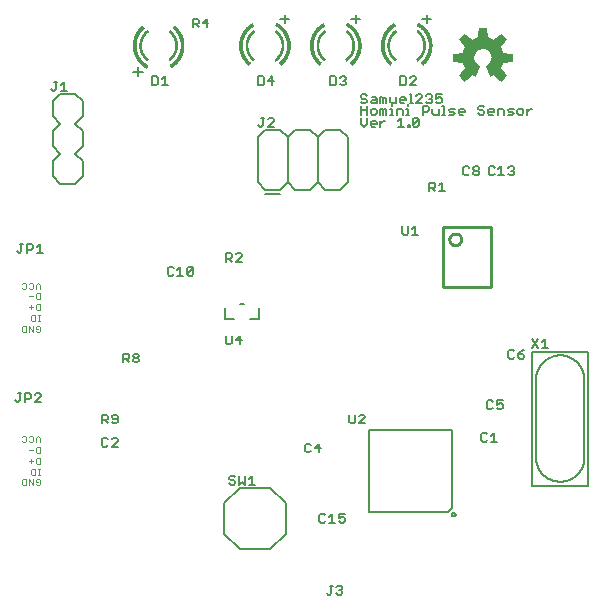
<source format=gto>
G75*
%MOIN*%
%OFA0B0*%
%FSLAX25Y25*%
%IPPOS*%
%LPD*%
%AMOC8*
5,1,8,0,0,1.08239X$1,22.5*
%
%ADD10C,0.00500*%
%ADD11C,0.00600*%
%ADD12C,0.00800*%
%ADD13C,0.00400*%
%ADD14C,0.00060*%
%ADD15C,0.00100*%
%ADD16C,0.01000*%
%ADD17C,0.00300*%
D10*
X0082505Y0032533D02*
X0087623Y0027415D01*
X0097859Y0027415D01*
X0102977Y0032533D01*
X0102977Y0042769D01*
X0097859Y0047887D01*
X0087623Y0047887D01*
X0082505Y0042769D01*
X0082505Y0032533D01*
X0082694Y0104291D02*
X0085694Y0104291D01*
X0082694Y0104291D02*
X0082694Y0107791D01*
X0087694Y0109291D02*
X0089194Y0109291D01*
X0094194Y0107791D02*
X0094194Y0104291D01*
X0091194Y0104291D01*
X0129039Y0168224D02*
X0130055Y0169239D01*
X0130055Y0171270D01*
X0130055Y0172122D02*
X0130055Y0175168D01*
X0129547Y0176019D02*
X0130055Y0176527D01*
X0130055Y0177035D01*
X0129547Y0177542D01*
X0128532Y0177542D01*
X0128024Y0178050D01*
X0128024Y0178558D01*
X0128532Y0179065D01*
X0129547Y0179065D01*
X0130055Y0178558D01*
X0131794Y0178050D02*
X0132810Y0178050D01*
X0133317Y0177542D01*
X0133317Y0176019D01*
X0131794Y0176019D01*
X0131287Y0176527D01*
X0131794Y0177035D01*
X0133317Y0177035D01*
X0134549Y0176019D02*
X0134549Y0178050D01*
X0135057Y0178050D01*
X0135565Y0177542D01*
X0136072Y0178050D01*
X0136580Y0177542D01*
X0136580Y0176019D01*
X0135565Y0176019D02*
X0135565Y0177542D01*
X0137812Y0178050D02*
X0137812Y0176527D01*
X0138320Y0176019D01*
X0139842Y0176019D01*
X0139842Y0178050D01*
X0141075Y0177542D02*
X0141582Y0178050D01*
X0142597Y0178050D01*
X0143105Y0177542D01*
X0143105Y0177035D01*
X0141075Y0177035D01*
X0141075Y0177542D02*
X0141075Y0176527D01*
X0141582Y0176019D01*
X0142597Y0176019D01*
X0143757Y0175675D02*
X0143757Y0175168D01*
X0143757Y0174152D02*
X0143757Y0172122D01*
X0143250Y0172122D02*
X0144265Y0172122D01*
X0145425Y0170762D02*
X0145932Y0171270D01*
X0146948Y0171270D01*
X0147455Y0170762D01*
X0145425Y0168732D01*
X0145932Y0168224D01*
X0146948Y0168224D01*
X0147455Y0168732D01*
X0147455Y0170762D01*
X0148687Y0172122D02*
X0148687Y0175168D01*
X0150210Y0175168D01*
X0150718Y0174660D01*
X0150718Y0173645D01*
X0150210Y0173137D01*
X0148687Y0173137D01*
X0148543Y0176019D02*
X0146512Y0176019D01*
X0148543Y0178050D01*
X0148543Y0178558D01*
X0148035Y0179065D01*
X0147020Y0179065D01*
X0146512Y0178558D01*
X0144845Y0179065D02*
X0144337Y0179065D01*
X0144845Y0179065D02*
X0144845Y0176019D01*
X0145352Y0176019D02*
X0144337Y0176019D01*
X0143757Y0174152D02*
X0143250Y0174152D01*
X0142018Y0173645D02*
X0142018Y0172122D01*
X0141546Y0171270D02*
X0141546Y0168224D01*
X0140531Y0168224D02*
X0142561Y0168224D01*
X0143793Y0168224D02*
X0144301Y0168224D01*
X0144301Y0168732D01*
X0143793Y0168732D01*
X0143793Y0168224D01*
X0145425Y0168732D02*
X0145425Y0170762D01*
X0141546Y0171270D02*
X0140531Y0170255D01*
X0139987Y0172122D02*
X0139987Y0174152D01*
X0141510Y0174152D01*
X0142018Y0173645D01*
X0138827Y0172122D02*
X0137812Y0172122D01*
X0138320Y0172122D02*
X0138320Y0174152D01*
X0137812Y0174152D01*
X0138320Y0175168D02*
X0138320Y0175675D01*
X0136580Y0173645D02*
X0136580Y0172122D01*
X0135565Y0172122D02*
X0135565Y0173645D01*
X0136072Y0174152D01*
X0136580Y0173645D01*
X0135565Y0173645D02*
X0135057Y0174152D01*
X0134549Y0174152D01*
X0134549Y0172122D01*
X0133317Y0172629D02*
X0133317Y0173645D01*
X0132810Y0174152D01*
X0131794Y0174152D01*
X0131287Y0173645D01*
X0131287Y0172629D01*
X0131794Y0172122D01*
X0132810Y0172122D01*
X0133317Y0172629D01*
X0132810Y0170255D02*
X0133317Y0169747D01*
X0133317Y0169239D01*
X0131287Y0169239D01*
X0131287Y0168732D02*
X0131287Y0169747D01*
X0131794Y0170255D01*
X0132810Y0170255D01*
X0134549Y0170255D02*
X0134549Y0168224D01*
X0134549Y0169239D02*
X0135565Y0170255D01*
X0136072Y0170255D01*
X0132810Y0168224D02*
X0131794Y0168224D01*
X0131287Y0168732D01*
X0129039Y0168224D02*
X0128024Y0169239D01*
X0128024Y0171270D01*
X0128024Y0172122D02*
X0128024Y0175168D01*
X0128532Y0176019D02*
X0128024Y0176527D01*
X0128532Y0176019D02*
X0129547Y0176019D01*
X0130055Y0173645D02*
X0128024Y0173645D01*
X0149775Y0176527D02*
X0150282Y0176019D01*
X0151298Y0176019D01*
X0151805Y0176527D01*
X0151805Y0177035D01*
X0151298Y0177542D01*
X0150790Y0177542D01*
X0151298Y0177542D02*
X0151805Y0178050D01*
X0151805Y0178558D01*
X0151298Y0179065D01*
X0150282Y0179065D01*
X0149775Y0178558D01*
X0153037Y0179065D02*
X0153037Y0177542D01*
X0154053Y0178050D01*
X0154560Y0178050D01*
X0155068Y0177542D01*
X0155068Y0176527D01*
X0154560Y0176019D01*
X0153545Y0176019D01*
X0153037Y0176527D01*
X0153037Y0179065D02*
X0155068Y0179065D01*
X0155213Y0175168D02*
X0155720Y0175168D01*
X0155720Y0172122D01*
X0155213Y0172122D02*
X0156228Y0172122D01*
X0157388Y0172122D02*
X0158911Y0172122D01*
X0159418Y0172629D01*
X0158911Y0173137D01*
X0157895Y0173137D01*
X0157388Y0173645D01*
X0157895Y0174152D01*
X0159418Y0174152D01*
X0160650Y0173645D02*
X0161158Y0174152D01*
X0162173Y0174152D01*
X0162681Y0173645D01*
X0162681Y0173137D01*
X0160650Y0173137D01*
X0160650Y0172629D02*
X0160650Y0173645D01*
X0160650Y0172629D02*
X0161158Y0172122D01*
X0162173Y0172122D01*
X0167176Y0172629D02*
X0167683Y0172122D01*
X0168698Y0172122D01*
X0169206Y0172629D01*
X0169206Y0173137D01*
X0168698Y0173645D01*
X0167683Y0173645D01*
X0167176Y0174152D01*
X0167176Y0174660D01*
X0167683Y0175168D01*
X0168698Y0175168D01*
X0169206Y0174660D01*
X0170438Y0173645D02*
X0170946Y0174152D01*
X0171961Y0174152D01*
X0172469Y0173645D01*
X0172469Y0173137D01*
X0170438Y0173137D01*
X0170438Y0172629D02*
X0170438Y0173645D01*
X0170438Y0172629D02*
X0170946Y0172122D01*
X0171961Y0172122D01*
X0173701Y0172122D02*
X0173701Y0174152D01*
X0175224Y0174152D01*
X0175731Y0173645D01*
X0175731Y0172122D01*
X0176963Y0172122D02*
X0178486Y0172122D01*
X0178994Y0172629D01*
X0178486Y0173137D01*
X0177471Y0173137D01*
X0176963Y0173645D01*
X0177471Y0174152D01*
X0178994Y0174152D01*
X0180226Y0173645D02*
X0180226Y0172629D01*
X0180734Y0172122D01*
X0181749Y0172122D01*
X0182257Y0172629D01*
X0182257Y0173645D01*
X0181749Y0174152D01*
X0180734Y0174152D01*
X0180226Y0173645D01*
X0183489Y0174152D02*
X0183489Y0172122D01*
X0183489Y0173137D02*
X0184504Y0174152D01*
X0185012Y0174152D01*
X0153981Y0174152D02*
X0153981Y0172122D01*
X0152458Y0172122D01*
X0151950Y0172629D01*
X0151950Y0174152D01*
X0149978Y0202675D02*
X0149978Y0205575D01*
X0151478Y0204175D02*
X0148378Y0204175D01*
X0127856Y0204175D02*
X0124756Y0204175D01*
X0126356Y0205575D02*
X0126356Y0202675D01*
X0104234Y0204175D02*
X0101134Y0204175D01*
X0102734Y0205575D02*
X0102734Y0202675D01*
X0055301Y0186575D02*
X0052201Y0186575D01*
X0053701Y0185175D02*
X0053701Y0188075D01*
X0185271Y0093215D02*
X0185271Y0048334D01*
X0203775Y0048334D01*
X0203775Y0093215D01*
X0185271Y0093215D01*
X0186452Y0084160D02*
X0186452Y0058176D01*
X0194326Y0049908D02*
X0194521Y0049906D01*
X0194716Y0049908D01*
X0194911Y0049915D01*
X0195106Y0049927D01*
X0195300Y0049944D01*
X0195494Y0049965D01*
X0195688Y0049990D01*
X0195880Y0050021D01*
X0196072Y0050056D01*
X0196263Y0050096D01*
X0196453Y0050140D01*
X0196642Y0050189D01*
X0196830Y0050243D01*
X0197016Y0050301D01*
X0197201Y0050363D01*
X0197384Y0050430D01*
X0197566Y0050501D01*
X0197745Y0050577D01*
X0197923Y0050657D01*
X0198099Y0050741D01*
X0198273Y0050830D01*
X0198445Y0050923D01*
X0198614Y0051019D01*
X0198781Y0051120D01*
X0198946Y0051225D01*
X0199108Y0051334D01*
X0199267Y0051447D01*
X0199423Y0051563D01*
X0199577Y0051684D01*
X0199727Y0051808D01*
X0199875Y0051935D01*
X0200020Y0052066D01*
X0200161Y0052201D01*
X0200299Y0052339D01*
X0200433Y0052480D01*
X0200565Y0052624D01*
X0200692Y0052772D01*
X0200816Y0052922D01*
X0200937Y0053076D01*
X0201053Y0053232D01*
X0201166Y0053392D01*
X0201275Y0053553D01*
X0201380Y0053718D01*
X0201481Y0053885D01*
X0201578Y0054054D01*
X0201670Y0054226D01*
X0201759Y0054400D01*
X0201843Y0054575D01*
X0201924Y0054753D01*
X0201999Y0054933D01*
X0202071Y0055115D01*
X0202138Y0055298D01*
X0202200Y0055483D01*
X0202258Y0055669D01*
X0202312Y0055856D01*
X0202361Y0056045D01*
X0202405Y0056235D01*
X0202445Y0056426D01*
X0202480Y0056618D01*
X0202511Y0056811D01*
X0202537Y0057004D01*
X0202558Y0057198D01*
X0202575Y0057392D01*
X0202586Y0057587D01*
X0202594Y0057782D01*
X0202594Y0083767D01*
X0194720Y0092034D02*
X0194525Y0092036D01*
X0194330Y0092034D01*
X0194135Y0092027D01*
X0193940Y0092015D01*
X0193746Y0091998D01*
X0193552Y0091977D01*
X0193358Y0091952D01*
X0193166Y0091921D01*
X0192974Y0091886D01*
X0192783Y0091846D01*
X0192593Y0091802D01*
X0192404Y0091753D01*
X0192216Y0091699D01*
X0192030Y0091641D01*
X0191845Y0091579D01*
X0191662Y0091512D01*
X0191480Y0091441D01*
X0191301Y0091365D01*
X0191123Y0091285D01*
X0190947Y0091201D01*
X0190773Y0091112D01*
X0190601Y0091019D01*
X0190432Y0090923D01*
X0190265Y0090822D01*
X0190100Y0090717D01*
X0189938Y0090608D01*
X0189779Y0090495D01*
X0189623Y0090379D01*
X0189469Y0090258D01*
X0189319Y0090134D01*
X0189171Y0090007D01*
X0189026Y0089876D01*
X0188885Y0089741D01*
X0188747Y0089603D01*
X0188613Y0089462D01*
X0188481Y0089318D01*
X0188354Y0089170D01*
X0188230Y0089020D01*
X0188109Y0088866D01*
X0187993Y0088710D01*
X0187880Y0088550D01*
X0187771Y0088389D01*
X0187666Y0088224D01*
X0187565Y0088057D01*
X0187468Y0087888D01*
X0187376Y0087716D01*
X0187287Y0087542D01*
X0187203Y0087367D01*
X0187122Y0087189D01*
X0187047Y0087009D01*
X0186975Y0086827D01*
X0186908Y0086644D01*
X0186846Y0086459D01*
X0186788Y0086273D01*
X0186734Y0086086D01*
X0186685Y0085897D01*
X0186641Y0085707D01*
X0186601Y0085516D01*
X0186566Y0085324D01*
X0186535Y0085131D01*
X0186509Y0084938D01*
X0186488Y0084744D01*
X0186471Y0084550D01*
X0186460Y0084355D01*
X0186452Y0084160D01*
X0194720Y0092034D02*
X0194915Y0092026D01*
X0195110Y0092015D01*
X0195304Y0091998D01*
X0195498Y0091977D01*
X0195691Y0091951D01*
X0195884Y0091920D01*
X0196076Y0091885D01*
X0196267Y0091845D01*
X0196457Y0091801D01*
X0196646Y0091752D01*
X0196833Y0091698D01*
X0197019Y0091640D01*
X0197204Y0091578D01*
X0197387Y0091511D01*
X0197569Y0091439D01*
X0197749Y0091364D01*
X0197927Y0091283D01*
X0198102Y0091199D01*
X0198276Y0091110D01*
X0198448Y0091018D01*
X0198617Y0090921D01*
X0198784Y0090820D01*
X0198949Y0090715D01*
X0199110Y0090606D01*
X0199270Y0090493D01*
X0199426Y0090377D01*
X0199580Y0090256D01*
X0199730Y0090132D01*
X0199878Y0090005D01*
X0200022Y0089873D01*
X0200163Y0089739D01*
X0200301Y0089601D01*
X0200436Y0089460D01*
X0200567Y0089315D01*
X0200694Y0089167D01*
X0200818Y0089017D01*
X0200939Y0088863D01*
X0201055Y0088707D01*
X0201168Y0088548D01*
X0201277Y0088386D01*
X0201382Y0088221D01*
X0201483Y0088054D01*
X0201579Y0087885D01*
X0201672Y0087713D01*
X0201761Y0087539D01*
X0201845Y0087363D01*
X0201925Y0087185D01*
X0202001Y0087006D01*
X0202072Y0086824D01*
X0202139Y0086641D01*
X0202201Y0086456D01*
X0202259Y0086270D01*
X0202313Y0086082D01*
X0202362Y0085893D01*
X0202406Y0085703D01*
X0202446Y0085512D01*
X0202481Y0085320D01*
X0202512Y0085128D01*
X0202537Y0084934D01*
X0202558Y0084740D01*
X0202575Y0084546D01*
X0202587Y0084351D01*
X0202594Y0084156D01*
X0202596Y0083961D01*
X0202594Y0083766D01*
X0186452Y0058176D02*
X0186450Y0057981D01*
X0186452Y0057786D01*
X0186459Y0057591D01*
X0186471Y0057396D01*
X0186488Y0057202D01*
X0186509Y0057008D01*
X0186534Y0056814D01*
X0186565Y0056622D01*
X0186600Y0056430D01*
X0186640Y0056239D01*
X0186684Y0056049D01*
X0186733Y0055860D01*
X0186787Y0055672D01*
X0186845Y0055486D01*
X0186907Y0055301D01*
X0186974Y0055118D01*
X0187045Y0054936D01*
X0187121Y0054757D01*
X0187201Y0054579D01*
X0187285Y0054403D01*
X0187374Y0054229D01*
X0187467Y0054057D01*
X0187563Y0053888D01*
X0187664Y0053721D01*
X0187769Y0053556D01*
X0187878Y0053394D01*
X0187991Y0053235D01*
X0188107Y0053079D01*
X0188228Y0052925D01*
X0188352Y0052775D01*
X0188479Y0052627D01*
X0188610Y0052482D01*
X0188745Y0052341D01*
X0188883Y0052203D01*
X0189024Y0052069D01*
X0189168Y0051937D01*
X0189316Y0051810D01*
X0189466Y0051686D01*
X0189620Y0051565D01*
X0189776Y0051449D01*
X0189936Y0051336D01*
X0190097Y0051227D01*
X0190262Y0051122D01*
X0190429Y0051021D01*
X0190598Y0050924D01*
X0190770Y0050832D01*
X0190944Y0050743D01*
X0191119Y0050659D01*
X0191297Y0050578D01*
X0191477Y0050503D01*
X0191659Y0050431D01*
X0191842Y0050364D01*
X0192027Y0050302D01*
X0192213Y0050244D01*
X0192400Y0050190D01*
X0192589Y0050141D01*
X0192779Y0050097D01*
X0192970Y0050057D01*
X0193162Y0050022D01*
X0193355Y0049991D01*
X0193548Y0049965D01*
X0193742Y0049944D01*
X0193936Y0049927D01*
X0194131Y0049916D01*
X0194326Y0049908D01*
D11*
X0173501Y0063274D02*
X0171537Y0063274D01*
X0172519Y0063274D02*
X0172519Y0066220D01*
X0171537Y0065238D01*
X0170238Y0065729D02*
X0169747Y0066220D01*
X0168765Y0066220D01*
X0168274Y0065729D01*
X0168274Y0063765D01*
X0168765Y0063274D01*
X0169747Y0063274D01*
X0170238Y0063765D01*
X0170565Y0074074D02*
X0171547Y0074074D01*
X0172038Y0074565D01*
X0173337Y0074565D02*
X0173828Y0074074D01*
X0174810Y0074074D01*
X0175301Y0074565D01*
X0175301Y0075547D01*
X0174810Y0076038D01*
X0174319Y0076038D01*
X0173337Y0075547D01*
X0173337Y0077020D01*
X0175301Y0077020D01*
X0172038Y0076529D02*
X0171547Y0077020D01*
X0170565Y0077020D01*
X0170074Y0076529D01*
X0170074Y0074565D01*
X0170565Y0074074D01*
X0177765Y0090874D02*
X0178747Y0090874D01*
X0179238Y0091365D01*
X0180537Y0091365D02*
X0181028Y0090874D01*
X0182010Y0090874D01*
X0182501Y0091365D01*
X0182501Y0091856D01*
X0182010Y0092347D01*
X0180537Y0092347D01*
X0180537Y0091365D01*
X0180537Y0092347D02*
X0181519Y0093329D01*
X0182501Y0093820D01*
X0185074Y0094474D02*
X0187038Y0097420D01*
X0188337Y0096438D02*
X0189319Y0097420D01*
X0189319Y0094474D01*
X0188337Y0094474D02*
X0190301Y0094474D01*
X0187038Y0094474D02*
X0185074Y0097420D01*
X0179238Y0093329D02*
X0178747Y0093820D01*
X0177765Y0093820D01*
X0177274Y0093329D01*
X0177274Y0091365D01*
X0177765Y0090874D01*
X0147101Y0132274D02*
X0145137Y0132274D01*
X0146119Y0132274D02*
X0146119Y0135220D01*
X0145137Y0134238D01*
X0143838Y0135220D02*
X0143838Y0132765D01*
X0143347Y0132274D01*
X0142365Y0132274D01*
X0141874Y0132765D01*
X0141874Y0135220D01*
X0150874Y0146674D02*
X0150874Y0149620D01*
X0152347Y0149620D01*
X0152838Y0149129D01*
X0152838Y0148147D01*
X0152347Y0147656D01*
X0150874Y0147656D01*
X0151856Y0147656D02*
X0152838Y0146674D01*
X0154137Y0146674D02*
X0156101Y0146674D01*
X0155119Y0146674D02*
X0155119Y0149620D01*
X0154137Y0148638D01*
X0162274Y0152565D02*
X0162765Y0152074D01*
X0163747Y0152074D01*
X0164238Y0152565D01*
X0165537Y0152565D02*
X0165537Y0153056D01*
X0166028Y0153547D01*
X0167010Y0153547D01*
X0167501Y0153056D01*
X0167501Y0152565D01*
X0167010Y0152074D01*
X0166028Y0152074D01*
X0165537Y0152565D01*
X0166028Y0153547D02*
X0165537Y0154038D01*
X0165537Y0154529D01*
X0166028Y0155020D01*
X0167010Y0155020D01*
X0167501Y0154529D01*
X0167501Y0154038D01*
X0167010Y0153547D01*
X0164238Y0154529D02*
X0163747Y0155020D01*
X0162765Y0155020D01*
X0162274Y0154529D01*
X0162274Y0152565D01*
X0170674Y0152565D02*
X0171165Y0152074D01*
X0172147Y0152074D01*
X0172638Y0152565D01*
X0173937Y0152074D02*
X0175901Y0152074D01*
X0174919Y0152074D02*
X0174919Y0155020D01*
X0173937Y0154038D01*
X0172638Y0154529D02*
X0172147Y0155020D01*
X0171165Y0155020D01*
X0170674Y0154529D01*
X0170674Y0152565D01*
X0177199Y0152565D02*
X0177690Y0152074D01*
X0178672Y0152074D01*
X0179163Y0152565D01*
X0179163Y0153056D01*
X0178672Y0153547D01*
X0178181Y0153547D01*
X0178672Y0153547D02*
X0179163Y0154038D01*
X0179163Y0154529D01*
X0178672Y0155020D01*
X0177690Y0155020D01*
X0177199Y0154529D01*
X0146501Y0182074D02*
X0144537Y0182074D01*
X0146501Y0184038D01*
X0146501Y0184529D01*
X0146010Y0185020D01*
X0145028Y0185020D01*
X0144537Y0184529D01*
X0143238Y0184529D02*
X0142747Y0185020D01*
X0141274Y0185020D01*
X0141274Y0182074D01*
X0142747Y0182074D01*
X0143238Y0182565D01*
X0143238Y0184529D01*
X0123101Y0184529D02*
X0123101Y0184038D01*
X0122610Y0183547D01*
X0123101Y0183056D01*
X0123101Y0182565D01*
X0122610Y0182074D01*
X0121628Y0182074D01*
X0121137Y0182565D01*
X0119838Y0182565D02*
X0119838Y0184529D01*
X0119347Y0185020D01*
X0117874Y0185020D01*
X0117874Y0182074D01*
X0119347Y0182074D01*
X0119838Y0182565D01*
X0121137Y0184529D02*
X0121628Y0185020D01*
X0122610Y0185020D01*
X0123101Y0184529D01*
X0122610Y0183547D02*
X0122119Y0183547D01*
X0099101Y0183547D02*
X0097137Y0183547D01*
X0098610Y0185020D01*
X0098610Y0182074D01*
X0095838Y0182565D02*
X0095838Y0184529D01*
X0095347Y0185020D01*
X0093874Y0185020D01*
X0093874Y0182074D01*
X0095347Y0182074D01*
X0095838Y0182565D01*
X0095838Y0171220D02*
X0094856Y0171220D01*
X0095347Y0171220D02*
X0095347Y0168765D01*
X0094856Y0168274D01*
X0094365Y0168274D01*
X0093874Y0168765D01*
X0097137Y0168274D02*
X0099101Y0170238D01*
X0099101Y0170729D01*
X0098610Y0171220D01*
X0097628Y0171220D01*
X0097137Y0170729D01*
X0097137Y0168274D02*
X0099101Y0168274D01*
X0076787Y0201318D02*
X0076787Y0204263D01*
X0075315Y0202791D01*
X0077278Y0202791D01*
X0074016Y0202791D02*
X0074016Y0203772D01*
X0073525Y0204263D01*
X0072052Y0204263D01*
X0072052Y0201318D01*
X0072052Y0202300D02*
X0073525Y0202300D01*
X0074016Y0202791D01*
X0073034Y0202300D02*
X0074016Y0201318D01*
X0062719Y0185020D02*
X0061737Y0184038D01*
X0062719Y0185020D02*
X0062719Y0182074D01*
X0061737Y0182074D02*
X0063701Y0182074D01*
X0060438Y0182565D02*
X0060438Y0184529D01*
X0059947Y0185020D01*
X0058474Y0185020D01*
X0058474Y0182074D01*
X0059947Y0182074D01*
X0060438Y0182565D01*
X0030101Y0180274D02*
X0028137Y0180274D01*
X0029119Y0180274D02*
X0029119Y0183220D01*
X0028137Y0182238D01*
X0026838Y0183220D02*
X0025856Y0183220D01*
X0026347Y0183220D02*
X0026347Y0180765D01*
X0025856Y0180274D01*
X0025365Y0180274D01*
X0024874Y0180765D01*
X0020981Y0129220D02*
X0020981Y0126274D01*
X0019999Y0126274D02*
X0021963Y0126274D01*
X0019999Y0128238D02*
X0020981Y0129220D01*
X0018701Y0128729D02*
X0018701Y0127747D01*
X0018210Y0127256D01*
X0016737Y0127256D01*
X0016737Y0126274D02*
X0016737Y0129220D01*
X0018210Y0129220D01*
X0018701Y0128729D01*
X0015438Y0129220D02*
X0014456Y0129220D01*
X0014947Y0129220D02*
X0014947Y0126765D01*
X0014456Y0126274D01*
X0013965Y0126274D01*
X0013474Y0126765D01*
X0048874Y0092620D02*
X0050347Y0092620D01*
X0050838Y0092129D01*
X0050838Y0091147D01*
X0050347Y0090656D01*
X0048874Y0090656D01*
X0049856Y0090656D02*
X0050838Y0089674D01*
X0052137Y0090165D02*
X0052137Y0090656D01*
X0052628Y0091147D01*
X0053610Y0091147D01*
X0054101Y0090656D01*
X0054101Y0090165D01*
X0053610Y0089674D01*
X0052628Y0089674D01*
X0052137Y0090165D01*
X0052628Y0091147D02*
X0052137Y0091638D01*
X0052137Y0092129D01*
X0052628Y0092620D01*
X0053610Y0092620D01*
X0054101Y0092129D01*
X0054101Y0091638D01*
X0053610Y0091147D01*
X0048874Y0089674D02*
X0048874Y0092620D01*
X0046484Y0072277D02*
X0045502Y0072277D01*
X0045011Y0071786D01*
X0045011Y0071295D01*
X0045502Y0070804D01*
X0046975Y0070804D01*
X0046975Y0071786D02*
X0046484Y0072277D01*
X0046975Y0071786D02*
X0046975Y0069822D01*
X0046484Y0069331D01*
X0045502Y0069331D01*
X0045011Y0069822D01*
X0043713Y0069331D02*
X0042731Y0070313D01*
X0043222Y0070313D02*
X0041749Y0070313D01*
X0041749Y0069331D02*
X0041749Y0072277D01*
X0043222Y0072277D01*
X0043713Y0071786D01*
X0043713Y0070804D01*
X0043222Y0070313D01*
X0043222Y0064477D02*
X0042240Y0064477D01*
X0041749Y0063986D01*
X0041749Y0062022D01*
X0042240Y0061531D01*
X0043222Y0061531D01*
X0043713Y0062022D01*
X0045011Y0061531D02*
X0046975Y0063495D01*
X0046975Y0063986D01*
X0046484Y0064477D01*
X0045502Y0064477D01*
X0045011Y0063986D01*
X0043713Y0063986D02*
X0043222Y0064477D01*
X0045011Y0061531D02*
X0046975Y0061531D01*
X0021363Y0076474D02*
X0019399Y0076474D01*
X0021363Y0078438D01*
X0021363Y0078929D01*
X0020872Y0079420D01*
X0019890Y0079420D01*
X0019399Y0078929D01*
X0018101Y0078929D02*
X0018101Y0077947D01*
X0017610Y0077456D01*
X0016137Y0077456D01*
X0016137Y0076474D02*
X0016137Y0079420D01*
X0017610Y0079420D01*
X0018101Y0078929D01*
X0014838Y0079420D02*
X0013856Y0079420D01*
X0014347Y0079420D02*
X0014347Y0076965D01*
X0013856Y0076474D01*
X0013365Y0076474D01*
X0012874Y0076965D01*
X0063686Y0119022D02*
X0064177Y0118531D01*
X0065159Y0118531D01*
X0065650Y0119022D01*
X0066949Y0118531D02*
X0068913Y0118531D01*
X0067931Y0118531D02*
X0067931Y0121477D01*
X0066949Y0120495D01*
X0065650Y0120986D02*
X0065159Y0121477D01*
X0064177Y0121477D01*
X0063686Y0120986D01*
X0063686Y0119022D01*
X0070211Y0119022D02*
X0072175Y0120986D01*
X0072175Y0119022D01*
X0071684Y0118531D01*
X0070702Y0118531D01*
X0070211Y0119022D01*
X0070211Y0120986D01*
X0070702Y0121477D01*
X0071684Y0121477D01*
X0072175Y0120986D01*
X0083074Y0123274D02*
X0083074Y0126220D01*
X0084547Y0126220D01*
X0085038Y0125729D01*
X0085038Y0124747D01*
X0084547Y0124256D01*
X0083074Y0124256D01*
X0084056Y0124256D02*
X0085038Y0123274D01*
X0086337Y0123274D02*
X0088301Y0125238D01*
X0088301Y0125729D01*
X0087810Y0126220D01*
X0086828Y0126220D01*
X0086337Y0125729D01*
X0086337Y0123274D02*
X0088301Y0123274D01*
X0087810Y0098620D02*
X0086337Y0097147D01*
X0088301Y0097147D01*
X0087810Y0095674D02*
X0087810Y0098620D01*
X0085038Y0098620D02*
X0085038Y0096165D01*
X0084547Y0095674D01*
X0083565Y0095674D01*
X0083074Y0096165D01*
X0083074Y0098620D01*
X0109965Y0062620D02*
X0109474Y0062129D01*
X0109474Y0060165D01*
X0109965Y0059674D01*
X0110947Y0059674D01*
X0111438Y0060165D01*
X0112737Y0061147D02*
X0114701Y0061147D01*
X0114210Y0059674D02*
X0114210Y0062620D01*
X0112737Y0061147D01*
X0111438Y0062129D02*
X0110947Y0062620D01*
X0109965Y0062620D01*
X0124211Y0069822D02*
X0124702Y0069331D01*
X0125684Y0069331D01*
X0126175Y0069822D01*
X0126175Y0072277D01*
X0127474Y0071786D02*
X0127965Y0072277D01*
X0128947Y0072277D01*
X0129438Y0071786D01*
X0129438Y0071295D01*
X0127474Y0069331D01*
X0129438Y0069331D01*
X0124211Y0069822D02*
X0124211Y0072277D01*
X0122763Y0039220D02*
X0120799Y0039220D01*
X0120799Y0037747D01*
X0121781Y0038238D01*
X0122272Y0038238D01*
X0122763Y0037747D01*
X0122763Y0036765D01*
X0122272Y0036274D01*
X0121290Y0036274D01*
X0120799Y0036765D01*
X0119501Y0036274D02*
X0117537Y0036274D01*
X0118519Y0036274D02*
X0118519Y0039220D01*
X0117537Y0038238D01*
X0116238Y0038729D02*
X0115747Y0039220D01*
X0114765Y0039220D01*
X0114274Y0038729D01*
X0114274Y0036765D01*
X0114765Y0036274D01*
X0115747Y0036274D01*
X0116238Y0036765D01*
X0117656Y0015220D02*
X0118638Y0015220D01*
X0118147Y0015220D02*
X0118147Y0012765D01*
X0117656Y0012274D01*
X0117165Y0012274D01*
X0116674Y0012765D01*
X0119937Y0012765D02*
X0120428Y0012274D01*
X0121410Y0012274D01*
X0121901Y0012765D01*
X0121901Y0013256D01*
X0121410Y0013747D01*
X0120919Y0013747D01*
X0121410Y0013747D02*
X0121901Y0014238D01*
X0121901Y0014729D01*
X0121410Y0015220D01*
X0120428Y0015220D01*
X0119937Y0014729D01*
X0092763Y0048874D02*
X0090799Y0048874D01*
X0091781Y0048874D02*
X0091781Y0051820D01*
X0090799Y0050838D01*
X0089501Y0051820D02*
X0089501Y0048874D01*
X0088519Y0049856D01*
X0087537Y0048874D01*
X0087537Y0051820D01*
X0086238Y0051329D02*
X0085747Y0051820D01*
X0084765Y0051820D01*
X0084274Y0051329D01*
X0084274Y0050838D01*
X0084765Y0050347D01*
X0085747Y0050347D01*
X0086238Y0049856D01*
X0086238Y0049365D01*
X0085747Y0048874D01*
X0084765Y0048874D01*
X0084274Y0049365D01*
D12*
X0130851Y0039657D02*
X0157052Y0039657D01*
X0158450Y0041055D01*
X0158450Y0067256D01*
X0130851Y0067256D01*
X0130851Y0039657D01*
X0158450Y0038957D02*
X0158452Y0039006D01*
X0158458Y0039054D01*
X0158468Y0039102D01*
X0158482Y0039149D01*
X0158499Y0039195D01*
X0158520Y0039239D01*
X0158545Y0039281D01*
X0158573Y0039321D01*
X0158605Y0039359D01*
X0158639Y0039394D01*
X0158676Y0039426D01*
X0158715Y0039455D01*
X0158757Y0039481D01*
X0158801Y0039503D01*
X0158846Y0039521D01*
X0158893Y0039536D01*
X0158940Y0039547D01*
X0158989Y0039554D01*
X0159038Y0039557D01*
X0159087Y0039556D01*
X0159135Y0039551D01*
X0159184Y0039542D01*
X0159231Y0039529D01*
X0159277Y0039512D01*
X0159321Y0039492D01*
X0159364Y0039468D01*
X0159405Y0039441D01*
X0159443Y0039410D01*
X0159479Y0039377D01*
X0159511Y0039341D01*
X0159541Y0039302D01*
X0159568Y0039261D01*
X0159591Y0039217D01*
X0159610Y0039172D01*
X0159626Y0039126D01*
X0159638Y0039079D01*
X0159646Y0039030D01*
X0159650Y0038981D01*
X0159650Y0038933D01*
X0159646Y0038884D01*
X0159638Y0038835D01*
X0159626Y0038788D01*
X0159610Y0038742D01*
X0159591Y0038697D01*
X0159568Y0038653D01*
X0159541Y0038612D01*
X0159511Y0038573D01*
X0159479Y0038537D01*
X0159443Y0038504D01*
X0159405Y0038473D01*
X0159364Y0038446D01*
X0159321Y0038422D01*
X0159277Y0038402D01*
X0159231Y0038385D01*
X0159184Y0038372D01*
X0159135Y0038363D01*
X0159087Y0038358D01*
X0159038Y0038357D01*
X0158989Y0038360D01*
X0158940Y0038367D01*
X0158893Y0038378D01*
X0158846Y0038393D01*
X0158801Y0038411D01*
X0158757Y0038433D01*
X0158715Y0038459D01*
X0158676Y0038488D01*
X0158639Y0038520D01*
X0158605Y0038555D01*
X0158573Y0038593D01*
X0158545Y0038633D01*
X0158520Y0038675D01*
X0158499Y0038719D01*
X0158482Y0038765D01*
X0158468Y0038812D01*
X0158458Y0038860D01*
X0158452Y0038908D01*
X0158450Y0038957D01*
X0101205Y0145822D02*
X0096205Y0145822D01*
X0096205Y0147141D02*
X0101205Y0147141D01*
X0103705Y0149641D01*
X0103705Y0164641D01*
X0106205Y0167141D01*
X0111205Y0167141D01*
X0113705Y0164641D01*
X0113705Y0149641D01*
X0116205Y0147141D01*
X0121205Y0147141D01*
X0123705Y0149641D01*
X0123705Y0164641D01*
X0121205Y0167141D01*
X0116205Y0167141D01*
X0113705Y0164641D01*
X0103705Y0164641D02*
X0101205Y0167141D01*
X0096205Y0167141D01*
X0093705Y0164641D01*
X0093705Y0149641D01*
X0096205Y0147141D01*
X0103705Y0149641D02*
X0106205Y0147141D01*
X0111205Y0147141D01*
X0113705Y0149641D01*
X0035292Y0151763D02*
X0035292Y0156763D01*
X0032792Y0159263D01*
X0035292Y0161763D01*
X0035292Y0166763D01*
X0032792Y0169263D01*
X0035292Y0171763D01*
X0035292Y0176763D01*
X0032792Y0179263D01*
X0027792Y0179263D01*
X0025292Y0176763D01*
X0025292Y0171763D01*
X0027792Y0169263D01*
X0025292Y0166763D01*
X0025292Y0161763D01*
X0027792Y0159263D01*
X0025292Y0156763D01*
X0025292Y0151763D01*
X0027792Y0149263D01*
X0032792Y0149263D01*
X0035292Y0151763D01*
D13*
X0016568Y0048681D02*
X0015568Y0048681D01*
X0015234Y0049015D01*
X0015234Y0050349D01*
X0015568Y0050683D01*
X0016568Y0050683D01*
X0016568Y0048681D01*
X0017444Y0048681D02*
X0017444Y0050683D01*
X0018778Y0048681D01*
X0018778Y0050683D01*
X0019654Y0050349D02*
X0019654Y0049682D01*
X0020321Y0049682D01*
X0020988Y0049015D02*
X0020988Y0050349D01*
X0020655Y0050683D01*
X0019987Y0050683D01*
X0019654Y0050349D01*
X0019654Y0049015D02*
X0019987Y0048681D01*
X0020655Y0048681D01*
X0020988Y0049015D01*
X0020988Y0052281D02*
X0020321Y0052281D01*
X0020655Y0052281D02*
X0020655Y0054283D01*
X0020988Y0054283D02*
X0020321Y0054283D01*
X0019515Y0054283D02*
X0018514Y0054283D01*
X0018180Y0053949D01*
X0018180Y0052615D01*
X0018514Y0052281D01*
X0019515Y0052281D01*
X0019515Y0054283D01*
X0019987Y0055881D02*
X0020988Y0055881D01*
X0020988Y0057883D01*
X0019987Y0057883D01*
X0019654Y0057549D01*
X0019654Y0056215D01*
X0019987Y0055881D01*
X0018778Y0056882D02*
X0017444Y0056882D01*
X0018111Y0056215D02*
X0018111Y0057549D01*
X0019987Y0059481D02*
X0020988Y0059481D01*
X0020988Y0061483D01*
X0019987Y0061483D01*
X0019654Y0061149D01*
X0019654Y0059815D01*
X0019987Y0059481D01*
X0018778Y0060482D02*
X0017444Y0060482D01*
X0017777Y0063081D02*
X0018445Y0063081D01*
X0018778Y0063415D01*
X0018778Y0064749D01*
X0018445Y0065083D01*
X0017777Y0065083D01*
X0017444Y0064749D01*
X0016568Y0064749D02*
X0016235Y0065083D01*
X0015568Y0065083D01*
X0015234Y0064749D01*
X0015234Y0063415D02*
X0015568Y0063081D01*
X0016235Y0063081D01*
X0016568Y0063415D01*
X0016568Y0064749D01*
X0017444Y0063415D02*
X0017777Y0063081D01*
X0019654Y0063081D02*
X0019654Y0064415D01*
X0020321Y0065083D01*
X0020988Y0064415D01*
X0020988Y0063081D01*
X0020655Y0099862D02*
X0020988Y0100196D01*
X0020988Y0101530D01*
X0020655Y0101864D01*
X0019987Y0101864D01*
X0019654Y0101530D01*
X0019654Y0100863D01*
X0020321Y0100863D01*
X0019654Y0100196D02*
X0019987Y0099862D01*
X0020655Y0099862D01*
X0018778Y0099862D02*
X0017444Y0101864D01*
X0017444Y0099862D01*
X0016568Y0099862D02*
X0016568Y0101864D01*
X0015568Y0101864D01*
X0015234Y0101530D01*
X0015234Y0100196D01*
X0015568Y0099862D01*
X0016568Y0099862D01*
X0018778Y0099862D02*
X0018778Y0101864D01*
X0018514Y0103462D02*
X0019515Y0103462D01*
X0019515Y0105464D01*
X0018514Y0105464D01*
X0018180Y0105130D01*
X0018180Y0103796D01*
X0018514Y0103462D01*
X0020321Y0103462D02*
X0020988Y0103462D01*
X0020655Y0103462D02*
X0020655Y0105464D01*
X0020988Y0105464D02*
X0020321Y0105464D01*
X0019987Y0107062D02*
X0020988Y0107062D01*
X0020988Y0109064D01*
X0019987Y0109064D01*
X0019654Y0108730D01*
X0019654Y0107396D01*
X0019987Y0107062D01*
X0018778Y0108063D02*
X0017444Y0108063D01*
X0018111Y0107396D02*
X0018111Y0108730D01*
X0019987Y0110662D02*
X0019654Y0110996D01*
X0019654Y0112330D01*
X0019987Y0112664D01*
X0020988Y0112664D01*
X0020988Y0110662D01*
X0019987Y0110662D01*
X0018778Y0111663D02*
X0017444Y0111663D01*
X0017777Y0114262D02*
X0018445Y0114262D01*
X0018778Y0114596D01*
X0018778Y0115930D01*
X0018445Y0116264D01*
X0017777Y0116264D01*
X0017444Y0115930D01*
X0016568Y0115930D02*
X0016568Y0114596D01*
X0016235Y0114262D01*
X0015568Y0114262D01*
X0015234Y0114596D01*
X0015234Y0115930D02*
X0015568Y0116264D01*
X0016235Y0116264D01*
X0016568Y0115930D01*
X0017444Y0114596D02*
X0017777Y0114262D01*
X0019654Y0114262D02*
X0019654Y0115597D01*
X0020321Y0116264D01*
X0020988Y0115597D01*
X0020988Y0114262D01*
D14*
X0056833Y0200459D02*
X0057147Y0200020D01*
X0057146Y0200020D02*
X0057026Y0199931D01*
X0056908Y0199839D01*
X0056793Y0199743D01*
X0056680Y0199645D01*
X0056570Y0199544D01*
X0056462Y0199440D01*
X0056358Y0199333D01*
X0056256Y0199223D01*
X0056157Y0199111D01*
X0056061Y0198997D01*
X0055968Y0198879D01*
X0055878Y0198760D01*
X0055791Y0198638D01*
X0055707Y0198514D01*
X0055627Y0198388D01*
X0055550Y0198259D01*
X0055476Y0198129D01*
X0055406Y0197997D01*
X0055339Y0197863D01*
X0055276Y0197727D01*
X0055217Y0197590D01*
X0055160Y0197452D01*
X0055108Y0197311D01*
X0055059Y0197170D01*
X0055014Y0197027D01*
X0054973Y0196883D01*
X0054936Y0196739D01*
X0054902Y0196593D01*
X0054872Y0196446D01*
X0054846Y0196299D01*
X0054824Y0196151D01*
X0054805Y0196002D01*
X0054791Y0195853D01*
X0054780Y0195704D01*
X0054774Y0195555D01*
X0054771Y0195405D01*
X0054232Y0195405D01*
X0054231Y0195405D01*
X0054234Y0195560D01*
X0054240Y0195715D01*
X0054251Y0195870D01*
X0054265Y0196025D01*
X0054283Y0196179D01*
X0054305Y0196333D01*
X0054330Y0196486D01*
X0054360Y0196638D01*
X0054393Y0196790D01*
X0054430Y0196941D01*
X0054470Y0197091D01*
X0054515Y0197240D01*
X0054563Y0197387D01*
X0054614Y0197534D01*
X0054670Y0197679D01*
X0054728Y0197822D01*
X0054791Y0197965D01*
X0054857Y0198105D01*
X0054926Y0198244D01*
X0054999Y0198381D01*
X0055075Y0198517D01*
X0055154Y0198650D01*
X0055237Y0198781D01*
X0055323Y0198911D01*
X0055412Y0199038D01*
X0055504Y0199163D01*
X0055600Y0199285D01*
X0055698Y0199405D01*
X0055799Y0199523D01*
X0055903Y0199638D01*
X0056010Y0199751D01*
X0056120Y0199861D01*
X0056232Y0199968D01*
X0056347Y0200072D01*
X0056465Y0200173D01*
X0056585Y0200272D01*
X0056708Y0200367D01*
X0056832Y0200460D01*
X0056865Y0200414D01*
X0056741Y0200322D01*
X0056620Y0200228D01*
X0056501Y0200130D01*
X0056384Y0200030D01*
X0056270Y0199926D01*
X0056159Y0199820D01*
X0056050Y0199712D01*
X0055944Y0199600D01*
X0055841Y0199486D01*
X0055741Y0199369D01*
X0055643Y0199250D01*
X0055549Y0199129D01*
X0055457Y0199005D01*
X0055369Y0198879D01*
X0055284Y0198751D01*
X0055202Y0198621D01*
X0055123Y0198489D01*
X0055048Y0198354D01*
X0054976Y0198218D01*
X0054907Y0198081D01*
X0054842Y0197942D01*
X0054780Y0197801D01*
X0054722Y0197658D01*
X0054667Y0197514D01*
X0054616Y0197369D01*
X0054568Y0197223D01*
X0054524Y0197076D01*
X0054484Y0196927D01*
X0054447Y0196778D01*
X0054415Y0196627D01*
X0054385Y0196476D01*
X0054360Y0196325D01*
X0054338Y0196172D01*
X0054321Y0196019D01*
X0054306Y0195866D01*
X0054296Y0195713D01*
X0054290Y0195559D01*
X0054287Y0195405D01*
X0054343Y0195405D01*
X0054346Y0195562D01*
X0054353Y0195718D01*
X0054363Y0195874D01*
X0054378Y0196030D01*
X0054397Y0196186D01*
X0054419Y0196341D01*
X0054446Y0196495D01*
X0054476Y0196649D01*
X0054510Y0196801D01*
X0054549Y0196953D01*
X0054591Y0197104D01*
X0054637Y0197254D01*
X0054686Y0197402D01*
X0054740Y0197549D01*
X0054797Y0197695D01*
X0054858Y0197839D01*
X0054922Y0197982D01*
X0054990Y0198123D01*
X0055062Y0198262D01*
X0055137Y0198400D01*
X0055216Y0198535D01*
X0055298Y0198668D01*
X0055383Y0198800D01*
X0055472Y0198929D01*
X0055564Y0199055D01*
X0055659Y0199180D01*
X0055757Y0199302D01*
X0055859Y0199421D01*
X0055963Y0199538D01*
X0056070Y0199652D01*
X0056180Y0199763D01*
X0056293Y0199871D01*
X0056409Y0199977D01*
X0056527Y0200079D01*
X0056648Y0200179D01*
X0056772Y0200275D01*
X0056897Y0200368D01*
X0056930Y0200323D01*
X0056805Y0200231D01*
X0056683Y0200135D01*
X0056563Y0200036D01*
X0056446Y0199935D01*
X0056331Y0199830D01*
X0056220Y0199723D01*
X0056110Y0199613D01*
X0056004Y0199500D01*
X0055901Y0199384D01*
X0055800Y0199266D01*
X0055703Y0199145D01*
X0055609Y0199022D01*
X0055517Y0198896D01*
X0055430Y0198768D01*
X0055345Y0198638D01*
X0055264Y0198506D01*
X0055186Y0198372D01*
X0055111Y0198236D01*
X0055040Y0198098D01*
X0054973Y0197958D01*
X0054909Y0197817D01*
X0054849Y0197674D01*
X0054792Y0197530D01*
X0054739Y0197384D01*
X0054690Y0197237D01*
X0054644Y0197088D01*
X0054603Y0196939D01*
X0054565Y0196788D01*
X0054531Y0196637D01*
X0054501Y0196485D01*
X0054475Y0196332D01*
X0054452Y0196178D01*
X0054434Y0196024D01*
X0054419Y0195870D01*
X0054408Y0195715D01*
X0054402Y0195560D01*
X0054399Y0195405D01*
X0054455Y0195405D01*
X0054458Y0195559D01*
X0054464Y0195712D01*
X0054475Y0195866D01*
X0054489Y0196019D01*
X0054508Y0196171D01*
X0054530Y0196323D01*
X0054556Y0196475D01*
X0054586Y0196626D01*
X0054619Y0196776D01*
X0054657Y0196925D01*
X0054698Y0197073D01*
X0054743Y0197220D01*
X0054792Y0197365D01*
X0054844Y0197510D01*
X0054901Y0197653D01*
X0054960Y0197795D01*
X0055024Y0197935D01*
X0055090Y0198073D01*
X0055161Y0198210D01*
X0055235Y0198345D01*
X0055312Y0198477D01*
X0055392Y0198608D01*
X0055476Y0198737D01*
X0055563Y0198864D01*
X0055653Y0198988D01*
X0055747Y0199110D01*
X0055843Y0199230D01*
X0055943Y0199347D01*
X0056045Y0199462D01*
X0056151Y0199574D01*
X0056259Y0199683D01*
X0056370Y0199789D01*
X0056483Y0199893D01*
X0056599Y0199994D01*
X0056718Y0200091D01*
X0056839Y0200186D01*
X0056962Y0200277D01*
X0056995Y0200232D01*
X0056873Y0200141D01*
X0056753Y0200047D01*
X0056635Y0199951D01*
X0056520Y0199851D01*
X0056408Y0199748D01*
X0056298Y0199643D01*
X0056191Y0199535D01*
X0056086Y0199424D01*
X0055985Y0199310D01*
X0055886Y0199194D01*
X0055791Y0199076D01*
X0055698Y0198955D01*
X0055609Y0198831D01*
X0055523Y0198706D01*
X0055440Y0198578D01*
X0055360Y0198449D01*
X0055283Y0198317D01*
X0055210Y0198183D01*
X0055141Y0198048D01*
X0055074Y0197911D01*
X0055012Y0197772D01*
X0054952Y0197632D01*
X0054897Y0197490D01*
X0054845Y0197347D01*
X0054797Y0197203D01*
X0054752Y0197057D01*
X0054711Y0196910D01*
X0054674Y0196763D01*
X0054641Y0196614D01*
X0054611Y0196465D01*
X0054585Y0196315D01*
X0054563Y0196164D01*
X0054545Y0196013D01*
X0054531Y0195861D01*
X0054520Y0195709D01*
X0054514Y0195557D01*
X0054511Y0195405D01*
X0054567Y0195405D01*
X0054570Y0195556D01*
X0054576Y0195707D01*
X0054587Y0195857D01*
X0054601Y0196007D01*
X0054619Y0196157D01*
X0054641Y0196306D01*
X0054666Y0196455D01*
X0054695Y0196603D01*
X0054728Y0196750D01*
X0054765Y0196896D01*
X0054806Y0197041D01*
X0054850Y0197186D01*
X0054898Y0197329D01*
X0054949Y0197470D01*
X0055004Y0197611D01*
X0055063Y0197750D01*
X0055125Y0197887D01*
X0055191Y0198023D01*
X0055260Y0198157D01*
X0055332Y0198290D01*
X0055408Y0198420D01*
X0055487Y0198548D01*
X0055569Y0198675D01*
X0055655Y0198799D01*
X0055743Y0198921D01*
X0055835Y0199041D01*
X0055929Y0199158D01*
X0056027Y0199273D01*
X0056128Y0199386D01*
X0056231Y0199496D01*
X0056337Y0199603D01*
X0056446Y0199707D01*
X0056557Y0199809D01*
X0056671Y0199908D01*
X0056788Y0200004D01*
X0056906Y0200096D01*
X0057028Y0200186D01*
X0057060Y0200141D01*
X0056940Y0200052D01*
X0056822Y0199960D01*
X0056707Y0199865D01*
X0056594Y0199767D01*
X0056484Y0199666D01*
X0056376Y0199563D01*
X0056271Y0199457D01*
X0056169Y0199348D01*
X0056069Y0199236D01*
X0055973Y0199122D01*
X0055879Y0199006D01*
X0055788Y0198888D01*
X0055700Y0198767D01*
X0055616Y0198644D01*
X0055534Y0198518D01*
X0055456Y0198391D01*
X0055381Y0198262D01*
X0055309Y0198131D01*
X0055241Y0197998D01*
X0055176Y0197864D01*
X0055114Y0197727D01*
X0055056Y0197590D01*
X0055002Y0197451D01*
X0054951Y0197310D01*
X0054903Y0197169D01*
X0054860Y0197026D01*
X0054819Y0196882D01*
X0054783Y0196737D01*
X0054750Y0196591D01*
X0054721Y0196445D01*
X0054696Y0196298D01*
X0054674Y0196150D01*
X0054656Y0196001D01*
X0054642Y0195853D01*
X0054632Y0195704D01*
X0054626Y0195554D01*
X0054623Y0195405D01*
X0054679Y0195405D01*
X0054682Y0195557D01*
X0054689Y0195709D01*
X0054699Y0195861D01*
X0054714Y0196012D01*
X0054733Y0196163D01*
X0054755Y0196313D01*
X0054782Y0196463D01*
X0054812Y0196612D01*
X0054846Y0196760D01*
X0054884Y0196907D01*
X0054926Y0197054D01*
X0054972Y0197199D01*
X0055021Y0197342D01*
X0055075Y0197485D01*
X0055132Y0197626D01*
X0055192Y0197765D01*
X0055256Y0197903D01*
X0055324Y0198039D01*
X0055396Y0198173D01*
X0055470Y0198306D01*
X0055549Y0198436D01*
X0055630Y0198564D01*
X0055715Y0198691D01*
X0055804Y0198814D01*
X0055895Y0198936D01*
X0055989Y0199055D01*
X0056087Y0199171D01*
X0056188Y0199285D01*
X0056291Y0199397D01*
X0056398Y0199505D01*
X0056507Y0199611D01*
X0056619Y0199714D01*
X0056734Y0199814D01*
X0056851Y0199911D01*
X0056971Y0200004D01*
X0057093Y0200095D01*
X0057125Y0200050D01*
X0057004Y0199960D01*
X0056886Y0199867D01*
X0056770Y0199771D01*
X0056656Y0199672D01*
X0056545Y0199570D01*
X0056437Y0199465D01*
X0056332Y0199358D01*
X0056229Y0199248D01*
X0056129Y0199135D01*
X0056033Y0199019D01*
X0055939Y0198902D01*
X0055849Y0198781D01*
X0055761Y0198659D01*
X0055677Y0198534D01*
X0055596Y0198407D01*
X0055519Y0198278D01*
X0055445Y0198146D01*
X0055374Y0198013D01*
X0055307Y0197879D01*
X0055243Y0197742D01*
X0055183Y0197604D01*
X0055127Y0197465D01*
X0055074Y0197323D01*
X0055025Y0197181D01*
X0054980Y0197038D01*
X0054938Y0196893D01*
X0054901Y0196747D01*
X0054867Y0196600D01*
X0054837Y0196453D01*
X0054810Y0196305D01*
X0054788Y0196156D01*
X0054770Y0196006D01*
X0054755Y0195856D01*
X0054745Y0195706D01*
X0054738Y0195556D01*
X0054735Y0195405D01*
X0064373Y0190445D02*
X0064042Y0190871D01*
X0064042Y0190870D02*
X0064157Y0190963D01*
X0064269Y0191058D01*
X0064379Y0191156D01*
X0064486Y0191257D01*
X0064590Y0191361D01*
X0064692Y0191468D01*
X0064791Y0191577D01*
X0064887Y0191688D01*
X0064981Y0191802D01*
X0065071Y0191918D01*
X0065158Y0192037D01*
X0065242Y0192158D01*
X0065323Y0192280D01*
X0065401Y0192405D01*
X0065476Y0192532D01*
X0065547Y0192661D01*
X0065616Y0192791D01*
X0065680Y0192924D01*
X0065741Y0193058D01*
X0065799Y0193193D01*
X0065854Y0193330D01*
X0065904Y0193468D01*
X0065952Y0193608D01*
X0065995Y0193748D01*
X0066035Y0193890D01*
X0066072Y0194032D01*
X0066104Y0194176D01*
X0066133Y0194320D01*
X0066158Y0194465D01*
X0066180Y0194611D01*
X0066198Y0194757D01*
X0066212Y0194904D01*
X0066222Y0195051D01*
X0066228Y0195198D01*
X0066231Y0195345D01*
X0066770Y0195345D01*
X0066771Y0195345D01*
X0066768Y0195188D01*
X0066762Y0195032D01*
X0066751Y0194875D01*
X0066737Y0194719D01*
X0066718Y0194563D01*
X0066696Y0194408D01*
X0066670Y0194254D01*
X0066640Y0194100D01*
X0066606Y0193947D01*
X0066568Y0193794D01*
X0066527Y0193643D01*
X0066482Y0193493D01*
X0066433Y0193344D01*
X0066380Y0193196D01*
X0066324Y0193050D01*
X0066264Y0192905D01*
X0066200Y0192762D01*
X0066133Y0192620D01*
X0066063Y0192480D01*
X0065989Y0192342D01*
X0065911Y0192206D01*
X0065830Y0192071D01*
X0065746Y0191939D01*
X0065658Y0191809D01*
X0065568Y0191681D01*
X0065474Y0191556D01*
X0065377Y0191433D01*
X0065276Y0191312D01*
X0065173Y0191194D01*
X0065067Y0191078D01*
X0064959Y0190966D01*
X0064847Y0190855D01*
X0064733Y0190748D01*
X0064616Y0190644D01*
X0064496Y0190542D01*
X0064374Y0190444D01*
X0064339Y0190488D01*
X0064460Y0190586D01*
X0064579Y0190686D01*
X0064695Y0190790D01*
X0064808Y0190896D01*
X0064919Y0191005D01*
X0065027Y0191117D01*
X0065132Y0191231D01*
X0065234Y0191348D01*
X0065333Y0191468D01*
X0065429Y0191590D01*
X0065522Y0191714D01*
X0065612Y0191841D01*
X0065699Y0191970D01*
X0065783Y0192101D01*
X0065863Y0192234D01*
X0065940Y0192369D01*
X0066013Y0192506D01*
X0066083Y0192645D01*
X0066150Y0192785D01*
X0066213Y0192927D01*
X0066272Y0193071D01*
X0066328Y0193216D01*
X0066380Y0193362D01*
X0066428Y0193510D01*
X0066473Y0193658D01*
X0066514Y0193808D01*
X0066552Y0193959D01*
X0066585Y0194111D01*
X0066615Y0194263D01*
X0066641Y0194417D01*
X0066663Y0194570D01*
X0066681Y0194725D01*
X0066695Y0194879D01*
X0066706Y0195034D01*
X0066712Y0195190D01*
X0066715Y0195345D01*
X0066659Y0195345D01*
X0066656Y0195191D01*
X0066650Y0195037D01*
X0066639Y0194884D01*
X0066625Y0194730D01*
X0066607Y0194577D01*
X0066585Y0194425D01*
X0066560Y0194273D01*
X0066530Y0194122D01*
X0066497Y0193972D01*
X0066460Y0193822D01*
X0066419Y0193674D01*
X0066375Y0193526D01*
X0066327Y0193380D01*
X0066275Y0193235D01*
X0066220Y0193091D01*
X0066161Y0192949D01*
X0066099Y0192808D01*
X0066033Y0192669D01*
X0065963Y0192532D01*
X0065891Y0192396D01*
X0065814Y0192262D01*
X0065735Y0192131D01*
X0065652Y0192001D01*
X0065566Y0191873D01*
X0065477Y0191748D01*
X0065385Y0191624D01*
X0065290Y0191503D01*
X0065191Y0191385D01*
X0065090Y0191269D01*
X0064986Y0191155D01*
X0064879Y0191045D01*
X0064770Y0190936D01*
X0064657Y0190831D01*
X0064542Y0190729D01*
X0064425Y0190629D01*
X0064305Y0190533D01*
X0064271Y0190577D01*
X0064389Y0190672D01*
X0064506Y0190771D01*
X0064620Y0190873D01*
X0064731Y0190977D01*
X0064840Y0191084D01*
X0064945Y0191194D01*
X0065049Y0191306D01*
X0065149Y0191421D01*
X0065246Y0191539D01*
X0065341Y0191658D01*
X0065432Y0191781D01*
X0065520Y0191905D01*
X0065605Y0192032D01*
X0065687Y0192160D01*
X0065766Y0192291D01*
X0065842Y0192423D01*
X0065914Y0192558D01*
X0065982Y0192694D01*
X0066048Y0192832D01*
X0066110Y0192971D01*
X0066168Y0193112D01*
X0066223Y0193255D01*
X0066274Y0193398D01*
X0066322Y0193543D01*
X0066366Y0193689D01*
X0066406Y0193836D01*
X0066442Y0193984D01*
X0066475Y0194133D01*
X0066505Y0194283D01*
X0066530Y0194433D01*
X0066552Y0194584D01*
X0066569Y0194736D01*
X0066584Y0194888D01*
X0066594Y0195040D01*
X0066600Y0195192D01*
X0066603Y0195345D01*
X0066547Y0195345D01*
X0066544Y0195194D01*
X0066538Y0195043D01*
X0066528Y0194892D01*
X0066514Y0194742D01*
X0066496Y0194592D01*
X0066475Y0194442D01*
X0066449Y0194293D01*
X0066420Y0194145D01*
X0066388Y0193997D01*
X0066352Y0193850D01*
X0066312Y0193705D01*
X0066268Y0193560D01*
X0066221Y0193416D01*
X0066170Y0193274D01*
X0066116Y0193133D01*
X0066058Y0192993D01*
X0065997Y0192855D01*
X0065932Y0192719D01*
X0065864Y0192584D01*
X0065793Y0192450D01*
X0065718Y0192319D01*
X0065640Y0192190D01*
X0065559Y0192062D01*
X0065474Y0191937D01*
X0065387Y0191814D01*
X0065296Y0191693D01*
X0065203Y0191574D01*
X0065106Y0191458D01*
X0065007Y0191344D01*
X0064905Y0191232D01*
X0064800Y0191124D01*
X0064692Y0191018D01*
X0064582Y0190914D01*
X0064469Y0190814D01*
X0064354Y0190716D01*
X0064236Y0190621D01*
X0064202Y0190665D01*
X0064322Y0190762D01*
X0064439Y0190862D01*
X0064554Y0190964D01*
X0064666Y0191070D01*
X0064775Y0191178D01*
X0064882Y0191290D01*
X0064985Y0191404D01*
X0065086Y0191520D01*
X0065183Y0191639D01*
X0065278Y0191761D01*
X0065369Y0191885D01*
X0065457Y0192011D01*
X0065542Y0192140D01*
X0065624Y0192270D01*
X0065702Y0192403D01*
X0065776Y0192538D01*
X0065848Y0192674D01*
X0065915Y0192813D01*
X0065979Y0192953D01*
X0066040Y0193094D01*
X0066097Y0193237D01*
X0066150Y0193382D01*
X0066199Y0193528D01*
X0066245Y0193675D01*
X0066286Y0193823D01*
X0066324Y0193972D01*
X0066359Y0194122D01*
X0066389Y0194273D01*
X0066415Y0194425D01*
X0066438Y0194577D01*
X0066456Y0194730D01*
X0066471Y0194884D01*
X0066481Y0195037D01*
X0066488Y0195191D01*
X0066491Y0195345D01*
X0066435Y0195345D01*
X0066432Y0195192D01*
X0066426Y0195040D01*
X0066415Y0194888D01*
X0066401Y0194736D01*
X0066382Y0194585D01*
X0066360Y0194434D01*
X0066334Y0194283D01*
X0066304Y0194134D01*
X0066270Y0193985D01*
X0066232Y0193837D01*
X0066191Y0193691D01*
X0066146Y0193545D01*
X0066097Y0193400D01*
X0066044Y0193257D01*
X0065988Y0193115D01*
X0065928Y0192975D01*
X0065865Y0192836D01*
X0065798Y0192699D01*
X0065727Y0192564D01*
X0065653Y0192431D01*
X0065576Y0192299D01*
X0065495Y0192170D01*
X0065411Y0192043D01*
X0065324Y0191918D01*
X0065233Y0191795D01*
X0065140Y0191674D01*
X0065043Y0191556D01*
X0064943Y0191441D01*
X0064841Y0191328D01*
X0064735Y0191218D01*
X0064627Y0191110D01*
X0064516Y0191006D01*
X0064402Y0190904D01*
X0064286Y0190805D01*
X0064168Y0190709D01*
X0064133Y0190754D01*
X0064251Y0190848D01*
X0064366Y0190946D01*
X0064478Y0191047D01*
X0064588Y0191151D01*
X0064696Y0191257D01*
X0064800Y0191366D01*
X0064902Y0191478D01*
X0065000Y0191592D01*
X0065096Y0191709D01*
X0065189Y0191829D01*
X0065278Y0191950D01*
X0065365Y0192074D01*
X0065448Y0192200D01*
X0065528Y0192328D01*
X0065605Y0192459D01*
X0065678Y0192591D01*
X0065748Y0192725D01*
X0065814Y0192860D01*
X0065877Y0192998D01*
X0065936Y0193137D01*
X0065992Y0193277D01*
X0066044Y0193419D01*
X0066092Y0193562D01*
X0066137Y0193706D01*
X0066178Y0193852D01*
X0066215Y0193998D01*
X0066249Y0194145D01*
X0066279Y0194294D01*
X0066305Y0194442D01*
X0066327Y0194592D01*
X0066345Y0194742D01*
X0066359Y0194892D01*
X0066370Y0195043D01*
X0066376Y0195194D01*
X0066379Y0195345D01*
X0066323Y0195345D01*
X0066320Y0195195D01*
X0066314Y0195046D01*
X0066303Y0194897D01*
X0066289Y0194748D01*
X0066271Y0194599D01*
X0066249Y0194451D01*
X0066224Y0194304D01*
X0066194Y0194157D01*
X0066161Y0194011D01*
X0066124Y0193866D01*
X0066083Y0193722D01*
X0066039Y0193579D01*
X0065991Y0193438D01*
X0065940Y0193297D01*
X0065884Y0193158D01*
X0065826Y0193020D01*
X0065763Y0192884D01*
X0065698Y0192750D01*
X0065628Y0192617D01*
X0065556Y0192486D01*
X0065480Y0192358D01*
X0065401Y0192231D01*
X0065318Y0192106D01*
X0065233Y0191983D01*
X0065144Y0191863D01*
X0065052Y0191744D01*
X0064957Y0191629D01*
X0064860Y0191515D01*
X0064759Y0191405D01*
X0064656Y0191297D01*
X0064550Y0191191D01*
X0064441Y0191088D01*
X0064329Y0190989D01*
X0064215Y0190892D01*
X0064099Y0190798D01*
X0064064Y0190842D01*
X0064180Y0190935D01*
X0064293Y0191031D01*
X0064403Y0191130D01*
X0064511Y0191231D01*
X0064616Y0191336D01*
X0064718Y0191443D01*
X0064818Y0191553D01*
X0064915Y0191665D01*
X0065009Y0191779D01*
X0065100Y0191896D01*
X0065187Y0192016D01*
X0065272Y0192137D01*
X0065354Y0192261D01*
X0065432Y0192387D01*
X0065507Y0192514D01*
X0065579Y0192644D01*
X0065648Y0192775D01*
X0065713Y0192908D01*
X0065774Y0193043D01*
X0065833Y0193179D01*
X0065887Y0193317D01*
X0065938Y0193456D01*
X0065986Y0193596D01*
X0066030Y0193738D01*
X0066070Y0193881D01*
X0066107Y0194024D01*
X0066139Y0194169D01*
X0066169Y0194314D01*
X0066194Y0194460D01*
X0066216Y0194606D01*
X0066233Y0194754D01*
X0066247Y0194901D01*
X0066258Y0195049D01*
X0066264Y0195197D01*
X0066267Y0195345D01*
X0054232Y0195346D02*
X0054772Y0195346D01*
X0054771Y0195345D02*
X0054774Y0195195D01*
X0054781Y0195045D01*
X0054791Y0194895D01*
X0054806Y0194746D01*
X0054824Y0194597D01*
X0054846Y0194449D01*
X0054873Y0194301D01*
X0054903Y0194154D01*
X0054937Y0194007D01*
X0054974Y0193862D01*
X0055016Y0193718D01*
X0055061Y0193575D01*
X0055110Y0193433D01*
X0055163Y0193292D01*
X0055219Y0193153D01*
X0055279Y0193016D01*
X0055343Y0192880D01*
X0055410Y0192746D01*
X0055481Y0192613D01*
X0055555Y0192483D01*
X0055632Y0192354D01*
X0055713Y0192228D01*
X0055797Y0192103D01*
X0055884Y0191981D01*
X0055975Y0191861D01*
X0056068Y0191744D01*
X0056165Y0191629D01*
X0056265Y0191517D01*
X0056367Y0191407D01*
X0056472Y0191300D01*
X0056580Y0191196D01*
X0056691Y0191095D01*
X0056805Y0190997D01*
X0056921Y0190901D01*
X0057039Y0190809D01*
X0056716Y0190378D01*
X0056715Y0190377D01*
X0056592Y0190472D01*
X0056472Y0190571D01*
X0056354Y0190672D01*
X0056239Y0190777D01*
X0056126Y0190884D01*
X0056016Y0190994D01*
X0055909Y0191106D01*
X0055804Y0191221D01*
X0055703Y0191339D01*
X0055604Y0191459D01*
X0055508Y0191582D01*
X0055416Y0191707D01*
X0055326Y0191834D01*
X0055240Y0191964D01*
X0055157Y0192095D01*
X0055077Y0192229D01*
X0055001Y0192364D01*
X0054928Y0192502D01*
X0054859Y0192641D01*
X0054793Y0192782D01*
X0054730Y0192924D01*
X0054671Y0193068D01*
X0054616Y0193213D01*
X0054564Y0193360D01*
X0054516Y0193508D01*
X0054471Y0193657D01*
X0054430Y0193807D01*
X0054393Y0193958D01*
X0054360Y0194110D01*
X0054331Y0194262D01*
X0054305Y0194416D01*
X0054283Y0194570D01*
X0054265Y0194724D01*
X0054251Y0194879D01*
X0054240Y0195034D01*
X0054234Y0195190D01*
X0054231Y0195345D01*
X0054287Y0195345D01*
X0054290Y0195191D01*
X0054296Y0195037D01*
X0054306Y0194883D01*
X0054321Y0194730D01*
X0054338Y0194577D01*
X0054360Y0194424D01*
X0054386Y0194272D01*
X0054415Y0194121D01*
X0054448Y0193970D01*
X0054485Y0193821D01*
X0054525Y0193672D01*
X0054569Y0193524D01*
X0054617Y0193378D01*
X0054668Y0193232D01*
X0054723Y0193088D01*
X0054782Y0192946D01*
X0054844Y0192805D01*
X0054909Y0192665D01*
X0054978Y0192527D01*
X0055050Y0192391D01*
X0055126Y0192257D01*
X0055205Y0192125D01*
X0055287Y0191994D01*
X0055373Y0191866D01*
X0055461Y0191740D01*
X0055553Y0191616D01*
X0055648Y0191495D01*
X0055745Y0191375D01*
X0055846Y0191259D01*
X0055949Y0191144D01*
X0056056Y0191033D01*
X0056165Y0190924D01*
X0056277Y0190818D01*
X0056391Y0190714D01*
X0056508Y0190614D01*
X0056627Y0190516D01*
X0056749Y0190422D01*
X0056782Y0190467D01*
X0056662Y0190560D01*
X0056543Y0190657D01*
X0056428Y0190757D01*
X0056314Y0190859D01*
X0056204Y0190964D01*
X0056096Y0191072D01*
X0055990Y0191183D01*
X0055888Y0191296D01*
X0055788Y0191412D01*
X0055691Y0191530D01*
X0055597Y0191650D01*
X0055507Y0191773D01*
X0055419Y0191898D01*
X0055334Y0192025D01*
X0055253Y0192154D01*
X0055174Y0192285D01*
X0055099Y0192418D01*
X0055028Y0192553D01*
X0054959Y0192690D01*
X0054895Y0192828D01*
X0054833Y0192968D01*
X0054775Y0193109D01*
X0054721Y0193252D01*
X0054670Y0193396D01*
X0054623Y0193541D01*
X0054579Y0193687D01*
X0054539Y0193834D01*
X0054502Y0193983D01*
X0054470Y0194132D01*
X0054441Y0194282D01*
X0054416Y0194432D01*
X0054394Y0194584D01*
X0054376Y0194735D01*
X0054362Y0194887D01*
X0054352Y0195040D01*
X0054346Y0195192D01*
X0054343Y0195345D01*
X0054399Y0195345D01*
X0054402Y0195190D01*
X0054409Y0195034D01*
X0054419Y0194879D01*
X0054434Y0194724D01*
X0054452Y0194570D01*
X0054475Y0194416D01*
X0054501Y0194263D01*
X0054532Y0194110D01*
X0054566Y0193958D01*
X0054604Y0193808D01*
X0054646Y0193658D01*
X0054691Y0193509D01*
X0054741Y0193362D01*
X0054794Y0193216D01*
X0054851Y0193071D01*
X0054911Y0192928D01*
X0054975Y0192786D01*
X0055043Y0192646D01*
X0055115Y0192508D01*
X0055189Y0192372D01*
X0055268Y0192237D01*
X0055349Y0192105D01*
X0055434Y0191975D01*
X0055523Y0191847D01*
X0055614Y0191721D01*
X0055709Y0191598D01*
X0055807Y0191477D01*
X0055907Y0191358D01*
X0056011Y0191243D01*
X0056118Y0191130D01*
X0056228Y0191019D01*
X0056340Y0190912D01*
X0056455Y0190807D01*
X0056573Y0190706D01*
X0056693Y0190607D01*
X0056816Y0190511D01*
X0056849Y0190556D01*
X0056728Y0190651D01*
X0056609Y0190749D01*
X0056492Y0190849D01*
X0056378Y0190953D01*
X0056267Y0191059D01*
X0056158Y0191169D01*
X0056052Y0191281D01*
X0055950Y0191395D01*
X0055850Y0191513D01*
X0055753Y0191632D01*
X0055659Y0191755D01*
X0055568Y0191879D01*
X0055481Y0192006D01*
X0055396Y0192135D01*
X0055316Y0192266D01*
X0055238Y0192399D01*
X0055164Y0192534D01*
X0055093Y0192671D01*
X0055026Y0192810D01*
X0054963Y0192950D01*
X0054903Y0193092D01*
X0054846Y0193235D01*
X0054794Y0193380D01*
X0054745Y0193526D01*
X0054699Y0193674D01*
X0054658Y0193822D01*
X0054620Y0193971D01*
X0054586Y0194122D01*
X0054556Y0194273D01*
X0054530Y0194425D01*
X0054508Y0194577D01*
X0054490Y0194730D01*
X0054475Y0194883D01*
X0054464Y0195037D01*
X0054458Y0195191D01*
X0054455Y0195345D01*
X0054511Y0195345D01*
X0054514Y0195192D01*
X0054520Y0195040D01*
X0054531Y0194888D01*
X0054545Y0194736D01*
X0054563Y0194584D01*
X0054586Y0194433D01*
X0054611Y0194283D01*
X0054641Y0194133D01*
X0054675Y0193984D01*
X0054712Y0193836D01*
X0054753Y0193689D01*
X0054798Y0193543D01*
X0054846Y0193399D01*
X0054899Y0193255D01*
X0054954Y0193113D01*
X0055014Y0192973D01*
X0055077Y0192834D01*
X0055143Y0192696D01*
X0055213Y0192561D01*
X0055287Y0192427D01*
X0055364Y0192295D01*
X0055444Y0192165D01*
X0055527Y0192037D01*
X0055614Y0191912D01*
X0055704Y0191788D01*
X0055797Y0191667D01*
X0055893Y0191548D01*
X0055992Y0191432D01*
X0056093Y0191319D01*
X0056198Y0191208D01*
X0056306Y0191099D01*
X0056416Y0190994D01*
X0056529Y0190891D01*
X0056645Y0190792D01*
X0056763Y0190695D01*
X0056883Y0190601D01*
X0056917Y0190646D01*
X0056797Y0190739D01*
X0056680Y0190835D01*
X0056566Y0190933D01*
X0056454Y0191035D01*
X0056345Y0191140D01*
X0056238Y0191247D01*
X0056135Y0191357D01*
X0056034Y0191469D01*
X0055936Y0191584D01*
X0055840Y0191702D01*
X0055748Y0191822D01*
X0055659Y0191944D01*
X0055574Y0192068D01*
X0055491Y0192195D01*
X0055412Y0192324D01*
X0055336Y0192454D01*
X0055263Y0192587D01*
X0055193Y0192721D01*
X0055128Y0192857D01*
X0055065Y0192995D01*
X0055006Y0193134D01*
X0054951Y0193275D01*
X0054899Y0193417D01*
X0054851Y0193560D01*
X0054807Y0193705D01*
X0054766Y0193850D01*
X0054729Y0193997D01*
X0054696Y0194145D01*
X0054667Y0194293D01*
X0054641Y0194442D01*
X0054619Y0194591D01*
X0054601Y0194741D01*
X0054587Y0194892D01*
X0054576Y0195043D01*
X0054570Y0195194D01*
X0054567Y0195345D01*
X0054623Y0195345D01*
X0054626Y0195195D01*
X0054632Y0195046D01*
X0054643Y0194896D01*
X0054657Y0194747D01*
X0054675Y0194599D01*
X0054696Y0194450D01*
X0054722Y0194303D01*
X0054751Y0194156D01*
X0054784Y0194010D01*
X0054820Y0193865D01*
X0054861Y0193721D01*
X0054905Y0193577D01*
X0054952Y0193435D01*
X0055003Y0193295D01*
X0055058Y0193155D01*
X0055117Y0193017D01*
X0055178Y0192881D01*
X0055244Y0192746D01*
X0055312Y0192613D01*
X0055384Y0192482D01*
X0055460Y0192353D01*
X0055538Y0192225D01*
X0055620Y0192100D01*
X0055705Y0191976D01*
X0055793Y0191855D01*
X0055884Y0191737D01*
X0055979Y0191620D01*
X0056076Y0191506D01*
X0056176Y0191395D01*
X0056278Y0191286D01*
X0056384Y0191180D01*
X0056492Y0191076D01*
X0056603Y0190975D01*
X0056716Y0190878D01*
X0056832Y0190783D01*
X0056950Y0190691D01*
X0056984Y0190735D01*
X0056867Y0190827D01*
X0056752Y0190921D01*
X0056640Y0191018D01*
X0056530Y0191117D01*
X0056423Y0191220D01*
X0056319Y0191325D01*
X0056217Y0191433D01*
X0056118Y0191543D01*
X0056022Y0191656D01*
X0055928Y0191771D01*
X0055838Y0191889D01*
X0055751Y0192009D01*
X0055667Y0192131D01*
X0055585Y0192255D01*
X0055508Y0192381D01*
X0055433Y0192510D01*
X0055362Y0192640D01*
X0055294Y0192771D01*
X0055229Y0192905D01*
X0055168Y0193040D01*
X0055110Y0193176D01*
X0055056Y0193314D01*
X0055005Y0193454D01*
X0054958Y0193594D01*
X0054914Y0193736D01*
X0054874Y0193879D01*
X0054838Y0194023D01*
X0054806Y0194167D01*
X0054777Y0194313D01*
X0054752Y0194459D01*
X0054730Y0194606D01*
X0054712Y0194753D01*
X0054698Y0194901D01*
X0054688Y0195049D01*
X0054682Y0195197D01*
X0054679Y0195345D01*
X0054735Y0195345D01*
X0054738Y0195194D01*
X0054745Y0195043D01*
X0054755Y0194892D01*
X0054770Y0194742D01*
X0054788Y0194592D01*
X0054811Y0194443D01*
X0054837Y0194294D01*
X0054867Y0194146D01*
X0054902Y0193999D01*
X0054940Y0193853D01*
X0054981Y0193708D01*
X0055027Y0193564D01*
X0055076Y0193421D01*
X0055129Y0193279D01*
X0055186Y0193139D01*
X0055246Y0193001D01*
X0055310Y0192864D01*
X0055378Y0192729D01*
X0055449Y0192596D01*
X0055524Y0192464D01*
X0055601Y0192335D01*
X0055683Y0192208D01*
X0055767Y0192083D01*
X0055855Y0191960D01*
X0055946Y0191839D01*
X0056041Y0191721D01*
X0056138Y0191606D01*
X0056238Y0191493D01*
X0056341Y0191382D01*
X0056447Y0191275D01*
X0056556Y0191170D01*
X0056667Y0191068D01*
X0056782Y0190969D01*
X0056898Y0190873D01*
X0057017Y0190780D01*
X0066770Y0195405D02*
X0066230Y0195405D01*
X0066231Y0195405D02*
X0066228Y0195552D01*
X0066222Y0195699D01*
X0066212Y0195846D01*
X0066198Y0195993D01*
X0066180Y0196139D01*
X0066158Y0196285D01*
X0066133Y0196430D01*
X0066104Y0196574D01*
X0066072Y0196718D01*
X0066035Y0196860D01*
X0065995Y0197002D01*
X0065952Y0197142D01*
X0065904Y0197282D01*
X0065854Y0197420D01*
X0065799Y0197557D01*
X0065741Y0197692D01*
X0065680Y0197826D01*
X0065616Y0197959D01*
X0065547Y0198089D01*
X0065476Y0198218D01*
X0065401Y0198345D01*
X0065323Y0198470D01*
X0065242Y0198592D01*
X0065158Y0198713D01*
X0065071Y0198832D01*
X0064981Y0198948D01*
X0064887Y0199062D01*
X0064791Y0199173D01*
X0064692Y0199282D01*
X0064590Y0199389D01*
X0064486Y0199493D01*
X0064379Y0199594D01*
X0064269Y0199692D01*
X0064157Y0199787D01*
X0064042Y0199880D01*
X0064373Y0200305D01*
X0064374Y0200306D01*
X0064496Y0200208D01*
X0064616Y0200106D01*
X0064733Y0200002D01*
X0064847Y0199895D01*
X0064959Y0199784D01*
X0065067Y0199672D01*
X0065173Y0199556D01*
X0065276Y0199438D01*
X0065377Y0199317D01*
X0065474Y0199194D01*
X0065568Y0199069D01*
X0065658Y0198941D01*
X0065746Y0198811D01*
X0065830Y0198679D01*
X0065911Y0198544D01*
X0065989Y0198408D01*
X0066063Y0198270D01*
X0066133Y0198130D01*
X0066200Y0197988D01*
X0066264Y0197845D01*
X0066324Y0197700D01*
X0066380Y0197554D01*
X0066433Y0197406D01*
X0066482Y0197257D01*
X0066527Y0197107D01*
X0066568Y0196956D01*
X0066606Y0196803D01*
X0066640Y0196650D01*
X0066670Y0196496D01*
X0066696Y0196342D01*
X0066718Y0196187D01*
X0066737Y0196031D01*
X0066751Y0195875D01*
X0066762Y0195718D01*
X0066768Y0195562D01*
X0066771Y0195405D01*
X0066715Y0195405D01*
X0066712Y0195560D01*
X0066706Y0195716D01*
X0066695Y0195871D01*
X0066681Y0196025D01*
X0066663Y0196180D01*
X0066641Y0196333D01*
X0066615Y0196487D01*
X0066585Y0196639D01*
X0066552Y0196791D01*
X0066514Y0196942D01*
X0066473Y0197092D01*
X0066428Y0197240D01*
X0066380Y0197388D01*
X0066328Y0197534D01*
X0066272Y0197679D01*
X0066213Y0197823D01*
X0066150Y0197965D01*
X0066083Y0198105D01*
X0066013Y0198244D01*
X0065940Y0198381D01*
X0065863Y0198516D01*
X0065783Y0198649D01*
X0065699Y0198780D01*
X0065612Y0198909D01*
X0065522Y0199036D01*
X0065429Y0199160D01*
X0065333Y0199282D01*
X0065234Y0199402D01*
X0065132Y0199519D01*
X0065027Y0199633D01*
X0064919Y0199745D01*
X0064808Y0199854D01*
X0064695Y0199960D01*
X0064579Y0200064D01*
X0064460Y0200164D01*
X0064339Y0200262D01*
X0064305Y0200217D01*
X0064425Y0200121D01*
X0064542Y0200021D01*
X0064657Y0199919D01*
X0064770Y0199814D01*
X0064879Y0199705D01*
X0064986Y0199595D01*
X0065090Y0199481D01*
X0065191Y0199365D01*
X0065290Y0199247D01*
X0065385Y0199126D01*
X0065477Y0199002D01*
X0065566Y0198877D01*
X0065652Y0198749D01*
X0065735Y0198619D01*
X0065814Y0198488D01*
X0065891Y0198354D01*
X0065963Y0198218D01*
X0066033Y0198081D01*
X0066099Y0197942D01*
X0066161Y0197801D01*
X0066220Y0197659D01*
X0066275Y0197515D01*
X0066327Y0197370D01*
X0066375Y0197224D01*
X0066419Y0197076D01*
X0066460Y0196928D01*
X0066497Y0196778D01*
X0066530Y0196628D01*
X0066560Y0196477D01*
X0066585Y0196325D01*
X0066607Y0196173D01*
X0066625Y0196020D01*
X0066639Y0195866D01*
X0066650Y0195713D01*
X0066656Y0195559D01*
X0066659Y0195405D01*
X0066603Y0195405D01*
X0066600Y0195558D01*
X0066594Y0195710D01*
X0066584Y0195862D01*
X0066569Y0196014D01*
X0066552Y0196166D01*
X0066530Y0196317D01*
X0066505Y0196467D01*
X0066475Y0196617D01*
X0066442Y0196766D01*
X0066406Y0196914D01*
X0066366Y0197061D01*
X0066322Y0197207D01*
X0066274Y0197352D01*
X0066223Y0197495D01*
X0066168Y0197638D01*
X0066110Y0197779D01*
X0066048Y0197918D01*
X0065982Y0198056D01*
X0065914Y0198192D01*
X0065842Y0198327D01*
X0065766Y0198459D01*
X0065687Y0198590D01*
X0065605Y0198718D01*
X0065520Y0198845D01*
X0065432Y0198969D01*
X0065341Y0199092D01*
X0065246Y0199211D01*
X0065149Y0199329D01*
X0065049Y0199444D01*
X0064945Y0199556D01*
X0064840Y0199666D01*
X0064731Y0199773D01*
X0064620Y0199877D01*
X0064506Y0199979D01*
X0064389Y0200078D01*
X0064271Y0200173D01*
X0064236Y0200129D01*
X0064354Y0200034D01*
X0064469Y0199936D01*
X0064582Y0199836D01*
X0064692Y0199732D01*
X0064800Y0199626D01*
X0064905Y0199518D01*
X0065007Y0199406D01*
X0065106Y0199292D01*
X0065203Y0199176D01*
X0065296Y0199057D01*
X0065387Y0198936D01*
X0065474Y0198813D01*
X0065559Y0198688D01*
X0065640Y0198560D01*
X0065718Y0198431D01*
X0065793Y0198300D01*
X0065864Y0198166D01*
X0065932Y0198031D01*
X0065997Y0197895D01*
X0066058Y0197757D01*
X0066116Y0197617D01*
X0066170Y0197476D01*
X0066221Y0197334D01*
X0066268Y0197190D01*
X0066312Y0197045D01*
X0066352Y0196900D01*
X0066388Y0196753D01*
X0066420Y0196605D01*
X0066449Y0196457D01*
X0066475Y0196308D01*
X0066496Y0196158D01*
X0066514Y0196008D01*
X0066528Y0195858D01*
X0066538Y0195707D01*
X0066544Y0195556D01*
X0066547Y0195405D01*
X0066491Y0195405D01*
X0066488Y0195559D01*
X0066481Y0195713D01*
X0066471Y0195866D01*
X0066456Y0196020D01*
X0066438Y0196173D01*
X0066415Y0196325D01*
X0066389Y0196477D01*
X0066359Y0196628D01*
X0066324Y0196778D01*
X0066286Y0196927D01*
X0066245Y0197075D01*
X0066199Y0197222D01*
X0066150Y0197368D01*
X0066097Y0197513D01*
X0066040Y0197656D01*
X0065979Y0197797D01*
X0065915Y0197937D01*
X0065848Y0198076D01*
X0065776Y0198212D01*
X0065702Y0198347D01*
X0065624Y0198480D01*
X0065542Y0198610D01*
X0065457Y0198739D01*
X0065369Y0198865D01*
X0065278Y0198989D01*
X0065183Y0199111D01*
X0065086Y0199230D01*
X0064985Y0199346D01*
X0064882Y0199460D01*
X0064775Y0199572D01*
X0064666Y0199680D01*
X0064554Y0199786D01*
X0064439Y0199888D01*
X0064322Y0199988D01*
X0064202Y0200085D01*
X0064168Y0200041D01*
X0064286Y0199945D01*
X0064402Y0199846D01*
X0064516Y0199744D01*
X0064627Y0199640D01*
X0064735Y0199532D01*
X0064841Y0199422D01*
X0064943Y0199309D01*
X0065043Y0199194D01*
X0065140Y0199076D01*
X0065233Y0198955D01*
X0065324Y0198832D01*
X0065411Y0198707D01*
X0065495Y0198580D01*
X0065576Y0198451D01*
X0065653Y0198319D01*
X0065727Y0198186D01*
X0065798Y0198051D01*
X0065865Y0197914D01*
X0065928Y0197775D01*
X0065988Y0197635D01*
X0066044Y0197493D01*
X0066097Y0197350D01*
X0066146Y0197205D01*
X0066191Y0197059D01*
X0066232Y0196913D01*
X0066270Y0196765D01*
X0066304Y0196616D01*
X0066334Y0196467D01*
X0066360Y0196316D01*
X0066382Y0196165D01*
X0066401Y0196014D01*
X0066415Y0195862D01*
X0066426Y0195710D01*
X0066432Y0195558D01*
X0066435Y0195405D01*
X0066379Y0195405D01*
X0066376Y0195556D01*
X0066370Y0195707D01*
X0066359Y0195858D01*
X0066345Y0196008D01*
X0066327Y0196158D01*
X0066305Y0196308D01*
X0066279Y0196456D01*
X0066249Y0196605D01*
X0066215Y0196752D01*
X0066178Y0196898D01*
X0066137Y0197044D01*
X0066092Y0197188D01*
X0066044Y0197331D01*
X0065992Y0197473D01*
X0065936Y0197613D01*
X0065877Y0197752D01*
X0065814Y0197890D01*
X0065748Y0198025D01*
X0065678Y0198159D01*
X0065605Y0198291D01*
X0065528Y0198422D01*
X0065448Y0198550D01*
X0065365Y0198676D01*
X0065278Y0198800D01*
X0065189Y0198921D01*
X0065096Y0199041D01*
X0065000Y0199158D01*
X0064902Y0199272D01*
X0064800Y0199384D01*
X0064696Y0199493D01*
X0064588Y0199599D01*
X0064478Y0199703D01*
X0064366Y0199804D01*
X0064251Y0199902D01*
X0064133Y0199996D01*
X0064099Y0199952D01*
X0064215Y0199858D01*
X0064329Y0199761D01*
X0064441Y0199662D01*
X0064550Y0199559D01*
X0064656Y0199453D01*
X0064759Y0199345D01*
X0064860Y0199235D01*
X0064957Y0199121D01*
X0065052Y0199006D01*
X0065144Y0198887D01*
X0065233Y0198767D01*
X0065318Y0198644D01*
X0065401Y0198519D01*
X0065480Y0198392D01*
X0065556Y0198264D01*
X0065628Y0198133D01*
X0065698Y0198000D01*
X0065763Y0197866D01*
X0065826Y0197730D01*
X0065884Y0197592D01*
X0065940Y0197453D01*
X0065991Y0197312D01*
X0066039Y0197171D01*
X0066083Y0197028D01*
X0066124Y0196884D01*
X0066161Y0196739D01*
X0066194Y0196593D01*
X0066224Y0196446D01*
X0066249Y0196299D01*
X0066271Y0196151D01*
X0066289Y0196002D01*
X0066303Y0195853D01*
X0066314Y0195704D01*
X0066320Y0195555D01*
X0066323Y0195405D01*
X0066267Y0195405D01*
X0066264Y0195553D01*
X0066258Y0195701D01*
X0066247Y0195849D01*
X0066233Y0195996D01*
X0066216Y0196144D01*
X0066194Y0196290D01*
X0066169Y0196436D01*
X0066139Y0196581D01*
X0066107Y0196726D01*
X0066070Y0196869D01*
X0066030Y0197012D01*
X0065986Y0197154D01*
X0065938Y0197294D01*
X0065887Y0197433D01*
X0065833Y0197571D01*
X0065774Y0197707D01*
X0065713Y0197842D01*
X0065648Y0197975D01*
X0065579Y0198106D01*
X0065507Y0198236D01*
X0065432Y0198363D01*
X0065354Y0198489D01*
X0065272Y0198613D01*
X0065187Y0198734D01*
X0065100Y0198854D01*
X0065009Y0198971D01*
X0064915Y0199085D01*
X0064818Y0199197D01*
X0064718Y0199307D01*
X0064616Y0199414D01*
X0064511Y0199519D01*
X0064403Y0199620D01*
X0064293Y0199719D01*
X0064180Y0199815D01*
X0064064Y0199908D01*
X0099602Y0190292D02*
X0099288Y0190731D01*
X0099289Y0190731D02*
X0099409Y0190820D01*
X0099527Y0190912D01*
X0099642Y0191008D01*
X0099755Y0191106D01*
X0099865Y0191207D01*
X0099973Y0191311D01*
X0100077Y0191418D01*
X0100179Y0191528D01*
X0100278Y0191640D01*
X0100374Y0191754D01*
X0100467Y0191872D01*
X0100557Y0191991D01*
X0100644Y0192113D01*
X0100728Y0192237D01*
X0100808Y0192363D01*
X0100885Y0192492D01*
X0100959Y0192622D01*
X0101029Y0192754D01*
X0101096Y0192888D01*
X0101159Y0193024D01*
X0101218Y0193161D01*
X0101275Y0193299D01*
X0101327Y0193440D01*
X0101376Y0193581D01*
X0101421Y0193724D01*
X0101462Y0193868D01*
X0101499Y0194012D01*
X0101533Y0194158D01*
X0101563Y0194305D01*
X0101589Y0194452D01*
X0101611Y0194600D01*
X0101630Y0194749D01*
X0101644Y0194898D01*
X0101655Y0195047D01*
X0101661Y0195196D01*
X0101664Y0195346D01*
X0102203Y0195346D01*
X0102204Y0195346D01*
X0102201Y0195191D01*
X0102195Y0195036D01*
X0102184Y0194881D01*
X0102170Y0194726D01*
X0102152Y0194572D01*
X0102130Y0194418D01*
X0102105Y0194265D01*
X0102075Y0194113D01*
X0102042Y0193961D01*
X0102005Y0193810D01*
X0101965Y0193660D01*
X0101920Y0193511D01*
X0101872Y0193364D01*
X0101821Y0193217D01*
X0101765Y0193072D01*
X0101707Y0192929D01*
X0101644Y0192786D01*
X0101578Y0192646D01*
X0101509Y0192507D01*
X0101436Y0192370D01*
X0101360Y0192234D01*
X0101281Y0192101D01*
X0101198Y0191970D01*
X0101112Y0191840D01*
X0101023Y0191713D01*
X0100931Y0191588D01*
X0100835Y0191466D01*
X0100737Y0191346D01*
X0100636Y0191228D01*
X0100532Y0191113D01*
X0100425Y0191000D01*
X0100315Y0190890D01*
X0100203Y0190783D01*
X0100088Y0190679D01*
X0099970Y0190578D01*
X0099850Y0190479D01*
X0099727Y0190384D01*
X0099603Y0190291D01*
X0099570Y0190337D01*
X0099694Y0190429D01*
X0099815Y0190523D01*
X0099934Y0190621D01*
X0100051Y0190721D01*
X0100165Y0190825D01*
X0100276Y0190931D01*
X0100385Y0191039D01*
X0100491Y0191151D01*
X0100594Y0191265D01*
X0100694Y0191382D01*
X0100792Y0191501D01*
X0100886Y0191622D01*
X0100978Y0191746D01*
X0101066Y0191872D01*
X0101151Y0192000D01*
X0101233Y0192130D01*
X0101312Y0192262D01*
X0101387Y0192397D01*
X0101459Y0192533D01*
X0101528Y0192670D01*
X0101593Y0192809D01*
X0101655Y0192950D01*
X0101713Y0193093D01*
X0101768Y0193237D01*
X0101819Y0193382D01*
X0101867Y0193528D01*
X0101911Y0193675D01*
X0101951Y0193824D01*
X0101988Y0193973D01*
X0102020Y0194124D01*
X0102050Y0194275D01*
X0102075Y0194426D01*
X0102097Y0194579D01*
X0102114Y0194732D01*
X0102129Y0194885D01*
X0102139Y0195038D01*
X0102145Y0195192D01*
X0102148Y0195346D01*
X0102092Y0195346D01*
X0102089Y0195189D01*
X0102082Y0195033D01*
X0102072Y0194877D01*
X0102057Y0194721D01*
X0102038Y0194565D01*
X0102016Y0194410D01*
X0101989Y0194256D01*
X0101959Y0194102D01*
X0101925Y0193950D01*
X0101886Y0193798D01*
X0101844Y0193647D01*
X0101798Y0193497D01*
X0101749Y0193349D01*
X0101695Y0193202D01*
X0101638Y0193056D01*
X0101577Y0192912D01*
X0101513Y0192769D01*
X0101445Y0192628D01*
X0101373Y0192489D01*
X0101298Y0192351D01*
X0101219Y0192216D01*
X0101137Y0192083D01*
X0101052Y0191951D01*
X0100963Y0191822D01*
X0100871Y0191696D01*
X0100776Y0191571D01*
X0100678Y0191449D01*
X0100576Y0191330D01*
X0100472Y0191213D01*
X0100365Y0191099D01*
X0100255Y0190988D01*
X0100142Y0190880D01*
X0100026Y0190774D01*
X0099908Y0190672D01*
X0099787Y0190572D01*
X0099663Y0190476D01*
X0099538Y0190383D01*
X0099505Y0190428D01*
X0099630Y0190520D01*
X0099752Y0190616D01*
X0099872Y0190715D01*
X0099989Y0190816D01*
X0100104Y0190921D01*
X0100215Y0191028D01*
X0100325Y0191138D01*
X0100431Y0191251D01*
X0100534Y0191367D01*
X0100635Y0191485D01*
X0100732Y0191606D01*
X0100826Y0191729D01*
X0100918Y0191855D01*
X0101005Y0191983D01*
X0101090Y0192113D01*
X0101171Y0192245D01*
X0101249Y0192379D01*
X0101324Y0192515D01*
X0101395Y0192653D01*
X0101462Y0192793D01*
X0101526Y0192934D01*
X0101586Y0193077D01*
X0101643Y0193221D01*
X0101696Y0193367D01*
X0101745Y0193514D01*
X0101791Y0193663D01*
X0101832Y0193812D01*
X0101870Y0193963D01*
X0101904Y0194114D01*
X0101934Y0194266D01*
X0101960Y0194419D01*
X0101983Y0194573D01*
X0102001Y0194727D01*
X0102016Y0194881D01*
X0102027Y0195036D01*
X0102033Y0195191D01*
X0102036Y0195346D01*
X0101980Y0195346D01*
X0101977Y0195192D01*
X0101971Y0195039D01*
X0101960Y0194885D01*
X0101946Y0194732D01*
X0101927Y0194580D01*
X0101905Y0194428D01*
X0101879Y0194276D01*
X0101849Y0194125D01*
X0101816Y0193975D01*
X0101778Y0193826D01*
X0101737Y0193678D01*
X0101692Y0193531D01*
X0101643Y0193386D01*
X0101591Y0193241D01*
X0101534Y0193098D01*
X0101475Y0192956D01*
X0101411Y0192816D01*
X0101345Y0192678D01*
X0101274Y0192541D01*
X0101200Y0192406D01*
X0101123Y0192274D01*
X0101043Y0192143D01*
X0100959Y0192014D01*
X0100872Y0191887D01*
X0100782Y0191763D01*
X0100688Y0191641D01*
X0100592Y0191521D01*
X0100492Y0191404D01*
X0100390Y0191289D01*
X0100284Y0191177D01*
X0100176Y0191068D01*
X0100065Y0190962D01*
X0099952Y0190858D01*
X0099836Y0190757D01*
X0099717Y0190660D01*
X0099596Y0190565D01*
X0099473Y0190474D01*
X0099440Y0190519D01*
X0099562Y0190610D01*
X0099682Y0190704D01*
X0099800Y0190800D01*
X0099915Y0190900D01*
X0100027Y0191003D01*
X0100137Y0191108D01*
X0100244Y0191216D01*
X0100349Y0191327D01*
X0100450Y0191441D01*
X0100549Y0191557D01*
X0100644Y0191675D01*
X0100737Y0191796D01*
X0100826Y0191920D01*
X0100912Y0192045D01*
X0100995Y0192173D01*
X0101075Y0192302D01*
X0101152Y0192434D01*
X0101225Y0192568D01*
X0101294Y0192703D01*
X0101361Y0192840D01*
X0101423Y0192979D01*
X0101483Y0193119D01*
X0101538Y0193261D01*
X0101590Y0193404D01*
X0101638Y0193548D01*
X0101683Y0193694D01*
X0101724Y0193841D01*
X0101761Y0193988D01*
X0101794Y0194137D01*
X0101824Y0194286D01*
X0101850Y0194436D01*
X0101872Y0194587D01*
X0101890Y0194738D01*
X0101904Y0194890D01*
X0101915Y0195042D01*
X0101921Y0195194D01*
X0101924Y0195346D01*
X0101868Y0195346D01*
X0101865Y0195195D01*
X0101859Y0195044D01*
X0101848Y0194894D01*
X0101834Y0194744D01*
X0101816Y0194594D01*
X0101794Y0194445D01*
X0101769Y0194296D01*
X0101740Y0194148D01*
X0101707Y0194001D01*
X0101670Y0193855D01*
X0101629Y0193710D01*
X0101585Y0193565D01*
X0101537Y0193422D01*
X0101486Y0193281D01*
X0101431Y0193140D01*
X0101372Y0193001D01*
X0101310Y0192864D01*
X0101244Y0192728D01*
X0101175Y0192594D01*
X0101103Y0192461D01*
X0101027Y0192331D01*
X0100948Y0192203D01*
X0100866Y0192076D01*
X0100780Y0191952D01*
X0100692Y0191830D01*
X0100600Y0191710D01*
X0100506Y0191593D01*
X0100408Y0191478D01*
X0100307Y0191365D01*
X0100204Y0191255D01*
X0100098Y0191148D01*
X0099989Y0191044D01*
X0099878Y0190942D01*
X0099764Y0190843D01*
X0099647Y0190747D01*
X0099529Y0190655D01*
X0099407Y0190565D01*
X0099375Y0190610D01*
X0099495Y0190699D01*
X0099613Y0190791D01*
X0099728Y0190886D01*
X0099841Y0190984D01*
X0099951Y0191085D01*
X0100059Y0191188D01*
X0100164Y0191294D01*
X0100266Y0191403D01*
X0100366Y0191515D01*
X0100462Y0191629D01*
X0100556Y0191745D01*
X0100647Y0191863D01*
X0100735Y0191984D01*
X0100819Y0192107D01*
X0100901Y0192233D01*
X0100979Y0192360D01*
X0101054Y0192489D01*
X0101126Y0192620D01*
X0101194Y0192753D01*
X0101259Y0192887D01*
X0101321Y0193024D01*
X0101379Y0193161D01*
X0101433Y0193300D01*
X0101484Y0193441D01*
X0101532Y0193582D01*
X0101575Y0193725D01*
X0101616Y0193869D01*
X0101652Y0194014D01*
X0101685Y0194160D01*
X0101714Y0194306D01*
X0101739Y0194453D01*
X0101761Y0194601D01*
X0101779Y0194750D01*
X0101793Y0194898D01*
X0101803Y0195047D01*
X0101809Y0195197D01*
X0101812Y0195346D01*
X0101756Y0195346D01*
X0101753Y0195194D01*
X0101746Y0195042D01*
X0101736Y0194890D01*
X0101721Y0194739D01*
X0101702Y0194588D01*
X0101680Y0194438D01*
X0101653Y0194288D01*
X0101623Y0194139D01*
X0101589Y0193991D01*
X0101551Y0193844D01*
X0101509Y0193697D01*
X0101463Y0193552D01*
X0101414Y0193409D01*
X0101360Y0193266D01*
X0101303Y0193125D01*
X0101243Y0192986D01*
X0101179Y0192848D01*
X0101111Y0192712D01*
X0101039Y0192578D01*
X0100965Y0192445D01*
X0100886Y0192315D01*
X0100805Y0192187D01*
X0100720Y0192060D01*
X0100631Y0191937D01*
X0100540Y0191815D01*
X0100446Y0191696D01*
X0100348Y0191580D01*
X0100247Y0191466D01*
X0100144Y0191354D01*
X0100037Y0191246D01*
X0099928Y0191140D01*
X0099816Y0191037D01*
X0099701Y0190937D01*
X0099584Y0190840D01*
X0099464Y0190747D01*
X0099342Y0190656D01*
X0099310Y0190701D01*
X0099431Y0190791D01*
X0099549Y0190884D01*
X0099665Y0190980D01*
X0099779Y0191079D01*
X0099890Y0191181D01*
X0099998Y0191286D01*
X0100103Y0191393D01*
X0100206Y0191503D01*
X0100306Y0191616D01*
X0100402Y0191732D01*
X0100496Y0191849D01*
X0100586Y0191970D01*
X0100674Y0192092D01*
X0100758Y0192217D01*
X0100839Y0192344D01*
X0100916Y0192473D01*
X0100990Y0192605D01*
X0101061Y0192738D01*
X0101128Y0192872D01*
X0101192Y0193009D01*
X0101252Y0193147D01*
X0101308Y0193286D01*
X0101361Y0193428D01*
X0101410Y0193570D01*
X0101455Y0193713D01*
X0101497Y0193858D01*
X0101534Y0194004D01*
X0101568Y0194151D01*
X0101598Y0194298D01*
X0101625Y0194446D01*
X0101647Y0194595D01*
X0101665Y0194745D01*
X0101680Y0194895D01*
X0101690Y0195045D01*
X0101697Y0195195D01*
X0101700Y0195346D01*
X0092062Y0200305D02*
X0092393Y0199879D01*
X0092393Y0199880D02*
X0092278Y0199787D01*
X0092166Y0199692D01*
X0092056Y0199594D01*
X0091949Y0199493D01*
X0091845Y0199389D01*
X0091743Y0199282D01*
X0091644Y0199173D01*
X0091548Y0199062D01*
X0091454Y0198948D01*
X0091364Y0198832D01*
X0091277Y0198713D01*
X0091193Y0198592D01*
X0091112Y0198470D01*
X0091034Y0198345D01*
X0090959Y0198218D01*
X0090888Y0198089D01*
X0090819Y0197959D01*
X0090755Y0197826D01*
X0090694Y0197692D01*
X0090636Y0197557D01*
X0090581Y0197420D01*
X0090531Y0197282D01*
X0090483Y0197142D01*
X0090440Y0197002D01*
X0090400Y0196860D01*
X0090363Y0196718D01*
X0090331Y0196574D01*
X0090302Y0196430D01*
X0090277Y0196285D01*
X0090255Y0196139D01*
X0090237Y0195993D01*
X0090223Y0195846D01*
X0090213Y0195699D01*
X0090207Y0195552D01*
X0090204Y0195405D01*
X0089665Y0195405D01*
X0089664Y0195405D01*
X0089667Y0195562D01*
X0089673Y0195718D01*
X0089684Y0195875D01*
X0089698Y0196031D01*
X0089717Y0196187D01*
X0089739Y0196342D01*
X0089765Y0196496D01*
X0089795Y0196650D01*
X0089829Y0196803D01*
X0089867Y0196956D01*
X0089908Y0197107D01*
X0089953Y0197257D01*
X0090002Y0197406D01*
X0090055Y0197554D01*
X0090111Y0197700D01*
X0090171Y0197845D01*
X0090235Y0197988D01*
X0090302Y0198130D01*
X0090372Y0198270D01*
X0090446Y0198408D01*
X0090524Y0198544D01*
X0090605Y0198679D01*
X0090689Y0198811D01*
X0090777Y0198941D01*
X0090867Y0199069D01*
X0090961Y0199194D01*
X0091058Y0199317D01*
X0091159Y0199438D01*
X0091262Y0199556D01*
X0091368Y0199672D01*
X0091476Y0199784D01*
X0091588Y0199895D01*
X0091702Y0200002D01*
X0091819Y0200106D01*
X0091939Y0200208D01*
X0092061Y0200306D01*
X0092096Y0200262D01*
X0091975Y0200164D01*
X0091856Y0200064D01*
X0091740Y0199960D01*
X0091627Y0199854D01*
X0091516Y0199745D01*
X0091408Y0199633D01*
X0091303Y0199519D01*
X0091201Y0199402D01*
X0091102Y0199282D01*
X0091006Y0199160D01*
X0090913Y0199036D01*
X0090823Y0198909D01*
X0090736Y0198780D01*
X0090652Y0198649D01*
X0090572Y0198516D01*
X0090495Y0198381D01*
X0090422Y0198244D01*
X0090352Y0198105D01*
X0090285Y0197965D01*
X0090222Y0197823D01*
X0090163Y0197679D01*
X0090107Y0197534D01*
X0090055Y0197388D01*
X0090007Y0197240D01*
X0089962Y0197092D01*
X0089921Y0196942D01*
X0089883Y0196791D01*
X0089850Y0196639D01*
X0089820Y0196487D01*
X0089794Y0196333D01*
X0089772Y0196180D01*
X0089754Y0196025D01*
X0089740Y0195871D01*
X0089729Y0195716D01*
X0089723Y0195560D01*
X0089720Y0195405D01*
X0089776Y0195405D01*
X0089779Y0195559D01*
X0089785Y0195713D01*
X0089796Y0195866D01*
X0089810Y0196020D01*
X0089828Y0196173D01*
X0089850Y0196325D01*
X0089875Y0196477D01*
X0089905Y0196628D01*
X0089938Y0196778D01*
X0089975Y0196928D01*
X0090016Y0197076D01*
X0090060Y0197224D01*
X0090108Y0197370D01*
X0090160Y0197515D01*
X0090215Y0197659D01*
X0090274Y0197801D01*
X0090336Y0197942D01*
X0090402Y0198081D01*
X0090472Y0198218D01*
X0090544Y0198354D01*
X0090621Y0198488D01*
X0090700Y0198619D01*
X0090783Y0198749D01*
X0090869Y0198877D01*
X0090958Y0199002D01*
X0091050Y0199126D01*
X0091145Y0199247D01*
X0091244Y0199365D01*
X0091345Y0199481D01*
X0091449Y0199595D01*
X0091556Y0199705D01*
X0091665Y0199814D01*
X0091778Y0199919D01*
X0091893Y0200021D01*
X0092010Y0200121D01*
X0092130Y0200217D01*
X0092164Y0200173D01*
X0092046Y0200078D01*
X0091929Y0199979D01*
X0091815Y0199877D01*
X0091704Y0199773D01*
X0091595Y0199666D01*
X0091490Y0199556D01*
X0091386Y0199444D01*
X0091286Y0199329D01*
X0091189Y0199211D01*
X0091094Y0199092D01*
X0091003Y0198969D01*
X0090915Y0198845D01*
X0090830Y0198718D01*
X0090748Y0198590D01*
X0090669Y0198459D01*
X0090593Y0198327D01*
X0090521Y0198192D01*
X0090453Y0198056D01*
X0090387Y0197918D01*
X0090325Y0197779D01*
X0090267Y0197638D01*
X0090212Y0197495D01*
X0090161Y0197352D01*
X0090113Y0197207D01*
X0090069Y0197061D01*
X0090029Y0196914D01*
X0089993Y0196766D01*
X0089960Y0196617D01*
X0089930Y0196467D01*
X0089905Y0196317D01*
X0089883Y0196166D01*
X0089866Y0196014D01*
X0089851Y0195862D01*
X0089841Y0195710D01*
X0089835Y0195558D01*
X0089832Y0195405D01*
X0089888Y0195405D01*
X0089891Y0195556D01*
X0089897Y0195707D01*
X0089907Y0195858D01*
X0089921Y0196008D01*
X0089939Y0196158D01*
X0089960Y0196308D01*
X0089986Y0196457D01*
X0090015Y0196605D01*
X0090047Y0196753D01*
X0090083Y0196900D01*
X0090123Y0197045D01*
X0090167Y0197190D01*
X0090214Y0197334D01*
X0090265Y0197476D01*
X0090319Y0197617D01*
X0090377Y0197757D01*
X0090438Y0197895D01*
X0090503Y0198031D01*
X0090571Y0198166D01*
X0090642Y0198300D01*
X0090717Y0198431D01*
X0090795Y0198560D01*
X0090876Y0198688D01*
X0090961Y0198813D01*
X0091048Y0198936D01*
X0091139Y0199057D01*
X0091232Y0199176D01*
X0091329Y0199292D01*
X0091428Y0199406D01*
X0091530Y0199518D01*
X0091635Y0199626D01*
X0091743Y0199732D01*
X0091853Y0199836D01*
X0091966Y0199936D01*
X0092081Y0200034D01*
X0092199Y0200129D01*
X0092233Y0200085D01*
X0092113Y0199988D01*
X0091996Y0199888D01*
X0091881Y0199786D01*
X0091769Y0199680D01*
X0091660Y0199572D01*
X0091553Y0199460D01*
X0091450Y0199346D01*
X0091349Y0199230D01*
X0091252Y0199111D01*
X0091157Y0198989D01*
X0091066Y0198865D01*
X0090978Y0198739D01*
X0090893Y0198610D01*
X0090811Y0198480D01*
X0090733Y0198347D01*
X0090659Y0198212D01*
X0090587Y0198076D01*
X0090520Y0197937D01*
X0090456Y0197797D01*
X0090395Y0197656D01*
X0090338Y0197513D01*
X0090285Y0197368D01*
X0090236Y0197222D01*
X0090190Y0197075D01*
X0090149Y0196927D01*
X0090111Y0196778D01*
X0090076Y0196628D01*
X0090046Y0196477D01*
X0090020Y0196325D01*
X0089997Y0196173D01*
X0089979Y0196020D01*
X0089964Y0195866D01*
X0089954Y0195713D01*
X0089947Y0195559D01*
X0089944Y0195405D01*
X0090000Y0195405D01*
X0090003Y0195558D01*
X0090009Y0195710D01*
X0090020Y0195862D01*
X0090034Y0196014D01*
X0090053Y0196165D01*
X0090075Y0196316D01*
X0090101Y0196467D01*
X0090131Y0196616D01*
X0090165Y0196765D01*
X0090203Y0196913D01*
X0090244Y0197059D01*
X0090289Y0197205D01*
X0090338Y0197350D01*
X0090391Y0197493D01*
X0090447Y0197635D01*
X0090507Y0197775D01*
X0090570Y0197914D01*
X0090637Y0198051D01*
X0090708Y0198186D01*
X0090782Y0198319D01*
X0090859Y0198451D01*
X0090940Y0198580D01*
X0091024Y0198707D01*
X0091111Y0198832D01*
X0091202Y0198955D01*
X0091295Y0199076D01*
X0091392Y0199194D01*
X0091492Y0199309D01*
X0091594Y0199422D01*
X0091700Y0199532D01*
X0091808Y0199640D01*
X0091919Y0199744D01*
X0092033Y0199846D01*
X0092149Y0199945D01*
X0092267Y0200041D01*
X0092302Y0199996D01*
X0092184Y0199902D01*
X0092069Y0199804D01*
X0091957Y0199703D01*
X0091847Y0199599D01*
X0091739Y0199493D01*
X0091635Y0199384D01*
X0091533Y0199272D01*
X0091435Y0199158D01*
X0091339Y0199041D01*
X0091246Y0198921D01*
X0091157Y0198800D01*
X0091070Y0198676D01*
X0090987Y0198550D01*
X0090907Y0198422D01*
X0090830Y0198291D01*
X0090757Y0198159D01*
X0090687Y0198025D01*
X0090621Y0197890D01*
X0090558Y0197752D01*
X0090499Y0197613D01*
X0090443Y0197473D01*
X0090391Y0197331D01*
X0090343Y0197188D01*
X0090298Y0197044D01*
X0090257Y0196898D01*
X0090220Y0196752D01*
X0090186Y0196605D01*
X0090156Y0196456D01*
X0090130Y0196308D01*
X0090108Y0196158D01*
X0090090Y0196008D01*
X0090076Y0195858D01*
X0090065Y0195707D01*
X0090059Y0195556D01*
X0090056Y0195405D01*
X0090112Y0195405D01*
X0090115Y0195555D01*
X0090121Y0195704D01*
X0090132Y0195853D01*
X0090146Y0196002D01*
X0090164Y0196151D01*
X0090186Y0196299D01*
X0090211Y0196446D01*
X0090241Y0196593D01*
X0090274Y0196739D01*
X0090311Y0196884D01*
X0090352Y0197028D01*
X0090396Y0197171D01*
X0090444Y0197312D01*
X0090495Y0197453D01*
X0090551Y0197592D01*
X0090609Y0197730D01*
X0090672Y0197866D01*
X0090737Y0198000D01*
X0090807Y0198133D01*
X0090879Y0198264D01*
X0090955Y0198392D01*
X0091034Y0198519D01*
X0091117Y0198644D01*
X0091202Y0198767D01*
X0091291Y0198887D01*
X0091383Y0199006D01*
X0091478Y0199121D01*
X0091575Y0199235D01*
X0091676Y0199345D01*
X0091779Y0199453D01*
X0091885Y0199559D01*
X0091994Y0199662D01*
X0092106Y0199761D01*
X0092220Y0199858D01*
X0092336Y0199952D01*
X0092371Y0199908D01*
X0092255Y0199815D01*
X0092142Y0199719D01*
X0092032Y0199620D01*
X0091924Y0199519D01*
X0091819Y0199414D01*
X0091717Y0199307D01*
X0091617Y0199197D01*
X0091520Y0199085D01*
X0091426Y0198971D01*
X0091335Y0198854D01*
X0091248Y0198734D01*
X0091163Y0198613D01*
X0091081Y0198489D01*
X0091003Y0198363D01*
X0090928Y0198236D01*
X0090856Y0198106D01*
X0090787Y0197975D01*
X0090722Y0197842D01*
X0090661Y0197707D01*
X0090602Y0197571D01*
X0090548Y0197433D01*
X0090497Y0197294D01*
X0090449Y0197154D01*
X0090405Y0197012D01*
X0090365Y0196869D01*
X0090328Y0196726D01*
X0090296Y0196581D01*
X0090266Y0196436D01*
X0090241Y0196290D01*
X0090219Y0196144D01*
X0090202Y0195996D01*
X0090188Y0195849D01*
X0090177Y0195701D01*
X0090171Y0195553D01*
X0090168Y0195405D01*
X0102203Y0195404D02*
X0101663Y0195404D01*
X0101664Y0195405D02*
X0101661Y0195555D01*
X0101654Y0195705D01*
X0101644Y0195855D01*
X0101629Y0196004D01*
X0101611Y0196153D01*
X0101589Y0196301D01*
X0101562Y0196449D01*
X0101532Y0196596D01*
X0101498Y0196743D01*
X0101461Y0196888D01*
X0101419Y0197032D01*
X0101374Y0197175D01*
X0101325Y0197317D01*
X0101272Y0197458D01*
X0101216Y0197597D01*
X0101156Y0197734D01*
X0101092Y0197870D01*
X0101025Y0198004D01*
X0100954Y0198137D01*
X0100880Y0198267D01*
X0100803Y0198396D01*
X0100722Y0198522D01*
X0100638Y0198647D01*
X0100551Y0198769D01*
X0100460Y0198889D01*
X0100367Y0199006D01*
X0100270Y0199121D01*
X0100170Y0199233D01*
X0100068Y0199343D01*
X0099963Y0199450D01*
X0099855Y0199554D01*
X0099744Y0199655D01*
X0099630Y0199753D01*
X0099514Y0199849D01*
X0099396Y0199941D01*
X0099719Y0200372D01*
X0099720Y0200373D01*
X0099843Y0200278D01*
X0099963Y0200179D01*
X0100081Y0200078D01*
X0100196Y0199973D01*
X0100309Y0199866D01*
X0100419Y0199756D01*
X0100526Y0199644D01*
X0100631Y0199529D01*
X0100732Y0199411D01*
X0100831Y0199291D01*
X0100927Y0199168D01*
X0101019Y0199043D01*
X0101109Y0198916D01*
X0101195Y0198786D01*
X0101278Y0198655D01*
X0101358Y0198521D01*
X0101434Y0198386D01*
X0101507Y0198248D01*
X0101576Y0198109D01*
X0101642Y0197968D01*
X0101705Y0197826D01*
X0101764Y0197682D01*
X0101819Y0197537D01*
X0101871Y0197390D01*
X0101919Y0197242D01*
X0101964Y0197093D01*
X0102005Y0196943D01*
X0102042Y0196792D01*
X0102075Y0196640D01*
X0102104Y0196488D01*
X0102130Y0196334D01*
X0102152Y0196180D01*
X0102170Y0196026D01*
X0102184Y0195871D01*
X0102195Y0195716D01*
X0102201Y0195560D01*
X0102204Y0195405D01*
X0102148Y0195405D01*
X0102145Y0195559D01*
X0102139Y0195713D01*
X0102129Y0195867D01*
X0102114Y0196020D01*
X0102097Y0196173D01*
X0102075Y0196326D01*
X0102049Y0196478D01*
X0102020Y0196629D01*
X0101987Y0196780D01*
X0101950Y0196929D01*
X0101910Y0197078D01*
X0101866Y0197226D01*
X0101818Y0197372D01*
X0101767Y0197518D01*
X0101712Y0197662D01*
X0101653Y0197804D01*
X0101591Y0197945D01*
X0101526Y0198085D01*
X0101457Y0198223D01*
X0101385Y0198359D01*
X0101309Y0198493D01*
X0101230Y0198625D01*
X0101148Y0198756D01*
X0101062Y0198884D01*
X0100974Y0199010D01*
X0100882Y0199134D01*
X0100787Y0199255D01*
X0100690Y0199375D01*
X0100589Y0199491D01*
X0100486Y0199606D01*
X0100379Y0199717D01*
X0100270Y0199826D01*
X0100158Y0199932D01*
X0100044Y0200036D01*
X0099927Y0200136D01*
X0099808Y0200234D01*
X0099686Y0200328D01*
X0099653Y0200283D01*
X0099773Y0200190D01*
X0099892Y0200093D01*
X0100007Y0199993D01*
X0100121Y0199891D01*
X0100231Y0199786D01*
X0100339Y0199678D01*
X0100445Y0199567D01*
X0100547Y0199454D01*
X0100647Y0199338D01*
X0100744Y0199220D01*
X0100838Y0199100D01*
X0100928Y0198977D01*
X0101016Y0198852D01*
X0101101Y0198725D01*
X0101182Y0198596D01*
X0101261Y0198465D01*
X0101336Y0198332D01*
X0101407Y0198197D01*
X0101476Y0198060D01*
X0101540Y0197922D01*
X0101602Y0197782D01*
X0101660Y0197641D01*
X0101714Y0197498D01*
X0101765Y0197354D01*
X0101812Y0197209D01*
X0101856Y0197063D01*
X0101896Y0196916D01*
X0101933Y0196767D01*
X0101965Y0196618D01*
X0101994Y0196468D01*
X0102019Y0196318D01*
X0102041Y0196166D01*
X0102059Y0196015D01*
X0102073Y0195863D01*
X0102083Y0195710D01*
X0102089Y0195558D01*
X0102092Y0195405D01*
X0102036Y0195405D01*
X0102033Y0195560D01*
X0102026Y0195716D01*
X0102016Y0195871D01*
X0102001Y0196026D01*
X0101983Y0196180D01*
X0101960Y0196334D01*
X0101934Y0196487D01*
X0101903Y0196640D01*
X0101869Y0196792D01*
X0101831Y0196942D01*
X0101789Y0197092D01*
X0101744Y0197241D01*
X0101694Y0197388D01*
X0101641Y0197534D01*
X0101584Y0197679D01*
X0101524Y0197822D01*
X0101460Y0197964D01*
X0101392Y0198104D01*
X0101320Y0198242D01*
X0101246Y0198378D01*
X0101167Y0198513D01*
X0101086Y0198645D01*
X0101001Y0198775D01*
X0100912Y0198903D01*
X0100821Y0199029D01*
X0100726Y0199152D01*
X0100628Y0199273D01*
X0100528Y0199392D01*
X0100424Y0199507D01*
X0100317Y0199620D01*
X0100207Y0199731D01*
X0100095Y0199838D01*
X0099980Y0199943D01*
X0099862Y0200044D01*
X0099742Y0200143D01*
X0099619Y0200239D01*
X0099586Y0200194D01*
X0099707Y0200099D01*
X0099826Y0200001D01*
X0099943Y0199901D01*
X0100057Y0199797D01*
X0100168Y0199691D01*
X0100277Y0199581D01*
X0100383Y0199469D01*
X0100485Y0199355D01*
X0100585Y0199237D01*
X0100682Y0199118D01*
X0100776Y0198995D01*
X0100867Y0198871D01*
X0100954Y0198744D01*
X0101039Y0198615D01*
X0101119Y0198484D01*
X0101197Y0198351D01*
X0101271Y0198216D01*
X0101342Y0198079D01*
X0101409Y0197940D01*
X0101472Y0197800D01*
X0101532Y0197658D01*
X0101589Y0197515D01*
X0101641Y0197370D01*
X0101690Y0197224D01*
X0101736Y0197076D01*
X0101777Y0196928D01*
X0101815Y0196779D01*
X0101849Y0196628D01*
X0101879Y0196477D01*
X0101905Y0196325D01*
X0101927Y0196173D01*
X0101945Y0196020D01*
X0101960Y0195867D01*
X0101971Y0195713D01*
X0101977Y0195559D01*
X0101980Y0195405D01*
X0101924Y0195405D01*
X0101921Y0195558D01*
X0101915Y0195710D01*
X0101904Y0195862D01*
X0101890Y0196014D01*
X0101872Y0196166D01*
X0101849Y0196317D01*
X0101824Y0196467D01*
X0101794Y0196617D01*
X0101760Y0196766D01*
X0101723Y0196914D01*
X0101682Y0197061D01*
X0101637Y0197207D01*
X0101589Y0197351D01*
X0101536Y0197495D01*
X0101481Y0197637D01*
X0101421Y0197777D01*
X0101358Y0197916D01*
X0101292Y0198054D01*
X0101222Y0198189D01*
X0101148Y0198323D01*
X0101071Y0198455D01*
X0100991Y0198585D01*
X0100908Y0198713D01*
X0100821Y0198838D01*
X0100731Y0198962D01*
X0100638Y0199083D01*
X0100542Y0199202D01*
X0100443Y0199318D01*
X0100342Y0199431D01*
X0100237Y0199542D01*
X0100129Y0199651D01*
X0100019Y0199756D01*
X0099906Y0199859D01*
X0099790Y0199958D01*
X0099672Y0200055D01*
X0099552Y0200149D01*
X0099518Y0200104D01*
X0099638Y0200011D01*
X0099755Y0199915D01*
X0099869Y0199817D01*
X0099981Y0199715D01*
X0100090Y0199610D01*
X0100197Y0199503D01*
X0100300Y0199393D01*
X0100401Y0199281D01*
X0100499Y0199166D01*
X0100595Y0199048D01*
X0100687Y0198928D01*
X0100776Y0198806D01*
X0100861Y0198682D01*
X0100944Y0198555D01*
X0101023Y0198426D01*
X0101099Y0198296D01*
X0101172Y0198163D01*
X0101242Y0198029D01*
X0101307Y0197893D01*
X0101370Y0197755D01*
X0101429Y0197616D01*
X0101484Y0197475D01*
X0101536Y0197333D01*
X0101584Y0197190D01*
X0101628Y0197045D01*
X0101669Y0196900D01*
X0101706Y0196753D01*
X0101739Y0196605D01*
X0101768Y0196457D01*
X0101794Y0196308D01*
X0101816Y0196159D01*
X0101834Y0196009D01*
X0101848Y0195858D01*
X0101859Y0195707D01*
X0101865Y0195556D01*
X0101868Y0195405D01*
X0101812Y0195405D01*
X0101809Y0195555D01*
X0101803Y0195704D01*
X0101792Y0195854D01*
X0101778Y0196003D01*
X0101760Y0196151D01*
X0101739Y0196300D01*
X0101713Y0196447D01*
X0101684Y0196594D01*
X0101651Y0196740D01*
X0101615Y0196885D01*
X0101574Y0197029D01*
X0101530Y0197173D01*
X0101483Y0197315D01*
X0101432Y0197455D01*
X0101377Y0197595D01*
X0101318Y0197733D01*
X0101257Y0197869D01*
X0101191Y0198004D01*
X0101123Y0198137D01*
X0101051Y0198268D01*
X0100975Y0198397D01*
X0100897Y0198525D01*
X0100815Y0198650D01*
X0100730Y0198774D01*
X0100642Y0198895D01*
X0100551Y0199013D01*
X0100456Y0199130D01*
X0100359Y0199244D01*
X0100259Y0199355D01*
X0100157Y0199464D01*
X0100051Y0199570D01*
X0099943Y0199674D01*
X0099832Y0199775D01*
X0099719Y0199872D01*
X0099603Y0199967D01*
X0099485Y0200059D01*
X0099451Y0200015D01*
X0099568Y0199923D01*
X0099683Y0199829D01*
X0099795Y0199732D01*
X0099905Y0199633D01*
X0100012Y0199530D01*
X0100116Y0199425D01*
X0100218Y0199317D01*
X0100317Y0199207D01*
X0100413Y0199094D01*
X0100507Y0198979D01*
X0100597Y0198861D01*
X0100684Y0198741D01*
X0100768Y0198619D01*
X0100850Y0198495D01*
X0100927Y0198369D01*
X0101002Y0198240D01*
X0101073Y0198110D01*
X0101141Y0197979D01*
X0101206Y0197845D01*
X0101267Y0197710D01*
X0101325Y0197574D01*
X0101379Y0197436D01*
X0101430Y0197296D01*
X0101477Y0197156D01*
X0101521Y0197014D01*
X0101561Y0196871D01*
X0101597Y0196727D01*
X0101629Y0196583D01*
X0101658Y0196437D01*
X0101683Y0196291D01*
X0101705Y0196144D01*
X0101723Y0195997D01*
X0101737Y0195849D01*
X0101747Y0195701D01*
X0101753Y0195553D01*
X0101756Y0195405D01*
X0101700Y0195405D01*
X0101697Y0195556D01*
X0101690Y0195707D01*
X0101680Y0195858D01*
X0101665Y0196008D01*
X0101647Y0196158D01*
X0101624Y0196307D01*
X0101598Y0196456D01*
X0101568Y0196604D01*
X0101533Y0196751D01*
X0101495Y0196897D01*
X0101454Y0197042D01*
X0101408Y0197186D01*
X0101359Y0197329D01*
X0101306Y0197471D01*
X0101249Y0197611D01*
X0101189Y0197749D01*
X0101125Y0197886D01*
X0101057Y0198021D01*
X0100986Y0198154D01*
X0100911Y0198286D01*
X0100834Y0198415D01*
X0100752Y0198542D01*
X0100668Y0198667D01*
X0100580Y0198790D01*
X0100489Y0198911D01*
X0100394Y0199029D01*
X0100297Y0199144D01*
X0100197Y0199257D01*
X0100094Y0199368D01*
X0099988Y0199475D01*
X0099879Y0199580D01*
X0099768Y0199682D01*
X0099653Y0199781D01*
X0099537Y0199877D01*
X0099418Y0199970D01*
X0089665Y0195345D02*
X0090205Y0195345D01*
X0090204Y0195345D02*
X0090207Y0195198D01*
X0090213Y0195051D01*
X0090223Y0194904D01*
X0090237Y0194757D01*
X0090255Y0194611D01*
X0090277Y0194465D01*
X0090302Y0194320D01*
X0090331Y0194176D01*
X0090363Y0194032D01*
X0090400Y0193890D01*
X0090440Y0193748D01*
X0090483Y0193608D01*
X0090531Y0193468D01*
X0090581Y0193330D01*
X0090636Y0193193D01*
X0090694Y0193058D01*
X0090755Y0192924D01*
X0090819Y0192791D01*
X0090888Y0192661D01*
X0090959Y0192532D01*
X0091034Y0192405D01*
X0091112Y0192280D01*
X0091193Y0192158D01*
X0091277Y0192037D01*
X0091364Y0191918D01*
X0091454Y0191802D01*
X0091548Y0191688D01*
X0091644Y0191577D01*
X0091743Y0191468D01*
X0091845Y0191361D01*
X0091949Y0191257D01*
X0092056Y0191156D01*
X0092166Y0191058D01*
X0092278Y0190963D01*
X0092393Y0190870D01*
X0092062Y0190445D01*
X0092061Y0190444D01*
X0091939Y0190542D01*
X0091819Y0190644D01*
X0091702Y0190748D01*
X0091588Y0190855D01*
X0091476Y0190966D01*
X0091368Y0191078D01*
X0091262Y0191194D01*
X0091159Y0191312D01*
X0091058Y0191433D01*
X0090961Y0191556D01*
X0090867Y0191681D01*
X0090777Y0191809D01*
X0090689Y0191939D01*
X0090605Y0192071D01*
X0090524Y0192206D01*
X0090446Y0192342D01*
X0090372Y0192480D01*
X0090302Y0192620D01*
X0090235Y0192762D01*
X0090171Y0192905D01*
X0090111Y0193050D01*
X0090055Y0193196D01*
X0090002Y0193344D01*
X0089953Y0193493D01*
X0089908Y0193643D01*
X0089867Y0193794D01*
X0089829Y0193947D01*
X0089795Y0194100D01*
X0089765Y0194254D01*
X0089739Y0194408D01*
X0089717Y0194563D01*
X0089698Y0194719D01*
X0089684Y0194875D01*
X0089673Y0195032D01*
X0089667Y0195188D01*
X0089664Y0195345D01*
X0089720Y0195345D01*
X0089723Y0195190D01*
X0089729Y0195034D01*
X0089740Y0194879D01*
X0089754Y0194725D01*
X0089772Y0194570D01*
X0089794Y0194417D01*
X0089820Y0194263D01*
X0089850Y0194111D01*
X0089883Y0193959D01*
X0089921Y0193808D01*
X0089962Y0193658D01*
X0090007Y0193510D01*
X0090055Y0193362D01*
X0090107Y0193216D01*
X0090163Y0193071D01*
X0090222Y0192927D01*
X0090285Y0192785D01*
X0090352Y0192645D01*
X0090422Y0192506D01*
X0090495Y0192369D01*
X0090572Y0192234D01*
X0090652Y0192101D01*
X0090736Y0191970D01*
X0090823Y0191841D01*
X0090913Y0191714D01*
X0091006Y0191590D01*
X0091102Y0191468D01*
X0091201Y0191348D01*
X0091303Y0191231D01*
X0091408Y0191117D01*
X0091516Y0191005D01*
X0091627Y0190896D01*
X0091740Y0190790D01*
X0091856Y0190686D01*
X0091975Y0190586D01*
X0092096Y0190488D01*
X0092130Y0190533D01*
X0092010Y0190629D01*
X0091893Y0190729D01*
X0091778Y0190831D01*
X0091665Y0190936D01*
X0091556Y0191045D01*
X0091449Y0191155D01*
X0091345Y0191269D01*
X0091244Y0191385D01*
X0091145Y0191503D01*
X0091050Y0191624D01*
X0090958Y0191748D01*
X0090869Y0191873D01*
X0090783Y0192001D01*
X0090700Y0192131D01*
X0090621Y0192262D01*
X0090544Y0192396D01*
X0090472Y0192532D01*
X0090402Y0192669D01*
X0090336Y0192808D01*
X0090274Y0192949D01*
X0090215Y0193091D01*
X0090160Y0193235D01*
X0090108Y0193380D01*
X0090060Y0193526D01*
X0090016Y0193674D01*
X0089975Y0193822D01*
X0089938Y0193972D01*
X0089905Y0194122D01*
X0089875Y0194273D01*
X0089850Y0194425D01*
X0089828Y0194577D01*
X0089810Y0194730D01*
X0089796Y0194884D01*
X0089785Y0195037D01*
X0089779Y0195191D01*
X0089776Y0195345D01*
X0089832Y0195345D01*
X0089835Y0195192D01*
X0089841Y0195040D01*
X0089851Y0194888D01*
X0089866Y0194736D01*
X0089883Y0194584D01*
X0089905Y0194433D01*
X0089930Y0194283D01*
X0089960Y0194133D01*
X0089993Y0193984D01*
X0090029Y0193836D01*
X0090069Y0193689D01*
X0090113Y0193543D01*
X0090161Y0193398D01*
X0090212Y0193255D01*
X0090267Y0193112D01*
X0090325Y0192971D01*
X0090387Y0192832D01*
X0090453Y0192694D01*
X0090521Y0192558D01*
X0090593Y0192423D01*
X0090669Y0192291D01*
X0090748Y0192160D01*
X0090830Y0192032D01*
X0090915Y0191905D01*
X0091003Y0191781D01*
X0091094Y0191658D01*
X0091189Y0191539D01*
X0091286Y0191421D01*
X0091386Y0191306D01*
X0091490Y0191194D01*
X0091595Y0191084D01*
X0091704Y0190977D01*
X0091815Y0190873D01*
X0091929Y0190771D01*
X0092046Y0190672D01*
X0092164Y0190577D01*
X0092199Y0190621D01*
X0092081Y0190716D01*
X0091966Y0190814D01*
X0091853Y0190914D01*
X0091743Y0191018D01*
X0091635Y0191124D01*
X0091530Y0191232D01*
X0091428Y0191344D01*
X0091329Y0191458D01*
X0091232Y0191574D01*
X0091139Y0191693D01*
X0091048Y0191814D01*
X0090961Y0191937D01*
X0090876Y0192062D01*
X0090795Y0192190D01*
X0090717Y0192319D01*
X0090642Y0192450D01*
X0090571Y0192584D01*
X0090503Y0192719D01*
X0090438Y0192855D01*
X0090377Y0192993D01*
X0090319Y0193133D01*
X0090265Y0193274D01*
X0090214Y0193416D01*
X0090167Y0193560D01*
X0090123Y0193705D01*
X0090083Y0193850D01*
X0090047Y0193997D01*
X0090015Y0194145D01*
X0089986Y0194293D01*
X0089960Y0194442D01*
X0089939Y0194592D01*
X0089921Y0194742D01*
X0089907Y0194892D01*
X0089897Y0195043D01*
X0089891Y0195194D01*
X0089888Y0195345D01*
X0089944Y0195345D01*
X0089947Y0195191D01*
X0089954Y0195037D01*
X0089964Y0194884D01*
X0089979Y0194730D01*
X0089997Y0194577D01*
X0090020Y0194425D01*
X0090046Y0194273D01*
X0090076Y0194122D01*
X0090111Y0193972D01*
X0090149Y0193823D01*
X0090190Y0193675D01*
X0090236Y0193528D01*
X0090285Y0193382D01*
X0090338Y0193237D01*
X0090395Y0193094D01*
X0090456Y0192953D01*
X0090520Y0192813D01*
X0090587Y0192674D01*
X0090659Y0192538D01*
X0090733Y0192403D01*
X0090811Y0192270D01*
X0090893Y0192140D01*
X0090978Y0192011D01*
X0091066Y0191885D01*
X0091157Y0191761D01*
X0091252Y0191639D01*
X0091349Y0191520D01*
X0091450Y0191404D01*
X0091553Y0191290D01*
X0091660Y0191178D01*
X0091769Y0191070D01*
X0091881Y0190964D01*
X0091996Y0190862D01*
X0092113Y0190762D01*
X0092233Y0190665D01*
X0092267Y0190709D01*
X0092149Y0190805D01*
X0092033Y0190904D01*
X0091919Y0191006D01*
X0091808Y0191110D01*
X0091700Y0191218D01*
X0091594Y0191328D01*
X0091492Y0191441D01*
X0091392Y0191556D01*
X0091295Y0191674D01*
X0091202Y0191795D01*
X0091111Y0191918D01*
X0091024Y0192043D01*
X0090940Y0192170D01*
X0090859Y0192299D01*
X0090782Y0192431D01*
X0090708Y0192564D01*
X0090637Y0192699D01*
X0090570Y0192836D01*
X0090507Y0192975D01*
X0090447Y0193115D01*
X0090391Y0193257D01*
X0090338Y0193400D01*
X0090289Y0193545D01*
X0090244Y0193691D01*
X0090203Y0193837D01*
X0090165Y0193985D01*
X0090131Y0194134D01*
X0090101Y0194283D01*
X0090075Y0194434D01*
X0090053Y0194585D01*
X0090034Y0194736D01*
X0090020Y0194888D01*
X0090009Y0195040D01*
X0090003Y0195192D01*
X0090000Y0195345D01*
X0090056Y0195345D01*
X0090059Y0195194D01*
X0090065Y0195043D01*
X0090076Y0194892D01*
X0090090Y0194742D01*
X0090108Y0194592D01*
X0090130Y0194442D01*
X0090156Y0194294D01*
X0090186Y0194145D01*
X0090220Y0193998D01*
X0090257Y0193852D01*
X0090298Y0193706D01*
X0090343Y0193562D01*
X0090391Y0193419D01*
X0090443Y0193277D01*
X0090499Y0193137D01*
X0090558Y0192998D01*
X0090621Y0192860D01*
X0090687Y0192725D01*
X0090757Y0192591D01*
X0090830Y0192459D01*
X0090907Y0192328D01*
X0090987Y0192200D01*
X0091070Y0192074D01*
X0091157Y0191950D01*
X0091246Y0191829D01*
X0091339Y0191709D01*
X0091435Y0191592D01*
X0091533Y0191478D01*
X0091635Y0191366D01*
X0091739Y0191257D01*
X0091847Y0191151D01*
X0091957Y0191047D01*
X0092069Y0190946D01*
X0092184Y0190848D01*
X0092302Y0190754D01*
X0092336Y0190798D01*
X0092220Y0190892D01*
X0092106Y0190989D01*
X0091994Y0191088D01*
X0091885Y0191191D01*
X0091779Y0191297D01*
X0091676Y0191405D01*
X0091575Y0191515D01*
X0091478Y0191629D01*
X0091383Y0191744D01*
X0091291Y0191863D01*
X0091202Y0191983D01*
X0091117Y0192106D01*
X0091034Y0192231D01*
X0090955Y0192358D01*
X0090879Y0192486D01*
X0090807Y0192617D01*
X0090737Y0192750D01*
X0090672Y0192884D01*
X0090609Y0193020D01*
X0090551Y0193158D01*
X0090495Y0193297D01*
X0090444Y0193438D01*
X0090396Y0193579D01*
X0090352Y0193722D01*
X0090311Y0193866D01*
X0090274Y0194011D01*
X0090241Y0194157D01*
X0090211Y0194304D01*
X0090186Y0194451D01*
X0090164Y0194599D01*
X0090146Y0194748D01*
X0090132Y0194897D01*
X0090121Y0195046D01*
X0090115Y0195195D01*
X0090112Y0195345D01*
X0090168Y0195345D01*
X0090171Y0195197D01*
X0090177Y0195049D01*
X0090188Y0194901D01*
X0090202Y0194754D01*
X0090219Y0194606D01*
X0090241Y0194460D01*
X0090266Y0194314D01*
X0090296Y0194169D01*
X0090328Y0194024D01*
X0090365Y0193881D01*
X0090405Y0193738D01*
X0090449Y0193596D01*
X0090497Y0193456D01*
X0090548Y0193317D01*
X0090602Y0193179D01*
X0090661Y0193043D01*
X0090722Y0192908D01*
X0090787Y0192775D01*
X0090856Y0192644D01*
X0090928Y0192514D01*
X0091003Y0192387D01*
X0091081Y0192261D01*
X0091163Y0192137D01*
X0091248Y0192016D01*
X0091335Y0191896D01*
X0091426Y0191779D01*
X0091520Y0191665D01*
X0091617Y0191553D01*
X0091717Y0191443D01*
X0091819Y0191336D01*
X0091924Y0191231D01*
X0092032Y0191130D01*
X0092142Y0191031D01*
X0092255Y0190935D01*
X0092371Y0190842D01*
X0115684Y0200305D02*
X0116015Y0199879D01*
X0116015Y0199880D02*
X0115900Y0199787D01*
X0115788Y0199692D01*
X0115678Y0199594D01*
X0115571Y0199493D01*
X0115467Y0199389D01*
X0115365Y0199282D01*
X0115266Y0199173D01*
X0115170Y0199062D01*
X0115076Y0198948D01*
X0114986Y0198832D01*
X0114899Y0198713D01*
X0114815Y0198592D01*
X0114734Y0198470D01*
X0114656Y0198345D01*
X0114581Y0198218D01*
X0114510Y0198089D01*
X0114441Y0197959D01*
X0114377Y0197826D01*
X0114316Y0197692D01*
X0114258Y0197557D01*
X0114203Y0197420D01*
X0114153Y0197282D01*
X0114105Y0197142D01*
X0114062Y0197002D01*
X0114022Y0196860D01*
X0113985Y0196718D01*
X0113953Y0196574D01*
X0113924Y0196430D01*
X0113899Y0196285D01*
X0113877Y0196139D01*
X0113859Y0195993D01*
X0113845Y0195846D01*
X0113835Y0195699D01*
X0113829Y0195552D01*
X0113826Y0195405D01*
X0113287Y0195405D01*
X0113286Y0195405D01*
X0113289Y0195562D01*
X0113295Y0195718D01*
X0113306Y0195875D01*
X0113320Y0196031D01*
X0113339Y0196187D01*
X0113361Y0196342D01*
X0113387Y0196496D01*
X0113417Y0196650D01*
X0113451Y0196803D01*
X0113489Y0196956D01*
X0113530Y0197107D01*
X0113575Y0197257D01*
X0113624Y0197406D01*
X0113677Y0197554D01*
X0113733Y0197700D01*
X0113793Y0197845D01*
X0113857Y0197988D01*
X0113924Y0198130D01*
X0113994Y0198270D01*
X0114068Y0198408D01*
X0114146Y0198544D01*
X0114227Y0198679D01*
X0114311Y0198811D01*
X0114399Y0198941D01*
X0114489Y0199069D01*
X0114583Y0199194D01*
X0114680Y0199317D01*
X0114781Y0199438D01*
X0114884Y0199556D01*
X0114990Y0199672D01*
X0115098Y0199784D01*
X0115210Y0199895D01*
X0115324Y0200002D01*
X0115441Y0200106D01*
X0115561Y0200208D01*
X0115683Y0200306D01*
X0115718Y0200262D01*
X0115597Y0200164D01*
X0115478Y0200064D01*
X0115362Y0199960D01*
X0115249Y0199854D01*
X0115138Y0199745D01*
X0115030Y0199633D01*
X0114925Y0199519D01*
X0114823Y0199402D01*
X0114724Y0199282D01*
X0114628Y0199160D01*
X0114535Y0199036D01*
X0114445Y0198909D01*
X0114358Y0198780D01*
X0114274Y0198649D01*
X0114194Y0198516D01*
X0114117Y0198381D01*
X0114044Y0198244D01*
X0113974Y0198105D01*
X0113907Y0197965D01*
X0113844Y0197823D01*
X0113785Y0197679D01*
X0113729Y0197534D01*
X0113677Y0197388D01*
X0113629Y0197240D01*
X0113584Y0197092D01*
X0113543Y0196942D01*
X0113505Y0196791D01*
X0113472Y0196639D01*
X0113442Y0196487D01*
X0113416Y0196333D01*
X0113394Y0196180D01*
X0113376Y0196025D01*
X0113362Y0195871D01*
X0113351Y0195716D01*
X0113345Y0195560D01*
X0113342Y0195405D01*
X0113398Y0195405D01*
X0113401Y0195559D01*
X0113407Y0195713D01*
X0113418Y0195866D01*
X0113432Y0196020D01*
X0113450Y0196173D01*
X0113472Y0196325D01*
X0113497Y0196477D01*
X0113527Y0196628D01*
X0113560Y0196778D01*
X0113597Y0196928D01*
X0113638Y0197076D01*
X0113682Y0197224D01*
X0113730Y0197370D01*
X0113782Y0197515D01*
X0113837Y0197659D01*
X0113896Y0197801D01*
X0113958Y0197942D01*
X0114024Y0198081D01*
X0114094Y0198218D01*
X0114166Y0198354D01*
X0114243Y0198488D01*
X0114322Y0198619D01*
X0114405Y0198749D01*
X0114491Y0198877D01*
X0114580Y0199002D01*
X0114672Y0199126D01*
X0114767Y0199247D01*
X0114866Y0199365D01*
X0114967Y0199481D01*
X0115071Y0199595D01*
X0115178Y0199705D01*
X0115287Y0199814D01*
X0115400Y0199919D01*
X0115515Y0200021D01*
X0115632Y0200121D01*
X0115752Y0200217D01*
X0115786Y0200173D01*
X0115668Y0200078D01*
X0115551Y0199979D01*
X0115437Y0199877D01*
X0115326Y0199773D01*
X0115217Y0199666D01*
X0115112Y0199556D01*
X0115008Y0199444D01*
X0114908Y0199329D01*
X0114811Y0199211D01*
X0114716Y0199092D01*
X0114625Y0198969D01*
X0114537Y0198845D01*
X0114452Y0198718D01*
X0114370Y0198590D01*
X0114291Y0198459D01*
X0114215Y0198327D01*
X0114143Y0198192D01*
X0114075Y0198056D01*
X0114009Y0197918D01*
X0113947Y0197779D01*
X0113889Y0197638D01*
X0113834Y0197495D01*
X0113783Y0197352D01*
X0113735Y0197207D01*
X0113691Y0197061D01*
X0113651Y0196914D01*
X0113615Y0196766D01*
X0113582Y0196617D01*
X0113552Y0196467D01*
X0113527Y0196317D01*
X0113505Y0196166D01*
X0113488Y0196014D01*
X0113473Y0195862D01*
X0113463Y0195710D01*
X0113457Y0195558D01*
X0113454Y0195405D01*
X0113510Y0195405D01*
X0113513Y0195556D01*
X0113519Y0195707D01*
X0113529Y0195858D01*
X0113543Y0196008D01*
X0113561Y0196158D01*
X0113582Y0196308D01*
X0113608Y0196457D01*
X0113637Y0196605D01*
X0113669Y0196753D01*
X0113705Y0196900D01*
X0113745Y0197045D01*
X0113789Y0197190D01*
X0113836Y0197334D01*
X0113887Y0197476D01*
X0113941Y0197617D01*
X0113999Y0197757D01*
X0114060Y0197895D01*
X0114125Y0198031D01*
X0114193Y0198166D01*
X0114264Y0198300D01*
X0114339Y0198431D01*
X0114417Y0198560D01*
X0114498Y0198688D01*
X0114583Y0198813D01*
X0114670Y0198936D01*
X0114761Y0199057D01*
X0114854Y0199176D01*
X0114951Y0199292D01*
X0115050Y0199406D01*
X0115152Y0199518D01*
X0115257Y0199626D01*
X0115365Y0199732D01*
X0115475Y0199836D01*
X0115588Y0199936D01*
X0115703Y0200034D01*
X0115821Y0200129D01*
X0115855Y0200085D01*
X0115735Y0199988D01*
X0115618Y0199888D01*
X0115503Y0199786D01*
X0115391Y0199680D01*
X0115282Y0199572D01*
X0115175Y0199460D01*
X0115072Y0199346D01*
X0114971Y0199230D01*
X0114874Y0199111D01*
X0114779Y0198989D01*
X0114688Y0198865D01*
X0114600Y0198739D01*
X0114515Y0198610D01*
X0114433Y0198480D01*
X0114355Y0198347D01*
X0114281Y0198212D01*
X0114209Y0198076D01*
X0114142Y0197937D01*
X0114078Y0197797D01*
X0114017Y0197656D01*
X0113960Y0197513D01*
X0113907Y0197368D01*
X0113858Y0197222D01*
X0113812Y0197075D01*
X0113771Y0196927D01*
X0113733Y0196778D01*
X0113698Y0196628D01*
X0113668Y0196477D01*
X0113642Y0196325D01*
X0113619Y0196173D01*
X0113601Y0196020D01*
X0113586Y0195866D01*
X0113576Y0195713D01*
X0113569Y0195559D01*
X0113566Y0195405D01*
X0113622Y0195405D01*
X0113625Y0195558D01*
X0113631Y0195710D01*
X0113642Y0195862D01*
X0113656Y0196014D01*
X0113675Y0196165D01*
X0113697Y0196316D01*
X0113723Y0196467D01*
X0113753Y0196616D01*
X0113787Y0196765D01*
X0113825Y0196913D01*
X0113866Y0197059D01*
X0113911Y0197205D01*
X0113960Y0197350D01*
X0114013Y0197493D01*
X0114069Y0197635D01*
X0114129Y0197775D01*
X0114192Y0197914D01*
X0114259Y0198051D01*
X0114330Y0198186D01*
X0114404Y0198319D01*
X0114481Y0198451D01*
X0114562Y0198580D01*
X0114646Y0198707D01*
X0114733Y0198832D01*
X0114824Y0198955D01*
X0114917Y0199076D01*
X0115014Y0199194D01*
X0115114Y0199309D01*
X0115216Y0199422D01*
X0115322Y0199532D01*
X0115430Y0199640D01*
X0115541Y0199744D01*
X0115655Y0199846D01*
X0115771Y0199945D01*
X0115889Y0200041D01*
X0115924Y0199996D01*
X0115806Y0199902D01*
X0115691Y0199804D01*
X0115579Y0199703D01*
X0115469Y0199599D01*
X0115361Y0199493D01*
X0115257Y0199384D01*
X0115155Y0199272D01*
X0115057Y0199158D01*
X0114961Y0199041D01*
X0114868Y0198921D01*
X0114779Y0198800D01*
X0114692Y0198676D01*
X0114609Y0198550D01*
X0114529Y0198422D01*
X0114452Y0198291D01*
X0114379Y0198159D01*
X0114309Y0198025D01*
X0114243Y0197890D01*
X0114180Y0197752D01*
X0114121Y0197613D01*
X0114065Y0197473D01*
X0114013Y0197331D01*
X0113965Y0197188D01*
X0113920Y0197044D01*
X0113879Y0196898D01*
X0113842Y0196752D01*
X0113808Y0196605D01*
X0113778Y0196456D01*
X0113752Y0196308D01*
X0113730Y0196158D01*
X0113712Y0196008D01*
X0113698Y0195858D01*
X0113687Y0195707D01*
X0113681Y0195556D01*
X0113678Y0195405D01*
X0113734Y0195405D01*
X0113737Y0195555D01*
X0113743Y0195704D01*
X0113754Y0195853D01*
X0113768Y0196002D01*
X0113786Y0196151D01*
X0113808Y0196299D01*
X0113833Y0196446D01*
X0113863Y0196593D01*
X0113896Y0196739D01*
X0113933Y0196884D01*
X0113974Y0197028D01*
X0114018Y0197171D01*
X0114066Y0197312D01*
X0114117Y0197453D01*
X0114173Y0197592D01*
X0114231Y0197730D01*
X0114294Y0197866D01*
X0114359Y0198000D01*
X0114429Y0198133D01*
X0114501Y0198264D01*
X0114577Y0198392D01*
X0114656Y0198519D01*
X0114739Y0198644D01*
X0114824Y0198767D01*
X0114913Y0198887D01*
X0115005Y0199006D01*
X0115100Y0199121D01*
X0115197Y0199235D01*
X0115298Y0199345D01*
X0115401Y0199453D01*
X0115507Y0199559D01*
X0115616Y0199662D01*
X0115728Y0199761D01*
X0115842Y0199858D01*
X0115958Y0199952D01*
X0115993Y0199908D01*
X0115877Y0199815D01*
X0115764Y0199719D01*
X0115654Y0199620D01*
X0115546Y0199519D01*
X0115441Y0199414D01*
X0115339Y0199307D01*
X0115239Y0199197D01*
X0115142Y0199085D01*
X0115048Y0198971D01*
X0114957Y0198854D01*
X0114870Y0198734D01*
X0114785Y0198613D01*
X0114703Y0198489D01*
X0114625Y0198363D01*
X0114550Y0198236D01*
X0114478Y0198106D01*
X0114409Y0197975D01*
X0114344Y0197842D01*
X0114283Y0197707D01*
X0114224Y0197571D01*
X0114170Y0197433D01*
X0114119Y0197294D01*
X0114071Y0197154D01*
X0114027Y0197012D01*
X0113987Y0196869D01*
X0113950Y0196726D01*
X0113918Y0196581D01*
X0113888Y0196436D01*
X0113863Y0196290D01*
X0113841Y0196144D01*
X0113824Y0195996D01*
X0113810Y0195849D01*
X0113799Y0195701D01*
X0113793Y0195553D01*
X0113790Y0195405D01*
X0125825Y0195404D02*
X0125285Y0195404D01*
X0125286Y0195405D02*
X0125283Y0195555D01*
X0125276Y0195705D01*
X0125266Y0195855D01*
X0125251Y0196004D01*
X0125233Y0196153D01*
X0125211Y0196301D01*
X0125184Y0196449D01*
X0125154Y0196596D01*
X0125120Y0196743D01*
X0125083Y0196888D01*
X0125041Y0197032D01*
X0124996Y0197175D01*
X0124947Y0197317D01*
X0124894Y0197458D01*
X0124838Y0197597D01*
X0124778Y0197734D01*
X0124714Y0197870D01*
X0124647Y0198004D01*
X0124576Y0198137D01*
X0124502Y0198267D01*
X0124425Y0198396D01*
X0124344Y0198522D01*
X0124260Y0198647D01*
X0124173Y0198769D01*
X0124082Y0198889D01*
X0123989Y0199006D01*
X0123892Y0199121D01*
X0123792Y0199233D01*
X0123690Y0199343D01*
X0123585Y0199450D01*
X0123477Y0199554D01*
X0123366Y0199655D01*
X0123252Y0199753D01*
X0123136Y0199849D01*
X0123018Y0199941D01*
X0123341Y0200372D01*
X0123342Y0200373D01*
X0123465Y0200278D01*
X0123585Y0200179D01*
X0123703Y0200078D01*
X0123818Y0199973D01*
X0123931Y0199866D01*
X0124041Y0199756D01*
X0124148Y0199644D01*
X0124253Y0199529D01*
X0124354Y0199411D01*
X0124453Y0199291D01*
X0124549Y0199168D01*
X0124641Y0199043D01*
X0124731Y0198916D01*
X0124817Y0198786D01*
X0124900Y0198655D01*
X0124980Y0198521D01*
X0125056Y0198386D01*
X0125129Y0198248D01*
X0125198Y0198109D01*
X0125264Y0197968D01*
X0125327Y0197826D01*
X0125386Y0197682D01*
X0125441Y0197537D01*
X0125493Y0197390D01*
X0125541Y0197242D01*
X0125586Y0197093D01*
X0125627Y0196943D01*
X0125664Y0196792D01*
X0125697Y0196640D01*
X0125726Y0196488D01*
X0125752Y0196334D01*
X0125774Y0196180D01*
X0125792Y0196026D01*
X0125806Y0195871D01*
X0125817Y0195716D01*
X0125823Y0195560D01*
X0125826Y0195405D01*
X0125770Y0195405D01*
X0125767Y0195559D01*
X0125761Y0195713D01*
X0125751Y0195867D01*
X0125736Y0196020D01*
X0125719Y0196173D01*
X0125697Y0196326D01*
X0125671Y0196478D01*
X0125642Y0196629D01*
X0125609Y0196780D01*
X0125572Y0196929D01*
X0125532Y0197078D01*
X0125488Y0197226D01*
X0125440Y0197372D01*
X0125389Y0197518D01*
X0125334Y0197662D01*
X0125275Y0197804D01*
X0125213Y0197945D01*
X0125148Y0198085D01*
X0125079Y0198223D01*
X0125007Y0198359D01*
X0124931Y0198493D01*
X0124852Y0198625D01*
X0124770Y0198756D01*
X0124684Y0198884D01*
X0124596Y0199010D01*
X0124504Y0199134D01*
X0124409Y0199255D01*
X0124312Y0199375D01*
X0124211Y0199491D01*
X0124108Y0199606D01*
X0124001Y0199717D01*
X0123892Y0199826D01*
X0123780Y0199932D01*
X0123666Y0200036D01*
X0123549Y0200136D01*
X0123430Y0200234D01*
X0123308Y0200328D01*
X0123275Y0200283D01*
X0123395Y0200190D01*
X0123514Y0200093D01*
X0123629Y0199993D01*
X0123743Y0199891D01*
X0123853Y0199786D01*
X0123961Y0199678D01*
X0124067Y0199567D01*
X0124169Y0199454D01*
X0124269Y0199338D01*
X0124366Y0199220D01*
X0124460Y0199100D01*
X0124550Y0198977D01*
X0124638Y0198852D01*
X0124723Y0198725D01*
X0124804Y0198596D01*
X0124883Y0198465D01*
X0124958Y0198332D01*
X0125029Y0198197D01*
X0125098Y0198060D01*
X0125162Y0197922D01*
X0125224Y0197782D01*
X0125282Y0197641D01*
X0125336Y0197498D01*
X0125387Y0197354D01*
X0125434Y0197209D01*
X0125478Y0197063D01*
X0125518Y0196916D01*
X0125555Y0196767D01*
X0125587Y0196618D01*
X0125616Y0196468D01*
X0125641Y0196318D01*
X0125663Y0196166D01*
X0125681Y0196015D01*
X0125695Y0195863D01*
X0125705Y0195710D01*
X0125711Y0195558D01*
X0125714Y0195405D01*
X0125658Y0195405D01*
X0125655Y0195560D01*
X0125648Y0195716D01*
X0125638Y0195871D01*
X0125623Y0196026D01*
X0125605Y0196180D01*
X0125582Y0196334D01*
X0125556Y0196487D01*
X0125525Y0196640D01*
X0125491Y0196792D01*
X0125453Y0196942D01*
X0125411Y0197092D01*
X0125366Y0197241D01*
X0125316Y0197388D01*
X0125263Y0197534D01*
X0125206Y0197679D01*
X0125146Y0197822D01*
X0125082Y0197964D01*
X0125014Y0198104D01*
X0124942Y0198242D01*
X0124868Y0198378D01*
X0124789Y0198513D01*
X0124708Y0198645D01*
X0124623Y0198775D01*
X0124534Y0198903D01*
X0124443Y0199029D01*
X0124348Y0199152D01*
X0124250Y0199273D01*
X0124150Y0199392D01*
X0124046Y0199507D01*
X0123939Y0199620D01*
X0123829Y0199731D01*
X0123717Y0199838D01*
X0123602Y0199943D01*
X0123484Y0200044D01*
X0123364Y0200143D01*
X0123241Y0200239D01*
X0123208Y0200194D01*
X0123329Y0200099D01*
X0123448Y0200001D01*
X0123565Y0199901D01*
X0123679Y0199797D01*
X0123790Y0199691D01*
X0123899Y0199581D01*
X0124005Y0199469D01*
X0124107Y0199355D01*
X0124207Y0199237D01*
X0124304Y0199118D01*
X0124398Y0198995D01*
X0124489Y0198871D01*
X0124576Y0198744D01*
X0124661Y0198615D01*
X0124741Y0198484D01*
X0124819Y0198351D01*
X0124893Y0198216D01*
X0124964Y0198079D01*
X0125031Y0197940D01*
X0125094Y0197800D01*
X0125154Y0197658D01*
X0125211Y0197515D01*
X0125263Y0197370D01*
X0125312Y0197224D01*
X0125358Y0197076D01*
X0125399Y0196928D01*
X0125437Y0196779D01*
X0125471Y0196628D01*
X0125501Y0196477D01*
X0125527Y0196325D01*
X0125549Y0196173D01*
X0125567Y0196020D01*
X0125582Y0195867D01*
X0125593Y0195713D01*
X0125599Y0195559D01*
X0125602Y0195405D01*
X0125546Y0195405D01*
X0125543Y0195558D01*
X0125537Y0195710D01*
X0125526Y0195862D01*
X0125512Y0196014D01*
X0125494Y0196166D01*
X0125471Y0196317D01*
X0125446Y0196467D01*
X0125416Y0196617D01*
X0125382Y0196766D01*
X0125345Y0196914D01*
X0125304Y0197061D01*
X0125259Y0197207D01*
X0125211Y0197351D01*
X0125158Y0197495D01*
X0125103Y0197637D01*
X0125043Y0197777D01*
X0124980Y0197916D01*
X0124914Y0198054D01*
X0124844Y0198189D01*
X0124770Y0198323D01*
X0124693Y0198455D01*
X0124613Y0198585D01*
X0124530Y0198713D01*
X0124443Y0198838D01*
X0124353Y0198962D01*
X0124260Y0199083D01*
X0124164Y0199202D01*
X0124065Y0199318D01*
X0123964Y0199431D01*
X0123859Y0199542D01*
X0123751Y0199651D01*
X0123641Y0199756D01*
X0123528Y0199859D01*
X0123412Y0199958D01*
X0123294Y0200055D01*
X0123174Y0200149D01*
X0123140Y0200104D01*
X0123260Y0200011D01*
X0123377Y0199915D01*
X0123491Y0199817D01*
X0123603Y0199715D01*
X0123712Y0199610D01*
X0123819Y0199503D01*
X0123922Y0199393D01*
X0124023Y0199281D01*
X0124121Y0199166D01*
X0124217Y0199048D01*
X0124309Y0198928D01*
X0124398Y0198806D01*
X0124483Y0198682D01*
X0124566Y0198555D01*
X0124645Y0198426D01*
X0124721Y0198296D01*
X0124794Y0198163D01*
X0124864Y0198029D01*
X0124929Y0197893D01*
X0124992Y0197755D01*
X0125051Y0197616D01*
X0125106Y0197475D01*
X0125158Y0197333D01*
X0125206Y0197190D01*
X0125250Y0197045D01*
X0125291Y0196900D01*
X0125328Y0196753D01*
X0125361Y0196605D01*
X0125390Y0196457D01*
X0125416Y0196308D01*
X0125438Y0196159D01*
X0125456Y0196009D01*
X0125470Y0195858D01*
X0125481Y0195707D01*
X0125487Y0195556D01*
X0125490Y0195405D01*
X0125434Y0195405D01*
X0125431Y0195555D01*
X0125425Y0195704D01*
X0125414Y0195854D01*
X0125400Y0196003D01*
X0125382Y0196151D01*
X0125361Y0196300D01*
X0125335Y0196447D01*
X0125306Y0196594D01*
X0125273Y0196740D01*
X0125237Y0196885D01*
X0125196Y0197029D01*
X0125152Y0197173D01*
X0125105Y0197315D01*
X0125054Y0197455D01*
X0124999Y0197595D01*
X0124940Y0197733D01*
X0124879Y0197869D01*
X0124813Y0198004D01*
X0124745Y0198137D01*
X0124673Y0198268D01*
X0124597Y0198397D01*
X0124519Y0198525D01*
X0124437Y0198650D01*
X0124352Y0198774D01*
X0124264Y0198895D01*
X0124173Y0199013D01*
X0124078Y0199130D01*
X0123981Y0199244D01*
X0123881Y0199355D01*
X0123779Y0199464D01*
X0123673Y0199570D01*
X0123565Y0199674D01*
X0123454Y0199775D01*
X0123341Y0199872D01*
X0123225Y0199967D01*
X0123107Y0200059D01*
X0123073Y0200015D01*
X0123190Y0199923D01*
X0123305Y0199829D01*
X0123417Y0199732D01*
X0123527Y0199633D01*
X0123634Y0199530D01*
X0123738Y0199425D01*
X0123840Y0199317D01*
X0123939Y0199207D01*
X0124035Y0199094D01*
X0124129Y0198979D01*
X0124219Y0198861D01*
X0124306Y0198741D01*
X0124390Y0198619D01*
X0124472Y0198495D01*
X0124549Y0198369D01*
X0124624Y0198240D01*
X0124695Y0198110D01*
X0124763Y0197979D01*
X0124828Y0197845D01*
X0124889Y0197710D01*
X0124947Y0197574D01*
X0125001Y0197436D01*
X0125052Y0197296D01*
X0125099Y0197156D01*
X0125143Y0197014D01*
X0125183Y0196871D01*
X0125219Y0196727D01*
X0125251Y0196583D01*
X0125280Y0196437D01*
X0125305Y0196291D01*
X0125327Y0196144D01*
X0125345Y0195997D01*
X0125359Y0195849D01*
X0125369Y0195701D01*
X0125375Y0195553D01*
X0125378Y0195405D01*
X0125322Y0195405D01*
X0125319Y0195556D01*
X0125312Y0195707D01*
X0125302Y0195858D01*
X0125287Y0196008D01*
X0125269Y0196158D01*
X0125246Y0196307D01*
X0125220Y0196456D01*
X0125190Y0196604D01*
X0125155Y0196751D01*
X0125117Y0196897D01*
X0125076Y0197042D01*
X0125030Y0197186D01*
X0124981Y0197329D01*
X0124928Y0197471D01*
X0124871Y0197611D01*
X0124811Y0197749D01*
X0124747Y0197886D01*
X0124679Y0198021D01*
X0124608Y0198154D01*
X0124533Y0198286D01*
X0124456Y0198415D01*
X0124374Y0198542D01*
X0124290Y0198667D01*
X0124202Y0198790D01*
X0124111Y0198911D01*
X0124016Y0199029D01*
X0123919Y0199144D01*
X0123819Y0199257D01*
X0123716Y0199368D01*
X0123610Y0199475D01*
X0123501Y0199580D01*
X0123390Y0199682D01*
X0123275Y0199781D01*
X0123159Y0199877D01*
X0123040Y0199970D01*
X0123224Y0190292D02*
X0122910Y0190731D01*
X0122911Y0190731D02*
X0123031Y0190820D01*
X0123149Y0190912D01*
X0123264Y0191008D01*
X0123377Y0191106D01*
X0123487Y0191207D01*
X0123595Y0191311D01*
X0123699Y0191418D01*
X0123801Y0191528D01*
X0123900Y0191640D01*
X0123996Y0191754D01*
X0124089Y0191872D01*
X0124179Y0191991D01*
X0124266Y0192113D01*
X0124350Y0192237D01*
X0124430Y0192363D01*
X0124507Y0192492D01*
X0124581Y0192622D01*
X0124651Y0192754D01*
X0124718Y0192888D01*
X0124781Y0193024D01*
X0124840Y0193161D01*
X0124897Y0193299D01*
X0124949Y0193440D01*
X0124998Y0193581D01*
X0125043Y0193724D01*
X0125084Y0193868D01*
X0125121Y0194012D01*
X0125155Y0194158D01*
X0125185Y0194305D01*
X0125211Y0194452D01*
X0125233Y0194600D01*
X0125252Y0194749D01*
X0125266Y0194898D01*
X0125277Y0195047D01*
X0125283Y0195196D01*
X0125286Y0195346D01*
X0125825Y0195346D01*
X0125826Y0195346D01*
X0125823Y0195191D01*
X0125817Y0195036D01*
X0125806Y0194881D01*
X0125792Y0194726D01*
X0125774Y0194572D01*
X0125752Y0194418D01*
X0125727Y0194265D01*
X0125697Y0194113D01*
X0125664Y0193961D01*
X0125627Y0193810D01*
X0125587Y0193660D01*
X0125542Y0193511D01*
X0125494Y0193364D01*
X0125443Y0193217D01*
X0125387Y0193072D01*
X0125329Y0192929D01*
X0125266Y0192786D01*
X0125200Y0192646D01*
X0125131Y0192507D01*
X0125058Y0192370D01*
X0124982Y0192234D01*
X0124903Y0192101D01*
X0124820Y0191970D01*
X0124734Y0191840D01*
X0124645Y0191713D01*
X0124553Y0191588D01*
X0124457Y0191466D01*
X0124359Y0191346D01*
X0124258Y0191228D01*
X0124154Y0191113D01*
X0124047Y0191000D01*
X0123937Y0190890D01*
X0123825Y0190783D01*
X0123710Y0190679D01*
X0123592Y0190578D01*
X0123472Y0190479D01*
X0123349Y0190384D01*
X0123225Y0190291D01*
X0123192Y0190337D01*
X0123316Y0190429D01*
X0123437Y0190523D01*
X0123556Y0190621D01*
X0123673Y0190721D01*
X0123787Y0190825D01*
X0123898Y0190931D01*
X0124007Y0191039D01*
X0124113Y0191151D01*
X0124216Y0191265D01*
X0124316Y0191382D01*
X0124414Y0191501D01*
X0124508Y0191622D01*
X0124600Y0191746D01*
X0124688Y0191872D01*
X0124773Y0192000D01*
X0124855Y0192130D01*
X0124934Y0192262D01*
X0125009Y0192397D01*
X0125081Y0192533D01*
X0125150Y0192670D01*
X0125215Y0192809D01*
X0125277Y0192950D01*
X0125335Y0193093D01*
X0125390Y0193237D01*
X0125441Y0193382D01*
X0125489Y0193528D01*
X0125533Y0193675D01*
X0125573Y0193824D01*
X0125610Y0193973D01*
X0125642Y0194124D01*
X0125672Y0194275D01*
X0125697Y0194426D01*
X0125719Y0194579D01*
X0125736Y0194732D01*
X0125751Y0194885D01*
X0125761Y0195038D01*
X0125767Y0195192D01*
X0125770Y0195346D01*
X0125714Y0195346D01*
X0125711Y0195189D01*
X0125704Y0195033D01*
X0125694Y0194877D01*
X0125679Y0194721D01*
X0125660Y0194565D01*
X0125638Y0194410D01*
X0125611Y0194256D01*
X0125581Y0194102D01*
X0125547Y0193950D01*
X0125508Y0193798D01*
X0125466Y0193647D01*
X0125420Y0193497D01*
X0125371Y0193349D01*
X0125317Y0193202D01*
X0125260Y0193056D01*
X0125199Y0192912D01*
X0125135Y0192769D01*
X0125067Y0192628D01*
X0124995Y0192489D01*
X0124920Y0192351D01*
X0124841Y0192216D01*
X0124759Y0192083D01*
X0124674Y0191951D01*
X0124585Y0191822D01*
X0124493Y0191696D01*
X0124398Y0191571D01*
X0124300Y0191449D01*
X0124198Y0191330D01*
X0124094Y0191213D01*
X0123987Y0191099D01*
X0123877Y0190988D01*
X0123764Y0190880D01*
X0123648Y0190774D01*
X0123530Y0190672D01*
X0123409Y0190572D01*
X0123285Y0190476D01*
X0123160Y0190383D01*
X0123127Y0190428D01*
X0123252Y0190520D01*
X0123374Y0190616D01*
X0123494Y0190715D01*
X0123611Y0190816D01*
X0123726Y0190921D01*
X0123837Y0191028D01*
X0123947Y0191138D01*
X0124053Y0191251D01*
X0124156Y0191367D01*
X0124257Y0191485D01*
X0124354Y0191606D01*
X0124448Y0191729D01*
X0124540Y0191855D01*
X0124627Y0191983D01*
X0124712Y0192113D01*
X0124793Y0192245D01*
X0124871Y0192379D01*
X0124946Y0192515D01*
X0125017Y0192653D01*
X0125084Y0192793D01*
X0125148Y0192934D01*
X0125208Y0193077D01*
X0125265Y0193221D01*
X0125318Y0193367D01*
X0125367Y0193514D01*
X0125413Y0193663D01*
X0125454Y0193812D01*
X0125492Y0193963D01*
X0125526Y0194114D01*
X0125556Y0194266D01*
X0125582Y0194419D01*
X0125605Y0194573D01*
X0125623Y0194727D01*
X0125638Y0194881D01*
X0125649Y0195036D01*
X0125655Y0195191D01*
X0125658Y0195346D01*
X0125602Y0195346D01*
X0125599Y0195192D01*
X0125593Y0195039D01*
X0125582Y0194885D01*
X0125568Y0194732D01*
X0125549Y0194580D01*
X0125527Y0194428D01*
X0125501Y0194276D01*
X0125471Y0194125D01*
X0125438Y0193975D01*
X0125400Y0193826D01*
X0125359Y0193678D01*
X0125314Y0193531D01*
X0125265Y0193386D01*
X0125213Y0193241D01*
X0125156Y0193098D01*
X0125097Y0192956D01*
X0125033Y0192816D01*
X0124967Y0192678D01*
X0124896Y0192541D01*
X0124822Y0192406D01*
X0124745Y0192274D01*
X0124665Y0192143D01*
X0124581Y0192014D01*
X0124494Y0191887D01*
X0124404Y0191763D01*
X0124310Y0191641D01*
X0124214Y0191521D01*
X0124114Y0191404D01*
X0124012Y0191289D01*
X0123906Y0191177D01*
X0123798Y0191068D01*
X0123687Y0190962D01*
X0123574Y0190858D01*
X0123458Y0190757D01*
X0123339Y0190660D01*
X0123218Y0190565D01*
X0123095Y0190474D01*
X0123062Y0190519D01*
X0123184Y0190610D01*
X0123304Y0190704D01*
X0123422Y0190800D01*
X0123537Y0190900D01*
X0123649Y0191003D01*
X0123759Y0191108D01*
X0123866Y0191216D01*
X0123971Y0191327D01*
X0124072Y0191441D01*
X0124171Y0191557D01*
X0124266Y0191675D01*
X0124359Y0191796D01*
X0124448Y0191920D01*
X0124534Y0192045D01*
X0124617Y0192173D01*
X0124697Y0192302D01*
X0124774Y0192434D01*
X0124847Y0192568D01*
X0124916Y0192703D01*
X0124983Y0192840D01*
X0125045Y0192979D01*
X0125105Y0193119D01*
X0125160Y0193261D01*
X0125212Y0193404D01*
X0125260Y0193548D01*
X0125305Y0193694D01*
X0125346Y0193841D01*
X0125383Y0193988D01*
X0125416Y0194137D01*
X0125446Y0194286D01*
X0125472Y0194436D01*
X0125494Y0194587D01*
X0125512Y0194738D01*
X0125526Y0194890D01*
X0125537Y0195042D01*
X0125543Y0195194D01*
X0125546Y0195346D01*
X0125490Y0195346D01*
X0125487Y0195195D01*
X0125481Y0195044D01*
X0125470Y0194894D01*
X0125456Y0194744D01*
X0125438Y0194594D01*
X0125416Y0194445D01*
X0125391Y0194296D01*
X0125362Y0194148D01*
X0125329Y0194001D01*
X0125292Y0193855D01*
X0125251Y0193710D01*
X0125207Y0193565D01*
X0125159Y0193422D01*
X0125108Y0193281D01*
X0125053Y0193140D01*
X0124994Y0193001D01*
X0124932Y0192864D01*
X0124866Y0192728D01*
X0124797Y0192594D01*
X0124725Y0192461D01*
X0124649Y0192331D01*
X0124570Y0192203D01*
X0124488Y0192076D01*
X0124402Y0191952D01*
X0124314Y0191830D01*
X0124222Y0191710D01*
X0124128Y0191593D01*
X0124030Y0191478D01*
X0123929Y0191365D01*
X0123826Y0191255D01*
X0123720Y0191148D01*
X0123611Y0191044D01*
X0123500Y0190942D01*
X0123386Y0190843D01*
X0123269Y0190747D01*
X0123151Y0190655D01*
X0123029Y0190565D01*
X0122997Y0190610D01*
X0123117Y0190699D01*
X0123235Y0190791D01*
X0123350Y0190886D01*
X0123463Y0190984D01*
X0123573Y0191085D01*
X0123681Y0191188D01*
X0123786Y0191294D01*
X0123888Y0191403D01*
X0123988Y0191515D01*
X0124084Y0191629D01*
X0124178Y0191745D01*
X0124269Y0191863D01*
X0124357Y0191984D01*
X0124441Y0192107D01*
X0124523Y0192233D01*
X0124601Y0192360D01*
X0124676Y0192489D01*
X0124748Y0192620D01*
X0124816Y0192753D01*
X0124881Y0192887D01*
X0124943Y0193024D01*
X0125001Y0193161D01*
X0125055Y0193300D01*
X0125106Y0193441D01*
X0125154Y0193582D01*
X0125197Y0193725D01*
X0125238Y0193869D01*
X0125274Y0194014D01*
X0125307Y0194160D01*
X0125336Y0194306D01*
X0125361Y0194453D01*
X0125383Y0194601D01*
X0125401Y0194750D01*
X0125415Y0194898D01*
X0125425Y0195047D01*
X0125431Y0195197D01*
X0125434Y0195346D01*
X0125378Y0195346D01*
X0125375Y0195194D01*
X0125368Y0195042D01*
X0125358Y0194890D01*
X0125343Y0194739D01*
X0125324Y0194588D01*
X0125302Y0194438D01*
X0125275Y0194288D01*
X0125245Y0194139D01*
X0125211Y0193991D01*
X0125173Y0193844D01*
X0125131Y0193697D01*
X0125085Y0193552D01*
X0125036Y0193409D01*
X0124982Y0193266D01*
X0124925Y0193125D01*
X0124865Y0192986D01*
X0124801Y0192848D01*
X0124733Y0192712D01*
X0124661Y0192578D01*
X0124587Y0192445D01*
X0124508Y0192315D01*
X0124427Y0192187D01*
X0124342Y0192060D01*
X0124253Y0191937D01*
X0124162Y0191815D01*
X0124068Y0191696D01*
X0123970Y0191580D01*
X0123869Y0191466D01*
X0123766Y0191354D01*
X0123659Y0191246D01*
X0123550Y0191140D01*
X0123438Y0191037D01*
X0123323Y0190937D01*
X0123206Y0190840D01*
X0123086Y0190747D01*
X0122964Y0190656D01*
X0122932Y0190701D01*
X0123053Y0190791D01*
X0123171Y0190884D01*
X0123287Y0190980D01*
X0123401Y0191079D01*
X0123512Y0191181D01*
X0123620Y0191286D01*
X0123725Y0191393D01*
X0123828Y0191503D01*
X0123928Y0191616D01*
X0124024Y0191732D01*
X0124118Y0191849D01*
X0124208Y0191970D01*
X0124296Y0192092D01*
X0124380Y0192217D01*
X0124461Y0192344D01*
X0124538Y0192473D01*
X0124612Y0192605D01*
X0124683Y0192738D01*
X0124750Y0192872D01*
X0124814Y0193009D01*
X0124874Y0193147D01*
X0124930Y0193286D01*
X0124983Y0193428D01*
X0125032Y0193570D01*
X0125077Y0193713D01*
X0125119Y0193858D01*
X0125156Y0194004D01*
X0125190Y0194151D01*
X0125220Y0194298D01*
X0125247Y0194446D01*
X0125269Y0194595D01*
X0125287Y0194745D01*
X0125302Y0194895D01*
X0125312Y0195045D01*
X0125319Y0195195D01*
X0125322Y0195346D01*
X0113287Y0195345D02*
X0113827Y0195345D01*
X0113826Y0195345D02*
X0113829Y0195198D01*
X0113835Y0195051D01*
X0113845Y0194904D01*
X0113859Y0194757D01*
X0113877Y0194611D01*
X0113899Y0194465D01*
X0113924Y0194320D01*
X0113953Y0194176D01*
X0113985Y0194032D01*
X0114022Y0193890D01*
X0114062Y0193748D01*
X0114105Y0193608D01*
X0114153Y0193468D01*
X0114203Y0193330D01*
X0114258Y0193193D01*
X0114316Y0193058D01*
X0114377Y0192924D01*
X0114441Y0192791D01*
X0114510Y0192661D01*
X0114581Y0192532D01*
X0114656Y0192405D01*
X0114734Y0192280D01*
X0114815Y0192158D01*
X0114899Y0192037D01*
X0114986Y0191918D01*
X0115076Y0191802D01*
X0115170Y0191688D01*
X0115266Y0191577D01*
X0115365Y0191468D01*
X0115467Y0191361D01*
X0115571Y0191257D01*
X0115678Y0191156D01*
X0115788Y0191058D01*
X0115900Y0190963D01*
X0116015Y0190870D01*
X0115684Y0190445D01*
X0115683Y0190444D01*
X0115561Y0190542D01*
X0115441Y0190644D01*
X0115324Y0190748D01*
X0115210Y0190855D01*
X0115098Y0190966D01*
X0114990Y0191078D01*
X0114884Y0191194D01*
X0114781Y0191312D01*
X0114680Y0191433D01*
X0114583Y0191556D01*
X0114489Y0191681D01*
X0114399Y0191809D01*
X0114311Y0191939D01*
X0114227Y0192071D01*
X0114146Y0192206D01*
X0114068Y0192342D01*
X0113994Y0192480D01*
X0113924Y0192620D01*
X0113857Y0192762D01*
X0113793Y0192905D01*
X0113733Y0193050D01*
X0113677Y0193196D01*
X0113624Y0193344D01*
X0113575Y0193493D01*
X0113530Y0193643D01*
X0113489Y0193794D01*
X0113451Y0193947D01*
X0113417Y0194100D01*
X0113387Y0194254D01*
X0113361Y0194408D01*
X0113339Y0194563D01*
X0113320Y0194719D01*
X0113306Y0194875D01*
X0113295Y0195032D01*
X0113289Y0195188D01*
X0113286Y0195345D01*
X0113342Y0195345D01*
X0113345Y0195190D01*
X0113351Y0195034D01*
X0113362Y0194879D01*
X0113376Y0194725D01*
X0113394Y0194570D01*
X0113416Y0194417D01*
X0113442Y0194263D01*
X0113472Y0194111D01*
X0113505Y0193959D01*
X0113543Y0193808D01*
X0113584Y0193658D01*
X0113629Y0193510D01*
X0113677Y0193362D01*
X0113729Y0193216D01*
X0113785Y0193071D01*
X0113844Y0192927D01*
X0113907Y0192785D01*
X0113974Y0192645D01*
X0114044Y0192506D01*
X0114117Y0192369D01*
X0114194Y0192234D01*
X0114274Y0192101D01*
X0114358Y0191970D01*
X0114445Y0191841D01*
X0114535Y0191714D01*
X0114628Y0191590D01*
X0114724Y0191468D01*
X0114823Y0191348D01*
X0114925Y0191231D01*
X0115030Y0191117D01*
X0115138Y0191005D01*
X0115249Y0190896D01*
X0115362Y0190790D01*
X0115478Y0190686D01*
X0115597Y0190586D01*
X0115718Y0190488D01*
X0115752Y0190533D01*
X0115632Y0190629D01*
X0115515Y0190729D01*
X0115400Y0190831D01*
X0115287Y0190936D01*
X0115178Y0191045D01*
X0115071Y0191155D01*
X0114967Y0191269D01*
X0114866Y0191385D01*
X0114767Y0191503D01*
X0114672Y0191624D01*
X0114580Y0191748D01*
X0114491Y0191873D01*
X0114405Y0192001D01*
X0114322Y0192131D01*
X0114243Y0192262D01*
X0114166Y0192396D01*
X0114094Y0192532D01*
X0114024Y0192669D01*
X0113958Y0192808D01*
X0113896Y0192949D01*
X0113837Y0193091D01*
X0113782Y0193235D01*
X0113730Y0193380D01*
X0113682Y0193526D01*
X0113638Y0193674D01*
X0113597Y0193822D01*
X0113560Y0193972D01*
X0113527Y0194122D01*
X0113497Y0194273D01*
X0113472Y0194425D01*
X0113450Y0194577D01*
X0113432Y0194730D01*
X0113418Y0194884D01*
X0113407Y0195037D01*
X0113401Y0195191D01*
X0113398Y0195345D01*
X0113454Y0195345D01*
X0113457Y0195192D01*
X0113463Y0195040D01*
X0113473Y0194888D01*
X0113488Y0194736D01*
X0113505Y0194584D01*
X0113527Y0194433D01*
X0113552Y0194283D01*
X0113582Y0194133D01*
X0113615Y0193984D01*
X0113651Y0193836D01*
X0113691Y0193689D01*
X0113735Y0193543D01*
X0113783Y0193398D01*
X0113834Y0193255D01*
X0113889Y0193112D01*
X0113947Y0192971D01*
X0114009Y0192832D01*
X0114075Y0192694D01*
X0114143Y0192558D01*
X0114215Y0192423D01*
X0114291Y0192291D01*
X0114370Y0192160D01*
X0114452Y0192032D01*
X0114537Y0191905D01*
X0114625Y0191781D01*
X0114716Y0191658D01*
X0114811Y0191539D01*
X0114908Y0191421D01*
X0115008Y0191306D01*
X0115112Y0191194D01*
X0115217Y0191084D01*
X0115326Y0190977D01*
X0115437Y0190873D01*
X0115551Y0190771D01*
X0115668Y0190672D01*
X0115786Y0190577D01*
X0115821Y0190621D01*
X0115703Y0190716D01*
X0115588Y0190814D01*
X0115475Y0190914D01*
X0115365Y0191018D01*
X0115257Y0191124D01*
X0115152Y0191232D01*
X0115050Y0191344D01*
X0114951Y0191458D01*
X0114854Y0191574D01*
X0114761Y0191693D01*
X0114670Y0191814D01*
X0114583Y0191937D01*
X0114498Y0192062D01*
X0114417Y0192190D01*
X0114339Y0192319D01*
X0114264Y0192450D01*
X0114193Y0192584D01*
X0114125Y0192719D01*
X0114060Y0192855D01*
X0113999Y0192993D01*
X0113941Y0193133D01*
X0113887Y0193274D01*
X0113836Y0193416D01*
X0113789Y0193560D01*
X0113745Y0193705D01*
X0113705Y0193850D01*
X0113669Y0193997D01*
X0113637Y0194145D01*
X0113608Y0194293D01*
X0113582Y0194442D01*
X0113561Y0194592D01*
X0113543Y0194742D01*
X0113529Y0194892D01*
X0113519Y0195043D01*
X0113513Y0195194D01*
X0113510Y0195345D01*
X0113566Y0195345D01*
X0113569Y0195191D01*
X0113576Y0195037D01*
X0113586Y0194884D01*
X0113601Y0194730D01*
X0113619Y0194577D01*
X0113642Y0194425D01*
X0113668Y0194273D01*
X0113698Y0194122D01*
X0113733Y0193972D01*
X0113771Y0193823D01*
X0113812Y0193675D01*
X0113858Y0193528D01*
X0113907Y0193382D01*
X0113960Y0193237D01*
X0114017Y0193094D01*
X0114078Y0192953D01*
X0114142Y0192813D01*
X0114209Y0192674D01*
X0114281Y0192538D01*
X0114355Y0192403D01*
X0114433Y0192270D01*
X0114515Y0192140D01*
X0114600Y0192011D01*
X0114688Y0191885D01*
X0114779Y0191761D01*
X0114874Y0191639D01*
X0114971Y0191520D01*
X0115072Y0191404D01*
X0115175Y0191290D01*
X0115282Y0191178D01*
X0115391Y0191070D01*
X0115503Y0190964D01*
X0115618Y0190862D01*
X0115735Y0190762D01*
X0115855Y0190665D01*
X0115889Y0190709D01*
X0115771Y0190805D01*
X0115655Y0190904D01*
X0115541Y0191006D01*
X0115430Y0191110D01*
X0115322Y0191218D01*
X0115216Y0191328D01*
X0115114Y0191441D01*
X0115014Y0191556D01*
X0114917Y0191674D01*
X0114824Y0191795D01*
X0114733Y0191918D01*
X0114646Y0192043D01*
X0114562Y0192170D01*
X0114481Y0192299D01*
X0114404Y0192431D01*
X0114330Y0192564D01*
X0114259Y0192699D01*
X0114192Y0192836D01*
X0114129Y0192975D01*
X0114069Y0193115D01*
X0114013Y0193257D01*
X0113960Y0193400D01*
X0113911Y0193545D01*
X0113866Y0193691D01*
X0113825Y0193837D01*
X0113787Y0193985D01*
X0113753Y0194134D01*
X0113723Y0194283D01*
X0113697Y0194434D01*
X0113675Y0194585D01*
X0113656Y0194736D01*
X0113642Y0194888D01*
X0113631Y0195040D01*
X0113625Y0195192D01*
X0113622Y0195345D01*
X0113678Y0195345D01*
X0113681Y0195194D01*
X0113687Y0195043D01*
X0113698Y0194892D01*
X0113712Y0194742D01*
X0113730Y0194592D01*
X0113752Y0194442D01*
X0113778Y0194294D01*
X0113808Y0194145D01*
X0113842Y0193998D01*
X0113879Y0193852D01*
X0113920Y0193706D01*
X0113965Y0193562D01*
X0114013Y0193419D01*
X0114065Y0193277D01*
X0114121Y0193137D01*
X0114180Y0192998D01*
X0114243Y0192860D01*
X0114309Y0192725D01*
X0114379Y0192591D01*
X0114452Y0192459D01*
X0114529Y0192328D01*
X0114609Y0192200D01*
X0114692Y0192074D01*
X0114779Y0191950D01*
X0114868Y0191829D01*
X0114961Y0191709D01*
X0115057Y0191592D01*
X0115155Y0191478D01*
X0115257Y0191366D01*
X0115361Y0191257D01*
X0115469Y0191151D01*
X0115579Y0191047D01*
X0115691Y0190946D01*
X0115806Y0190848D01*
X0115924Y0190754D01*
X0115958Y0190798D01*
X0115842Y0190892D01*
X0115728Y0190989D01*
X0115616Y0191088D01*
X0115507Y0191191D01*
X0115401Y0191297D01*
X0115298Y0191405D01*
X0115197Y0191515D01*
X0115100Y0191629D01*
X0115005Y0191744D01*
X0114913Y0191863D01*
X0114824Y0191983D01*
X0114739Y0192106D01*
X0114656Y0192231D01*
X0114577Y0192358D01*
X0114501Y0192486D01*
X0114429Y0192617D01*
X0114359Y0192750D01*
X0114294Y0192884D01*
X0114231Y0193020D01*
X0114173Y0193158D01*
X0114117Y0193297D01*
X0114066Y0193438D01*
X0114018Y0193579D01*
X0113974Y0193722D01*
X0113933Y0193866D01*
X0113896Y0194011D01*
X0113863Y0194157D01*
X0113833Y0194304D01*
X0113808Y0194451D01*
X0113786Y0194599D01*
X0113768Y0194748D01*
X0113754Y0194897D01*
X0113743Y0195046D01*
X0113737Y0195195D01*
X0113734Y0195345D01*
X0113790Y0195345D01*
X0113793Y0195197D01*
X0113799Y0195049D01*
X0113810Y0194901D01*
X0113824Y0194754D01*
X0113841Y0194606D01*
X0113863Y0194460D01*
X0113888Y0194314D01*
X0113918Y0194169D01*
X0113950Y0194024D01*
X0113987Y0193881D01*
X0114027Y0193738D01*
X0114071Y0193596D01*
X0114119Y0193456D01*
X0114170Y0193317D01*
X0114224Y0193179D01*
X0114283Y0193043D01*
X0114344Y0192908D01*
X0114409Y0192775D01*
X0114478Y0192644D01*
X0114550Y0192514D01*
X0114625Y0192387D01*
X0114703Y0192261D01*
X0114785Y0192137D01*
X0114870Y0192016D01*
X0114957Y0191896D01*
X0115048Y0191779D01*
X0115142Y0191665D01*
X0115239Y0191553D01*
X0115339Y0191443D01*
X0115441Y0191336D01*
X0115546Y0191231D01*
X0115654Y0191130D01*
X0115764Y0191031D01*
X0115877Y0190935D01*
X0115993Y0190842D01*
X0139306Y0200305D02*
X0139637Y0199879D01*
X0139637Y0199880D02*
X0139522Y0199787D01*
X0139410Y0199692D01*
X0139300Y0199594D01*
X0139193Y0199493D01*
X0139089Y0199389D01*
X0138987Y0199282D01*
X0138888Y0199173D01*
X0138792Y0199062D01*
X0138698Y0198948D01*
X0138608Y0198832D01*
X0138521Y0198713D01*
X0138437Y0198592D01*
X0138356Y0198470D01*
X0138278Y0198345D01*
X0138203Y0198218D01*
X0138132Y0198089D01*
X0138063Y0197959D01*
X0137999Y0197826D01*
X0137938Y0197692D01*
X0137880Y0197557D01*
X0137825Y0197420D01*
X0137775Y0197282D01*
X0137727Y0197142D01*
X0137684Y0197002D01*
X0137644Y0196860D01*
X0137607Y0196718D01*
X0137575Y0196574D01*
X0137546Y0196430D01*
X0137521Y0196285D01*
X0137499Y0196139D01*
X0137481Y0195993D01*
X0137467Y0195846D01*
X0137457Y0195699D01*
X0137451Y0195552D01*
X0137448Y0195405D01*
X0136909Y0195405D01*
X0136908Y0195405D01*
X0136911Y0195562D01*
X0136917Y0195718D01*
X0136928Y0195875D01*
X0136942Y0196031D01*
X0136961Y0196187D01*
X0136983Y0196342D01*
X0137009Y0196496D01*
X0137039Y0196650D01*
X0137073Y0196803D01*
X0137111Y0196956D01*
X0137152Y0197107D01*
X0137197Y0197257D01*
X0137246Y0197406D01*
X0137299Y0197554D01*
X0137355Y0197700D01*
X0137415Y0197845D01*
X0137479Y0197988D01*
X0137546Y0198130D01*
X0137616Y0198270D01*
X0137690Y0198408D01*
X0137768Y0198544D01*
X0137849Y0198679D01*
X0137933Y0198811D01*
X0138021Y0198941D01*
X0138111Y0199069D01*
X0138205Y0199194D01*
X0138302Y0199317D01*
X0138403Y0199438D01*
X0138506Y0199556D01*
X0138612Y0199672D01*
X0138720Y0199784D01*
X0138832Y0199895D01*
X0138946Y0200002D01*
X0139063Y0200106D01*
X0139183Y0200208D01*
X0139305Y0200306D01*
X0139340Y0200262D01*
X0139219Y0200164D01*
X0139100Y0200064D01*
X0138984Y0199960D01*
X0138871Y0199854D01*
X0138760Y0199745D01*
X0138652Y0199633D01*
X0138547Y0199519D01*
X0138445Y0199402D01*
X0138346Y0199282D01*
X0138250Y0199160D01*
X0138157Y0199036D01*
X0138067Y0198909D01*
X0137980Y0198780D01*
X0137896Y0198649D01*
X0137816Y0198516D01*
X0137739Y0198381D01*
X0137666Y0198244D01*
X0137596Y0198105D01*
X0137529Y0197965D01*
X0137466Y0197823D01*
X0137407Y0197679D01*
X0137351Y0197534D01*
X0137299Y0197388D01*
X0137251Y0197240D01*
X0137206Y0197092D01*
X0137165Y0196942D01*
X0137127Y0196791D01*
X0137094Y0196639D01*
X0137064Y0196487D01*
X0137038Y0196333D01*
X0137016Y0196180D01*
X0136998Y0196025D01*
X0136984Y0195871D01*
X0136973Y0195716D01*
X0136967Y0195560D01*
X0136964Y0195405D01*
X0137020Y0195405D01*
X0137023Y0195559D01*
X0137029Y0195713D01*
X0137040Y0195866D01*
X0137054Y0196020D01*
X0137072Y0196173D01*
X0137094Y0196325D01*
X0137119Y0196477D01*
X0137149Y0196628D01*
X0137182Y0196778D01*
X0137219Y0196928D01*
X0137260Y0197076D01*
X0137304Y0197224D01*
X0137352Y0197370D01*
X0137404Y0197515D01*
X0137459Y0197659D01*
X0137518Y0197801D01*
X0137580Y0197942D01*
X0137646Y0198081D01*
X0137716Y0198218D01*
X0137788Y0198354D01*
X0137865Y0198488D01*
X0137944Y0198619D01*
X0138027Y0198749D01*
X0138113Y0198877D01*
X0138202Y0199002D01*
X0138294Y0199126D01*
X0138389Y0199247D01*
X0138488Y0199365D01*
X0138589Y0199481D01*
X0138693Y0199595D01*
X0138800Y0199705D01*
X0138909Y0199814D01*
X0139022Y0199919D01*
X0139137Y0200021D01*
X0139254Y0200121D01*
X0139374Y0200217D01*
X0139408Y0200173D01*
X0139290Y0200078D01*
X0139173Y0199979D01*
X0139059Y0199877D01*
X0138948Y0199773D01*
X0138839Y0199666D01*
X0138734Y0199556D01*
X0138630Y0199444D01*
X0138530Y0199329D01*
X0138433Y0199211D01*
X0138338Y0199092D01*
X0138247Y0198969D01*
X0138159Y0198845D01*
X0138074Y0198718D01*
X0137992Y0198590D01*
X0137913Y0198459D01*
X0137837Y0198327D01*
X0137765Y0198192D01*
X0137697Y0198056D01*
X0137631Y0197918D01*
X0137569Y0197779D01*
X0137511Y0197638D01*
X0137456Y0197495D01*
X0137405Y0197352D01*
X0137357Y0197207D01*
X0137313Y0197061D01*
X0137273Y0196914D01*
X0137237Y0196766D01*
X0137204Y0196617D01*
X0137174Y0196467D01*
X0137149Y0196317D01*
X0137127Y0196166D01*
X0137110Y0196014D01*
X0137095Y0195862D01*
X0137085Y0195710D01*
X0137079Y0195558D01*
X0137076Y0195405D01*
X0137132Y0195405D01*
X0137135Y0195556D01*
X0137141Y0195707D01*
X0137151Y0195858D01*
X0137165Y0196008D01*
X0137183Y0196158D01*
X0137204Y0196308D01*
X0137230Y0196457D01*
X0137259Y0196605D01*
X0137291Y0196753D01*
X0137327Y0196900D01*
X0137367Y0197045D01*
X0137411Y0197190D01*
X0137458Y0197334D01*
X0137509Y0197476D01*
X0137563Y0197617D01*
X0137621Y0197757D01*
X0137682Y0197895D01*
X0137747Y0198031D01*
X0137815Y0198166D01*
X0137886Y0198300D01*
X0137961Y0198431D01*
X0138039Y0198560D01*
X0138120Y0198688D01*
X0138205Y0198813D01*
X0138292Y0198936D01*
X0138383Y0199057D01*
X0138476Y0199176D01*
X0138573Y0199292D01*
X0138672Y0199406D01*
X0138774Y0199518D01*
X0138879Y0199626D01*
X0138987Y0199732D01*
X0139097Y0199836D01*
X0139210Y0199936D01*
X0139325Y0200034D01*
X0139443Y0200129D01*
X0139477Y0200085D01*
X0139357Y0199988D01*
X0139240Y0199888D01*
X0139125Y0199786D01*
X0139013Y0199680D01*
X0138904Y0199572D01*
X0138797Y0199460D01*
X0138694Y0199346D01*
X0138593Y0199230D01*
X0138496Y0199111D01*
X0138401Y0198989D01*
X0138310Y0198865D01*
X0138222Y0198739D01*
X0138137Y0198610D01*
X0138055Y0198480D01*
X0137977Y0198347D01*
X0137903Y0198212D01*
X0137831Y0198076D01*
X0137764Y0197937D01*
X0137700Y0197797D01*
X0137639Y0197656D01*
X0137582Y0197513D01*
X0137529Y0197368D01*
X0137480Y0197222D01*
X0137434Y0197075D01*
X0137393Y0196927D01*
X0137355Y0196778D01*
X0137320Y0196628D01*
X0137290Y0196477D01*
X0137264Y0196325D01*
X0137241Y0196173D01*
X0137223Y0196020D01*
X0137208Y0195866D01*
X0137198Y0195713D01*
X0137191Y0195559D01*
X0137188Y0195405D01*
X0137244Y0195405D01*
X0137247Y0195558D01*
X0137253Y0195710D01*
X0137264Y0195862D01*
X0137278Y0196014D01*
X0137297Y0196165D01*
X0137319Y0196316D01*
X0137345Y0196467D01*
X0137375Y0196616D01*
X0137409Y0196765D01*
X0137447Y0196913D01*
X0137488Y0197059D01*
X0137533Y0197205D01*
X0137582Y0197350D01*
X0137635Y0197493D01*
X0137691Y0197635D01*
X0137751Y0197775D01*
X0137814Y0197914D01*
X0137881Y0198051D01*
X0137952Y0198186D01*
X0138026Y0198319D01*
X0138103Y0198451D01*
X0138184Y0198580D01*
X0138268Y0198707D01*
X0138355Y0198832D01*
X0138446Y0198955D01*
X0138539Y0199076D01*
X0138636Y0199194D01*
X0138736Y0199309D01*
X0138838Y0199422D01*
X0138944Y0199532D01*
X0139052Y0199640D01*
X0139163Y0199744D01*
X0139277Y0199846D01*
X0139393Y0199945D01*
X0139511Y0200041D01*
X0139546Y0199996D01*
X0139428Y0199902D01*
X0139313Y0199804D01*
X0139201Y0199703D01*
X0139091Y0199599D01*
X0138983Y0199493D01*
X0138879Y0199384D01*
X0138777Y0199272D01*
X0138679Y0199158D01*
X0138583Y0199041D01*
X0138490Y0198921D01*
X0138401Y0198800D01*
X0138314Y0198676D01*
X0138231Y0198550D01*
X0138151Y0198422D01*
X0138074Y0198291D01*
X0138001Y0198159D01*
X0137931Y0198025D01*
X0137865Y0197890D01*
X0137802Y0197752D01*
X0137743Y0197613D01*
X0137687Y0197473D01*
X0137635Y0197331D01*
X0137587Y0197188D01*
X0137542Y0197044D01*
X0137501Y0196898D01*
X0137464Y0196752D01*
X0137430Y0196605D01*
X0137400Y0196456D01*
X0137374Y0196308D01*
X0137352Y0196158D01*
X0137334Y0196008D01*
X0137320Y0195858D01*
X0137309Y0195707D01*
X0137303Y0195556D01*
X0137300Y0195405D01*
X0137356Y0195405D01*
X0137359Y0195555D01*
X0137365Y0195704D01*
X0137376Y0195853D01*
X0137390Y0196002D01*
X0137408Y0196151D01*
X0137430Y0196299D01*
X0137455Y0196446D01*
X0137485Y0196593D01*
X0137518Y0196739D01*
X0137555Y0196884D01*
X0137596Y0197028D01*
X0137640Y0197171D01*
X0137688Y0197312D01*
X0137739Y0197453D01*
X0137795Y0197592D01*
X0137853Y0197730D01*
X0137916Y0197866D01*
X0137981Y0198000D01*
X0138051Y0198133D01*
X0138123Y0198264D01*
X0138199Y0198392D01*
X0138278Y0198519D01*
X0138361Y0198644D01*
X0138446Y0198767D01*
X0138535Y0198887D01*
X0138627Y0199006D01*
X0138722Y0199121D01*
X0138819Y0199235D01*
X0138920Y0199345D01*
X0139023Y0199453D01*
X0139129Y0199559D01*
X0139238Y0199662D01*
X0139350Y0199761D01*
X0139464Y0199858D01*
X0139580Y0199952D01*
X0139615Y0199908D01*
X0139499Y0199815D01*
X0139386Y0199719D01*
X0139276Y0199620D01*
X0139168Y0199519D01*
X0139063Y0199414D01*
X0138961Y0199307D01*
X0138861Y0199197D01*
X0138764Y0199085D01*
X0138670Y0198971D01*
X0138579Y0198854D01*
X0138492Y0198734D01*
X0138407Y0198613D01*
X0138325Y0198489D01*
X0138247Y0198363D01*
X0138172Y0198236D01*
X0138100Y0198106D01*
X0138031Y0197975D01*
X0137966Y0197842D01*
X0137905Y0197707D01*
X0137846Y0197571D01*
X0137792Y0197433D01*
X0137741Y0197294D01*
X0137693Y0197154D01*
X0137649Y0197012D01*
X0137609Y0196869D01*
X0137572Y0196726D01*
X0137540Y0196581D01*
X0137510Y0196436D01*
X0137485Y0196290D01*
X0137463Y0196144D01*
X0137446Y0195996D01*
X0137432Y0195849D01*
X0137421Y0195701D01*
X0137415Y0195553D01*
X0137412Y0195405D01*
X0149447Y0195404D02*
X0148907Y0195404D01*
X0148908Y0195405D02*
X0148905Y0195555D01*
X0148898Y0195705D01*
X0148888Y0195855D01*
X0148873Y0196004D01*
X0148855Y0196153D01*
X0148833Y0196301D01*
X0148806Y0196449D01*
X0148776Y0196596D01*
X0148742Y0196743D01*
X0148705Y0196888D01*
X0148663Y0197032D01*
X0148618Y0197175D01*
X0148569Y0197317D01*
X0148516Y0197458D01*
X0148460Y0197597D01*
X0148400Y0197734D01*
X0148336Y0197870D01*
X0148269Y0198004D01*
X0148198Y0198137D01*
X0148124Y0198267D01*
X0148047Y0198396D01*
X0147966Y0198522D01*
X0147882Y0198647D01*
X0147795Y0198769D01*
X0147704Y0198889D01*
X0147611Y0199006D01*
X0147514Y0199121D01*
X0147414Y0199233D01*
X0147312Y0199343D01*
X0147207Y0199450D01*
X0147099Y0199554D01*
X0146988Y0199655D01*
X0146874Y0199753D01*
X0146758Y0199849D01*
X0146640Y0199941D01*
X0146963Y0200372D01*
X0146964Y0200373D01*
X0147087Y0200278D01*
X0147207Y0200179D01*
X0147325Y0200078D01*
X0147440Y0199973D01*
X0147553Y0199866D01*
X0147663Y0199756D01*
X0147770Y0199644D01*
X0147875Y0199529D01*
X0147976Y0199411D01*
X0148075Y0199291D01*
X0148171Y0199168D01*
X0148263Y0199043D01*
X0148353Y0198916D01*
X0148439Y0198786D01*
X0148522Y0198655D01*
X0148602Y0198521D01*
X0148678Y0198386D01*
X0148751Y0198248D01*
X0148820Y0198109D01*
X0148886Y0197968D01*
X0148949Y0197826D01*
X0149008Y0197682D01*
X0149063Y0197537D01*
X0149115Y0197390D01*
X0149163Y0197242D01*
X0149208Y0197093D01*
X0149249Y0196943D01*
X0149286Y0196792D01*
X0149319Y0196640D01*
X0149348Y0196488D01*
X0149374Y0196334D01*
X0149396Y0196180D01*
X0149414Y0196026D01*
X0149428Y0195871D01*
X0149439Y0195716D01*
X0149445Y0195560D01*
X0149448Y0195405D01*
X0149392Y0195405D01*
X0149389Y0195559D01*
X0149383Y0195713D01*
X0149373Y0195867D01*
X0149358Y0196020D01*
X0149341Y0196173D01*
X0149319Y0196326D01*
X0149293Y0196478D01*
X0149264Y0196629D01*
X0149231Y0196780D01*
X0149194Y0196929D01*
X0149154Y0197078D01*
X0149110Y0197226D01*
X0149062Y0197372D01*
X0149011Y0197518D01*
X0148956Y0197662D01*
X0148897Y0197804D01*
X0148835Y0197945D01*
X0148770Y0198085D01*
X0148701Y0198223D01*
X0148629Y0198359D01*
X0148553Y0198493D01*
X0148474Y0198625D01*
X0148392Y0198756D01*
X0148306Y0198884D01*
X0148218Y0199010D01*
X0148126Y0199134D01*
X0148031Y0199255D01*
X0147934Y0199375D01*
X0147833Y0199491D01*
X0147730Y0199606D01*
X0147623Y0199717D01*
X0147514Y0199826D01*
X0147402Y0199932D01*
X0147288Y0200036D01*
X0147171Y0200136D01*
X0147052Y0200234D01*
X0146930Y0200328D01*
X0146897Y0200283D01*
X0147017Y0200190D01*
X0147136Y0200093D01*
X0147251Y0199993D01*
X0147365Y0199891D01*
X0147475Y0199786D01*
X0147583Y0199678D01*
X0147689Y0199567D01*
X0147791Y0199454D01*
X0147891Y0199338D01*
X0147988Y0199220D01*
X0148082Y0199100D01*
X0148172Y0198977D01*
X0148260Y0198852D01*
X0148345Y0198725D01*
X0148426Y0198596D01*
X0148505Y0198465D01*
X0148580Y0198332D01*
X0148651Y0198197D01*
X0148720Y0198060D01*
X0148784Y0197922D01*
X0148846Y0197782D01*
X0148904Y0197641D01*
X0148958Y0197498D01*
X0149009Y0197354D01*
X0149056Y0197209D01*
X0149100Y0197063D01*
X0149140Y0196916D01*
X0149177Y0196767D01*
X0149209Y0196618D01*
X0149238Y0196468D01*
X0149263Y0196318D01*
X0149285Y0196166D01*
X0149303Y0196015D01*
X0149317Y0195863D01*
X0149327Y0195710D01*
X0149333Y0195558D01*
X0149336Y0195405D01*
X0149280Y0195405D01*
X0149277Y0195560D01*
X0149270Y0195716D01*
X0149260Y0195871D01*
X0149245Y0196026D01*
X0149227Y0196180D01*
X0149204Y0196334D01*
X0149178Y0196487D01*
X0149147Y0196640D01*
X0149113Y0196792D01*
X0149075Y0196942D01*
X0149033Y0197092D01*
X0148988Y0197241D01*
X0148938Y0197388D01*
X0148885Y0197534D01*
X0148828Y0197679D01*
X0148768Y0197822D01*
X0148704Y0197964D01*
X0148636Y0198104D01*
X0148564Y0198242D01*
X0148490Y0198378D01*
X0148411Y0198513D01*
X0148330Y0198645D01*
X0148245Y0198775D01*
X0148156Y0198903D01*
X0148065Y0199029D01*
X0147970Y0199152D01*
X0147872Y0199273D01*
X0147772Y0199392D01*
X0147668Y0199507D01*
X0147561Y0199620D01*
X0147451Y0199731D01*
X0147339Y0199838D01*
X0147224Y0199943D01*
X0147106Y0200044D01*
X0146986Y0200143D01*
X0146863Y0200239D01*
X0146830Y0200194D01*
X0146951Y0200099D01*
X0147070Y0200001D01*
X0147187Y0199901D01*
X0147301Y0199797D01*
X0147412Y0199691D01*
X0147521Y0199581D01*
X0147627Y0199469D01*
X0147729Y0199355D01*
X0147829Y0199237D01*
X0147926Y0199118D01*
X0148020Y0198995D01*
X0148111Y0198871D01*
X0148198Y0198744D01*
X0148283Y0198615D01*
X0148363Y0198484D01*
X0148441Y0198351D01*
X0148515Y0198216D01*
X0148586Y0198079D01*
X0148653Y0197940D01*
X0148716Y0197800D01*
X0148776Y0197658D01*
X0148833Y0197515D01*
X0148885Y0197370D01*
X0148934Y0197224D01*
X0148980Y0197076D01*
X0149021Y0196928D01*
X0149059Y0196779D01*
X0149093Y0196628D01*
X0149123Y0196477D01*
X0149149Y0196325D01*
X0149171Y0196173D01*
X0149189Y0196020D01*
X0149204Y0195867D01*
X0149215Y0195713D01*
X0149221Y0195559D01*
X0149224Y0195405D01*
X0149168Y0195405D01*
X0149165Y0195558D01*
X0149159Y0195710D01*
X0149148Y0195862D01*
X0149134Y0196014D01*
X0149116Y0196166D01*
X0149093Y0196317D01*
X0149068Y0196467D01*
X0149038Y0196617D01*
X0149004Y0196766D01*
X0148967Y0196914D01*
X0148926Y0197061D01*
X0148881Y0197207D01*
X0148833Y0197351D01*
X0148780Y0197495D01*
X0148725Y0197637D01*
X0148665Y0197777D01*
X0148602Y0197916D01*
X0148536Y0198054D01*
X0148466Y0198189D01*
X0148392Y0198323D01*
X0148315Y0198455D01*
X0148235Y0198585D01*
X0148152Y0198713D01*
X0148065Y0198838D01*
X0147975Y0198962D01*
X0147882Y0199083D01*
X0147786Y0199202D01*
X0147687Y0199318D01*
X0147586Y0199431D01*
X0147481Y0199542D01*
X0147373Y0199651D01*
X0147263Y0199756D01*
X0147150Y0199859D01*
X0147034Y0199958D01*
X0146916Y0200055D01*
X0146796Y0200149D01*
X0146762Y0200104D01*
X0146882Y0200011D01*
X0146999Y0199915D01*
X0147113Y0199817D01*
X0147225Y0199715D01*
X0147334Y0199610D01*
X0147441Y0199503D01*
X0147544Y0199393D01*
X0147645Y0199281D01*
X0147743Y0199166D01*
X0147839Y0199048D01*
X0147931Y0198928D01*
X0148020Y0198806D01*
X0148105Y0198682D01*
X0148188Y0198555D01*
X0148267Y0198426D01*
X0148343Y0198296D01*
X0148416Y0198163D01*
X0148486Y0198029D01*
X0148551Y0197893D01*
X0148614Y0197755D01*
X0148673Y0197616D01*
X0148728Y0197475D01*
X0148780Y0197333D01*
X0148828Y0197190D01*
X0148872Y0197045D01*
X0148913Y0196900D01*
X0148950Y0196753D01*
X0148983Y0196605D01*
X0149012Y0196457D01*
X0149038Y0196308D01*
X0149060Y0196159D01*
X0149078Y0196009D01*
X0149092Y0195858D01*
X0149103Y0195707D01*
X0149109Y0195556D01*
X0149112Y0195405D01*
X0149056Y0195405D01*
X0149053Y0195555D01*
X0149047Y0195704D01*
X0149036Y0195854D01*
X0149022Y0196003D01*
X0149004Y0196151D01*
X0148983Y0196300D01*
X0148957Y0196447D01*
X0148928Y0196594D01*
X0148895Y0196740D01*
X0148859Y0196885D01*
X0148818Y0197029D01*
X0148774Y0197173D01*
X0148727Y0197315D01*
X0148676Y0197455D01*
X0148621Y0197595D01*
X0148562Y0197733D01*
X0148501Y0197869D01*
X0148435Y0198004D01*
X0148367Y0198137D01*
X0148295Y0198268D01*
X0148219Y0198397D01*
X0148141Y0198525D01*
X0148059Y0198650D01*
X0147974Y0198774D01*
X0147886Y0198895D01*
X0147795Y0199013D01*
X0147700Y0199130D01*
X0147603Y0199244D01*
X0147503Y0199355D01*
X0147401Y0199464D01*
X0147295Y0199570D01*
X0147187Y0199674D01*
X0147076Y0199775D01*
X0146963Y0199872D01*
X0146847Y0199967D01*
X0146729Y0200059D01*
X0146695Y0200015D01*
X0146812Y0199923D01*
X0146927Y0199829D01*
X0147039Y0199732D01*
X0147149Y0199633D01*
X0147256Y0199530D01*
X0147360Y0199425D01*
X0147462Y0199317D01*
X0147561Y0199207D01*
X0147657Y0199094D01*
X0147751Y0198979D01*
X0147841Y0198861D01*
X0147928Y0198741D01*
X0148012Y0198619D01*
X0148094Y0198495D01*
X0148171Y0198369D01*
X0148246Y0198240D01*
X0148317Y0198110D01*
X0148385Y0197979D01*
X0148450Y0197845D01*
X0148511Y0197710D01*
X0148569Y0197574D01*
X0148623Y0197436D01*
X0148674Y0197296D01*
X0148721Y0197156D01*
X0148765Y0197014D01*
X0148805Y0196871D01*
X0148841Y0196727D01*
X0148873Y0196583D01*
X0148902Y0196437D01*
X0148927Y0196291D01*
X0148949Y0196144D01*
X0148967Y0195997D01*
X0148981Y0195849D01*
X0148991Y0195701D01*
X0148997Y0195553D01*
X0149000Y0195405D01*
X0148944Y0195405D01*
X0148941Y0195556D01*
X0148934Y0195707D01*
X0148924Y0195858D01*
X0148909Y0196008D01*
X0148891Y0196158D01*
X0148868Y0196307D01*
X0148842Y0196456D01*
X0148812Y0196604D01*
X0148777Y0196751D01*
X0148739Y0196897D01*
X0148698Y0197042D01*
X0148652Y0197186D01*
X0148603Y0197329D01*
X0148550Y0197471D01*
X0148493Y0197611D01*
X0148433Y0197749D01*
X0148369Y0197886D01*
X0148301Y0198021D01*
X0148230Y0198154D01*
X0148155Y0198286D01*
X0148078Y0198415D01*
X0147996Y0198542D01*
X0147912Y0198667D01*
X0147824Y0198790D01*
X0147733Y0198911D01*
X0147638Y0199029D01*
X0147541Y0199144D01*
X0147441Y0199257D01*
X0147338Y0199368D01*
X0147232Y0199475D01*
X0147123Y0199580D01*
X0147012Y0199682D01*
X0146897Y0199781D01*
X0146781Y0199877D01*
X0146662Y0199970D01*
X0146846Y0190292D02*
X0146532Y0190731D01*
X0146533Y0190731D02*
X0146653Y0190820D01*
X0146771Y0190912D01*
X0146886Y0191008D01*
X0146999Y0191106D01*
X0147109Y0191207D01*
X0147217Y0191311D01*
X0147321Y0191418D01*
X0147423Y0191528D01*
X0147522Y0191640D01*
X0147618Y0191754D01*
X0147711Y0191872D01*
X0147801Y0191991D01*
X0147888Y0192113D01*
X0147972Y0192237D01*
X0148052Y0192363D01*
X0148129Y0192492D01*
X0148203Y0192622D01*
X0148273Y0192754D01*
X0148340Y0192888D01*
X0148403Y0193024D01*
X0148462Y0193161D01*
X0148519Y0193299D01*
X0148571Y0193440D01*
X0148620Y0193581D01*
X0148665Y0193724D01*
X0148706Y0193868D01*
X0148743Y0194012D01*
X0148777Y0194158D01*
X0148807Y0194305D01*
X0148833Y0194452D01*
X0148855Y0194600D01*
X0148874Y0194749D01*
X0148888Y0194898D01*
X0148899Y0195047D01*
X0148905Y0195196D01*
X0148908Y0195346D01*
X0149447Y0195346D01*
X0149448Y0195346D01*
X0149445Y0195191D01*
X0149439Y0195036D01*
X0149428Y0194881D01*
X0149414Y0194726D01*
X0149396Y0194572D01*
X0149374Y0194418D01*
X0149349Y0194265D01*
X0149319Y0194113D01*
X0149286Y0193961D01*
X0149249Y0193810D01*
X0149209Y0193660D01*
X0149164Y0193511D01*
X0149116Y0193364D01*
X0149065Y0193217D01*
X0149009Y0193072D01*
X0148951Y0192929D01*
X0148888Y0192786D01*
X0148822Y0192646D01*
X0148753Y0192507D01*
X0148680Y0192370D01*
X0148604Y0192234D01*
X0148525Y0192101D01*
X0148442Y0191970D01*
X0148356Y0191840D01*
X0148267Y0191713D01*
X0148175Y0191588D01*
X0148079Y0191466D01*
X0147981Y0191346D01*
X0147880Y0191228D01*
X0147776Y0191113D01*
X0147669Y0191000D01*
X0147559Y0190890D01*
X0147447Y0190783D01*
X0147332Y0190679D01*
X0147214Y0190578D01*
X0147094Y0190479D01*
X0146971Y0190384D01*
X0146847Y0190291D01*
X0146814Y0190337D01*
X0146938Y0190429D01*
X0147059Y0190523D01*
X0147178Y0190621D01*
X0147295Y0190721D01*
X0147409Y0190825D01*
X0147520Y0190931D01*
X0147629Y0191039D01*
X0147735Y0191151D01*
X0147838Y0191265D01*
X0147938Y0191382D01*
X0148036Y0191501D01*
X0148130Y0191622D01*
X0148222Y0191746D01*
X0148310Y0191872D01*
X0148395Y0192000D01*
X0148477Y0192130D01*
X0148556Y0192262D01*
X0148631Y0192397D01*
X0148703Y0192533D01*
X0148772Y0192670D01*
X0148837Y0192809D01*
X0148899Y0192950D01*
X0148957Y0193093D01*
X0149012Y0193237D01*
X0149063Y0193382D01*
X0149111Y0193528D01*
X0149155Y0193675D01*
X0149195Y0193824D01*
X0149232Y0193973D01*
X0149264Y0194124D01*
X0149294Y0194275D01*
X0149319Y0194426D01*
X0149341Y0194579D01*
X0149358Y0194732D01*
X0149373Y0194885D01*
X0149383Y0195038D01*
X0149389Y0195192D01*
X0149392Y0195346D01*
X0149336Y0195346D01*
X0149333Y0195189D01*
X0149326Y0195033D01*
X0149316Y0194877D01*
X0149301Y0194721D01*
X0149282Y0194565D01*
X0149260Y0194410D01*
X0149233Y0194256D01*
X0149203Y0194102D01*
X0149169Y0193950D01*
X0149130Y0193798D01*
X0149088Y0193647D01*
X0149042Y0193497D01*
X0148993Y0193349D01*
X0148939Y0193202D01*
X0148882Y0193056D01*
X0148821Y0192912D01*
X0148757Y0192769D01*
X0148689Y0192628D01*
X0148617Y0192489D01*
X0148542Y0192351D01*
X0148463Y0192216D01*
X0148381Y0192083D01*
X0148296Y0191951D01*
X0148207Y0191822D01*
X0148115Y0191696D01*
X0148020Y0191571D01*
X0147922Y0191449D01*
X0147820Y0191330D01*
X0147716Y0191213D01*
X0147609Y0191099D01*
X0147499Y0190988D01*
X0147386Y0190880D01*
X0147270Y0190774D01*
X0147152Y0190672D01*
X0147031Y0190572D01*
X0146907Y0190476D01*
X0146782Y0190383D01*
X0146749Y0190428D01*
X0146874Y0190520D01*
X0146996Y0190616D01*
X0147116Y0190715D01*
X0147233Y0190816D01*
X0147348Y0190921D01*
X0147459Y0191028D01*
X0147569Y0191138D01*
X0147675Y0191251D01*
X0147778Y0191367D01*
X0147879Y0191485D01*
X0147976Y0191606D01*
X0148070Y0191729D01*
X0148162Y0191855D01*
X0148249Y0191983D01*
X0148334Y0192113D01*
X0148415Y0192245D01*
X0148493Y0192379D01*
X0148568Y0192515D01*
X0148639Y0192653D01*
X0148706Y0192793D01*
X0148770Y0192934D01*
X0148830Y0193077D01*
X0148887Y0193221D01*
X0148940Y0193367D01*
X0148989Y0193514D01*
X0149035Y0193663D01*
X0149076Y0193812D01*
X0149114Y0193963D01*
X0149148Y0194114D01*
X0149178Y0194266D01*
X0149204Y0194419D01*
X0149227Y0194573D01*
X0149245Y0194727D01*
X0149260Y0194881D01*
X0149271Y0195036D01*
X0149277Y0195191D01*
X0149280Y0195346D01*
X0149224Y0195346D01*
X0149221Y0195192D01*
X0149215Y0195039D01*
X0149204Y0194885D01*
X0149190Y0194732D01*
X0149171Y0194580D01*
X0149149Y0194428D01*
X0149123Y0194276D01*
X0149093Y0194125D01*
X0149060Y0193975D01*
X0149022Y0193826D01*
X0148981Y0193678D01*
X0148936Y0193531D01*
X0148887Y0193386D01*
X0148835Y0193241D01*
X0148778Y0193098D01*
X0148719Y0192956D01*
X0148655Y0192816D01*
X0148589Y0192678D01*
X0148518Y0192541D01*
X0148444Y0192406D01*
X0148367Y0192274D01*
X0148287Y0192143D01*
X0148203Y0192014D01*
X0148116Y0191887D01*
X0148026Y0191763D01*
X0147932Y0191641D01*
X0147836Y0191521D01*
X0147736Y0191404D01*
X0147634Y0191289D01*
X0147528Y0191177D01*
X0147420Y0191068D01*
X0147309Y0190962D01*
X0147196Y0190858D01*
X0147080Y0190757D01*
X0146961Y0190660D01*
X0146840Y0190565D01*
X0146717Y0190474D01*
X0146684Y0190519D01*
X0146806Y0190610D01*
X0146926Y0190704D01*
X0147044Y0190800D01*
X0147159Y0190900D01*
X0147271Y0191003D01*
X0147381Y0191108D01*
X0147488Y0191216D01*
X0147593Y0191327D01*
X0147694Y0191441D01*
X0147793Y0191557D01*
X0147888Y0191675D01*
X0147981Y0191796D01*
X0148070Y0191920D01*
X0148156Y0192045D01*
X0148239Y0192173D01*
X0148319Y0192302D01*
X0148396Y0192434D01*
X0148469Y0192568D01*
X0148538Y0192703D01*
X0148605Y0192840D01*
X0148667Y0192979D01*
X0148727Y0193119D01*
X0148782Y0193261D01*
X0148834Y0193404D01*
X0148882Y0193548D01*
X0148927Y0193694D01*
X0148968Y0193841D01*
X0149005Y0193988D01*
X0149038Y0194137D01*
X0149068Y0194286D01*
X0149094Y0194436D01*
X0149116Y0194587D01*
X0149134Y0194738D01*
X0149148Y0194890D01*
X0149159Y0195042D01*
X0149165Y0195194D01*
X0149168Y0195346D01*
X0149112Y0195346D01*
X0149109Y0195195D01*
X0149103Y0195044D01*
X0149092Y0194894D01*
X0149078Y0194744D01*
X0149060Y0194594D01*
X0149038Y0194445D01*
X0149013Y0194296D01*
X0148984Y0194148D01*
X0148951Y0194001D01*
X0148914Y0193855D01*
X0148873Y0193710D01*
X0148829Y0193565D01*
X0148781Y0193422D01*
X0148730Y0193281D01*
X0148675Y0193140D01*
X0148616Y0193001D01*
X0148554Y0192864D01*
X0148488Y0192728D01*
X0148419Y0192594D01*
X0148347Y0192461D01*
X0148271Y0192331D01*
X0148192Y0192203D01*
X0148110Y0192076D01*
X0148024Y0191952D01*
X0147936Y0191830D01*
X0147844Y0191710D01*
X0147750Y0191593D01*
X0147652Y0191478D01*
X0147551Y0191365D01*
X0147448Y0191255D01*
X0147342Y0191148D01*
X0147233Y0191044D01*
X0147122Y0190942D01*
X0147008Y0190843D01*
X0146891Y0190747D01*
X0146773Y0190655D01*
X0146651Y0190565D01*
X0146619Y0190610D01*
X0146739Y0190699D01*
X0146857Y0190791D01*
X0146972Y0190886D01*
X0147085Y0190984D01*
X0147195Y0191085D01*
X0147303Y0191188D01*
X0147408Y0191294D01*
X0147510Y0191403D01*
X0147610Y0191515D01*
X0147706Y0191629D01*
X0147800Y0191745D01*
X0147891Y0191863D01*
X0147979Y0191984D01*
X0148063Y0192107D01*
X0148145Y0192233D01*
X0148223Y0192360D01*
X0148298Y0192489D01*
X0148370Y0192620D01*
X0148438Y0192753D01*
X0148503Y0192887D01*
X0148565Y0193024D01*
X0148623Y0193161D01*
X0148677Y0193300D01*
X0148728Y0193441D01*
X0148776Y0193582D01*
X0148819Y0193725D01*
X0148860Y0193869D01*
X0148896Y0194014D01*
X0148929Y0194160D01*
X0148958Y0194306D01*
X0148983Y0194453D01*
X0149005Y0194601D01*
X0149023Y0194750D01*
X0149037Y0194898D01*
X0149047Y0195047D01*
X0149053Y0195197D01*
X0149056Y0195346D01*
X0149000Y0195346D01*
X0148997Y0195194D01*
X0148990Y0195042D01*
X0148980Y0194890D01*
X0148965Y0194739D01*
X0148946Y0194588D01*
X0148924Y0194438D01*
X0148897Y0194288D01*
X0148867Y0194139D01*
X0148833Y0193991D01*
X0148795Y0193844D01*
X0148753Y0193697D01*
X0148707Y0193552D01*
X0148658Y0193409D01*
X0148604Y0193266D01*
X0148547Y0193125D01*
X0148487Y0192986D01*
X0148423Y0192848D01*
X0148355Y0192712D01*
X0148283Y0192578D01*
X0148209Y0192445D01*
X0148130Y0192315D01*
X0148049Y0192187D01*
X0147964Y0192060D01*
X0147875Y0191937D01*
X0147784Y0191815D01*
X0147690Y0191696D01*
X0147592Y0191580D01*
X0147491Y0191466D01*
X0147388Y0191354D01*
X0147281Y0191246D01*
X0147172Y0191140D01*
X0147060Y0191037D01*
X0146945Y0190937D01*
X0146828Y0190840D01*
X0146708Y0190747D01*
X0146586Y0190656D01*
X0146554Y0190701D01*
X0146675Y0190791D01*
X0146793Y0190884D01*
X0146909Y0190980D01*
X0147023Y0191079D01*
X0147134Y0191181D01*
X0147242Y0191286D01*
X0147347Y0191393D01*
X0147450Y0191503D01*
X0147550Y0191616D01*
X0147646Y0191732D01*
X0147740Y0191849D01*
X0147830Y0191970D01*
X0147918Y0192092D01*
X0148002Y0192217D01*
X0148083Y0192344D01*
X0148160Y0192473D01*
X0148234Y0192605D01*
X0148305Y0192738D01*
X0148372Y0192872D01*
X0148436Y0193009D01*
X0148496Y0193147D01*
X0148552Y0193286D01*
X0148605Y0193428D01*
X0148654Y0193570D01*
X0148699Y0193713D01*
X0148741Y0193858D01*
X0148778Y0194004D01*
X0148812Y0194151D01*
X0148842Y0194298D01*
X0148869Y0194446D01*
X0148891Y0194595D01*
X0148909Y0194745D01*
X0148924Y0194895D01*
X0148934Y0195045D01*
X0148941Y0195195D01*
X0148944Y0195346D01*
X0136909Y0195345D02*
X0137449Y0195345D01*
X0137448Y0195345D02*
X0137451Y0195198D01*
X0137457Y0195051D01*
X0137467Y0194904D01*
X0137481Y0194757D01*
X0137499Y0194611D01*
X0137521Y0194465D01*
X0137546Y0194320D01*
X0137575Y0194176D01*
X0137607Y0194032D01*
X0137644Y0193890D01*
X0137684Y0193748D01*
X0137727Y0193608D01*
X0137775Y0193468D01*
X0137825Y0193330D01*
X0137880Y0193193D01*
X0137938Y0193058D01*
X0137999Y0192924D01*
X0138063Y0192791D01*
X0138132Y0192661D01*
X0138203Y0192532D01*
X0138278Y0192405D01*
X0138356Y0192280D01*
X0138437Y0192158D01*
X0138521Y0192037D01*
X0138608Y0191918D01*
X0138698Y0191802D01*
X0138792Y0191688D01*
X0138888Y0191577D01*
X0138987Y0191468D01*
X0139089Y0191361D01*
X0139193Y0191257D01*
X0139300Y0191156D01*
X0139410Y0191058D01*
X0139522Y0190963D01*
X0139637Y0190870D01*
X0139306Y0190445D01*
X0139305Y0190444D01*
X0139183Y0190542D01*
X0139063Y0190644D01*
X0138946Y0190748D01*
X0138832Y0190855D01*
X0138720Y0190966D01*
X0138612Y0191078D01*
X0138506Y0191194D01*
X0138403Y0191312D01*
X0138302Y0191433D01*
X0138205Y0191556D01*
X0138111Y0191681D01*
X0138021Y0191809D01*
X0137933Y0191939D01*
X0137849Y0192071D01*
X0137768Y0192206D01*
X0137690Y0192342D01*
X0137616Y0192480D01*
X0137546Y0192620D01*
X0137479Y0192762D01*
X0137415Y0192905D01*
X0137355Y0193050D01*
X0137299Y0193196D01*
X0137246Y0193344D01*
X0137197Y0193493D01*
X0137152Y0193643D01*
X0137111Y0193794D01*
X0137073Y0193947D01*
X0137039Y0194100D01*
X0137009Y0194254D01*
X0136983Y0194408D01*
X0136961Y0194563D01*
X0136942Y0194719D01*
X0136928Y0194875D01*
X0136917Y0195032D01*
X0136911Y0195188D01*
X0136908Y0195345D01*
X0136964Y0195345D01*
X0136967Y0195190D01*
X0136973Y0195034D01*
X0136984Y0194879D01*
X0136998Y0194725D01*
X0137016Y0194570D01*
X0137038Y0194417D01*
X0137064Y0194263D01*
X0137094Y0194111D01*
X0137127Y0193959D01*
X0137165Y0193808D01*
X0137206Y0193658D01*
X0137251Y0193510D01*
X0137299Y0193362D01*
X0137351Y0193216D01*
X0137407Y0193071D01*
X0137466Y0192927D01*
X0137529Y0192785D01*
X0137596Y0192645D01*
X0137666Y0192506D01*
X0137739Y0192369D01*
X0137816Y0192234D01*
X0137896Y0192101D01*
X0137980Y0191970D01*
X0138067Y0191841D01*
X0138157Y0191714D01*
X0138250Y0191590D01*
X0138346Y0191468D01*
X0138445Y0191348D01*
X0138547Y0191231D01*
X0138652Y0191117D01*
X0138760Y0191005D01*
X0138871Y0190896D01*
X0138984Y0190790D01*
X0139100Y0190686D01*
X0139219Y0190586D01*
X0139340Y0190488D01*
X0139374Y0190533D01*
X0139254Y0190629D01*
X0139137Y0190729D01*
X0139022Y0190831D01*
X0138909Y0190936D01*
X0138800Y0191045D01*
X0138693Y0191155D01*
X0138589Y0191269D01*
X0138488Y0191385D01*
X0138389Y0191503D01*
X0138294Y0191624D01*
X0138202Y0191748D01*
X0138113Y0191873D01*
X0138027Y0192001D01*
X0137944Y0192131D01*
X0137865Y0192262D01*
X0137788Y0192396D01*
X0137716Y0192532D01*
X0137646Y0192669D01*
X0137580Y0192808D01*
X0137518Y0192949D01*
X0137459Y0193091D01*
X0137404Y0193235D01*
X0137352Y0193380D01*
X0137304Y0193526D01*
X0137260Y0193674D01*
X0137219Y0193822D01*
X0137182Y0193972D01*
X0137149Y0194122D01*
X0137119Y0194273D01*
X0137094Y0194425D01*
X0137072Y0194577D01*
X0137054Y0194730D01*
X0137040Y0194884D01*
X0137029Y0195037D01*
X0137023Y0195191D01*
X0137020Y0195345D01*
X0137076Y0195345D01*
X0137079Y0195192D01*
X0137085Y0195040D01*
X0137095Y0194888D01*
X0137110Y0194736D01*
X0137127Y0194584D01*
X0137149Y0194433D01*
X0137174Y0194283D01*
X0137204Y0194133D01*
X0137237Y0193984D01*
X0137273Y0193836D01*
X0137313Y0193689D01*
X0137357Y0193543D01*
X0137405Y0193398D01*
X0137456Y0193255D01*
X0137511Y0193112D01*
X0137569Y0192971D01*
X0137631Y0192832D01*
X0137697Y0192694D01*
X0137765Y0192558D01*
X0137837Y0192423D01*
X0137913Y0192291D01*
X0137992Y0192160D01*
X0138074Y0192032D01*
X0138159Y0191905D01*
X0138247Y0191781D01*
X0138338Y0191658D01*
X0138433Y0191539D01*
X0138530Y0191421D01*
X0138630Y0191306D01*
X0138734Y0191194D01*
X0138839Y0191084D01*
X0138948Y0190977D01*
X0139059Y0190873D01*
X0139173Y0190771D01*
X0139290Y0190672D01*
X0139408Y0190577D01*
X0139443Y0190621D01*
X0139325Y0190716D01*
X0139210Y0190814D01*
X0139097Y0190914D01*
X0138987Y0191018D01*
X0138879Y0191124D01*
X0138774Y0191232D01*
X0138672Y0191344D01*
X0138573Y0191458D01*
X0138476Y0191574D01*
X0138383Y0191693D01*
X0138292Y0191814D01*
X0138205Y0191937D01*
X0138120Y0192062D01*
X0138039Y0192190D01*
X0137961Y0192319D01*
X0137886Y0192450D01*
X0137815Y0192584D01*
X0137747Y0192719D01*
X0137682Y0192855D01*
X0137621Y0192993D01*
X0137563Y0193133D01*
X0137509Y0193274D01*
X0137458Y0193416D01*
X0137411Y0193560D01*
X0137367Y0193705D01*
X0137327Y0193850D01*
X0137291Y0193997D01*
X0137259Y0194145D01*
X0137230Y0194293D01*
X0137204Y0194442D01*
X0137183Y0194592D01*
X0137165Y0194742D01*
X0137151Y0194892D01*
X0137141Y0195043D01*
X0137135Y0195194D01*
X0137132Y0195345D01*
X0137188Y0195345D01*
X0137191Y0195191D01*
X0137198Y0195037D01*
X0137208Y0194884D01*
X0137223Y0194730D01*
X0137241Y0194577D01*
X0137264Y0194425D01*
X0137290Y0194273D01*
X0137320Y0194122D01*
X0137355Y0193972D01*
X0137393Y0193823D01*
X0137434Y0193675D01*
X0137480Y0193528D01*
X0137529Y0193382D01*
X0137582Y0193237D01*
X0137639Y0193094D01*
X0137700Y0192953D01*
X0137764Y0192813D01*
X0137831Y0192674D01*
X0137903Y0192538D01*
X0137977Y0192403D01*
X0138055Y0192270D01*
X0138137Y0192140D01*
X0138222Y0192011D01*
X0138310Y0191885D01*
X0138401Y0191761D01*
X0138496Y0191639D01*
X0138593Y0191520D01*
X0138694Y0191404D01*
X0138797Y0191290D01*
X0138904Y0191178D01*
X0139013Y0191070D01*
X0139125Y0190964D01*
X0139240Y0190862D01*
X0139357Y0190762D01*
X0139477Y0190665D01*
X0139511Y0190709D01*
X0139393Y0190805D01*
X0139277Y0190904D01*
X0139163Y0191006D01*
X0139052Y0191110D01*
X0138944Y0191218D01*
X0138838Y0191328D01*
X0138736Y0191441D01*
X0138636Y0191556D01*
X0138539Y0191674D01*
X0138446Y0191795D01*
X0138355Y0191918D01*
X0138268Y0192043D01*
X0138184Y0192170D01*
X0138103Y0192299D01*
X0138026Y0192431D01*
X0137952Y0192564D01*
X0137881Y0192699D01*
X0137814Y0192836D01*
X0137751Y0192975D01*
X0137691Y0193115D01*
X0137635Y0193257D01*
X0137582Y0193400D01*
X0137533Y0193545D01*
X0137488Y0193691D01*
X0137447Y0193837D01*
X0137409Y0193985D01*
X0137375Y0194134D01*
X0137345Y0194283D01*
X0137319Y0194434D01*
X0137297Y0194585D01*
X0137278Y0194736D01*
X0137264Y0194888D01*
X0137253Y0195040D01*
X0137247Y0195192D01*
X0137244Y0195345D01*
X0137300Y0195345D01*
X0137303Y0195194D01*
X0137309Y0195043D01*
X0137320Y0194892D01*
X0137334Y0194742D01*
X0137352Y0194592D01*
X0137374Y0194442D01*
X0137400Y0194294D01*
X0137430Y0194145D01*
X0137464Y0193998D01*
X0137501Y0193852D01*
X0137542Y0193706D01*
X0137587Y0193562D01*
X0137635Y0193419D01*
X0137687Y0193277D01*
X0137743Y0193137D01*
X0137802Y0192998D01*
X0137865Y0192860D01*
X0137931Y0192725D01*
X0138001Y0192591D01*
X0138074Y0192459D01*
X0138151Y0192328D01*
X0138231Y0192200D01*
X0138314Y0192074D01*
X0138401Y0191950D01*
X0138490Y0191829D01*
X0138583Y0191709D01*
X0138679Y0191592D01*
X0138777Y0191478D01*
X0138879Y0191366D01*
X0138983Y0191257D01*
X0139091Y0191151D01*
X0139201Y0191047D01*
X0139313Y0190946D01*
X0139428Y0190848D01*
X0139546Y0190754D01*
X0139580Y0190798D01*
X0139464Y0190892D01*
X0139350Y0190989D01*
X0139238Y0191088D01*
X0139129Y0191191D01*
X0139023Y0191297D01*
X0138920Y0191405D01*
X0138819Y0191515D01*
X0138722Y0191629D01*
X0138627Y0191744D01*
X0138535Y0191863D01*
X0138446Y0191983D01*
X0138361Y0192106D01*
X0138278Y0192231D01*
X0138199Y0192358D01*
X0138123Y0192486D01*
X0138051Y0192617D01*
X0137981Y0192750D01*
X0137916Y0192884D01*
X0137853Y0193020D01*
X0137795Y0193158D01*
X0137739Y0193297D01*
X0137688Y0193438D01*
X0137640Y0193579D01*
X0137596Y0193722D01*
X0137555Y0193866D01*
X0137518Y0194011D01*
X0137485Y0194157D01*
X0137455Y0194304D01*
X0137430Y0194451D01*
X0137408Y0194599D01*
X0137390Y0194748D01*
X0137376Y0194897D01*
X0137365Y0195046D01*
X0137359Y0195195D01*
X0137356Y0195345D01*
X0137412Y0195345D01*
X0137415Y0195197D01*
X0137421Y0195049D01*
X0137432Y0194901D01*
X0137446Y0194754D01*
X0137463Y0194606D01*
X0137485Y0194460D01*
X0137510Y0194314D01*
X0137540Y0194169D01*
X0137572Y0194024D01*
X0137609Y0193881D01*
X0137649Y0193738D01*
X0137693Y0193596D01*
X0137741Y0193456D01*
X0137792Y0193317D01*
X0137846Y0193179D01*
X0137905Y0193043D01*
X0137966Y0192908D01*
X0138031Y0192775D01*
X0138100Y0192644D01*
X0138172Y0192514D01*
X0138247Y0192387D01*
X0138325Y0192261D01*
X0138407Y0192137D01*
X0138492Y0192016D01*
X0138579Y0191896D01*
X0138670Y0191779D01*
X0138764Y0191665D01*
X0138861Y0191553D01*
X0138961Y0191443D01*
X0139063Y0191336D01*
X0139168Y0191231D01*
X0139276Y0191130D01*
X0139386Y0191031D01*
X0139499Y0190935D01*
X0139615Y0190842D01*
D15*
X0151627Y0195425D02*
X0150727Y0195425D01*
X0150728Y0195425D02*
X0150724Y0195608D01*
X0150717Y0195791D01*
X0150704Y0195974D01*
X0150687Y0196157D01*
X0150666Y0196339D01*
X0150641Y0196520D01*
X0150611Y0196701D01*
X0150576Y0196881D01*
X0150538Y0197060D01*
X0150495Y0197238D01*
X0150447Y0197415D01*
X0150396Y0197590D01*
X0150340Y0197765D01*
X0150280Y0197938D01*
X0150215Y0198109D01*
X0150147Y0198279D01*
X0150075Y0198448D01*
X0149998Y0198614D01*
X0149917Y0198778D01*
X0149833Y0198941D01*
X0149744Y0199101D01*
X0149652Y0199260D01*
X0149556Y0199416D01*
X0149456Y0199569D01*
X0149352Y0199720D01*
X0149245Y0199869D01*
X0149134Y0200015D01*
X0149020Y0200158D01*
X0148902Y0200298D01*
X0148781Y0200435D01*
X0148657Y0200570D01*
X0148529Y0200701D01*
X0148398Y0200830D01*
X0148264Y0200955D01*
X0148128Y0201076D01*
X0147988Y0201195D01*
X0147845Y0201310D01*
X0147700Y0201421D01*
X0147552Y0201529D01*
X0147401Y0201633D01*
X0147248Y0201734D01*
X0147093Y0201831D01*
X0146935Y0201924D01*
X0146775Y0202013D01*
X0147198Y0202807D01*
X0147378Y0202707D01*
X0147555Y0202603D01*
X0147729Y0202495D01*
X0147901Y0202382D01*
X0148069Y0202265D01*
X0148235Y0202144D01*
X0148398Y0202020D01*
X0148558Y0201891D01*
X0148715Y0201758D01*
X0148868Y0201622D01*
X0149018Y0201482D01*
X0149165Y0201338D01*
X0149308Y0201191D01*
X0149448Y0201040D01*
X0149583Y0200886D01*
X0149715Y0200729D01*
X0149843Y0200569D01*
X0149968Y0200405D01*
X0150088Y0200239D01*
X0150204Y0200069D01*
X0150316Y0199897D01*
X0150424Y0199723D01*
X0150527Y0199545D01*
X0150626Y0199366D01*
X0150721Y0199183D01*
X0150811Y0198999D01*
X0150897Y0198813D01*
X0150978Y0198624D01*
X0151055Y0198434D01*
X0151127Y0198241D01*
X0151194Y0198047D01*
X0151257Y0197852D01*
X0151315Y0197655D01*
X0151368Y0197457D01*
X0151416Y0197257D01*
X0151459Y0197056D01*
X0151497Y0196855D01*
X0151531Y0196652D01*
X0151559Y0196449D01*
X0151583Y0196245D01*
X0151602Y0196040D01*
X0151615Y0195836D01*
X0151624Y0195631D01*
X0151628Y0195425D01*
X0151534Y0195425D01*
X0151530Y0195628D01*
X0151522Y0195831D01*
X0151508Y0196034D01*
X0151490Y0196236D01*
X0151466Y0196437D01*
X0151438Y0196638D01*
X0151405Y0196839D01*
X0151367Y0197038D01*
X0151324Y0197236D01*
X0151276Y0197434D01*
X0151224Y0197630D01*
X0151167Y0197825D01*
X0151105Y0198018D01*
X0151038Y0198210D01*
X0150967Y0198400D01*
X0150892Y0198588D01*
X0150811Y0198774D01*
X0150726Y0198959D01*
X0150637Y0199141D01*
X0150543Y0199321D01*
X0150445Y0199499D01*
X0150343Y0199674D01*
X0150237Y0199847D01*
X0150126Y0200017D01*
X0150011Y0200185D01*
X0149892Y0200349D01*
X0149769Y0200511D01*
X0149643Y0200669D01*
X0149512Y0200825D01*
X0149378Y0200977D01*
X0149240Y0201126D01*
X0149099Y0201272D01*
X0148954Y0201414D01*
X0148805Y0201552D01*
X0148654Y0201687D01*
X0148499Y0201818D01*
X0148341Y0201945D01*
X0148179Y0202069D01*
X0148015Y0202188D01*
X0147848Y0202304D01*
X0147679Y0202415D01*
X0147506Y0202523D01*
X0147331Y0202626D01*
X0147154Y0202724D01*
X0147110Y0202641D01*
X0147285Y0202544D01*
X0147458Y0202442D01*
X0147628Y0202336D01*
X0147796Y0202226D01*
X0147961Y0202112D01*
X0148123Y0201993D01*
X0148283Y0201871D01*
X0148439Y0201745D01*
X0148592Y0201616D01*
X0148742Y0201482D01*
X0148889Y0201346D01*
X0149032Y0201205D01*
X0149172Y0201061D01*
X0149308Y0200914D01*
X0149441Y0200763D01*
X0149570Y0200610D01*
X0149695Y0200453D01*
X0149817Y0200293D01*
X0149934Y0200130D01*
X0150048Y0199965D01*
X0150157Y0199797D01*
X0150263Y0199626D01*
X0150364Y0199453D01*
X0150461Y0199277D01*
X0150553Y0199099D01*
X0150641Y0198919D01*
X0150725Y0198736D01*
X0150805Y0198552D01*
X0150880Y0198366D01*
X0150950Y0198178D01*
X0151016Y0197988D01*
X0151077Y0197797D01*
X0151133Y0197605D01*
X0151185Y0197411D01*
X0151232Y0197216D01*
X0151275Y0197020D01*
X0151312Y0196822D01*
X0151345Y0196624D01*
X0151373Y0196426D01*
X0151396Y0196226D01*
X0151414Y0196027D01*
X0151428Y0195826D01*
X0151436Y0195626D01*
X0151440Y0195425D01*
X0151346Y0195425D01*
X0151342Y0195624D01*
X0151334Y0195822D01*
X0151321Y0196020D01*
X0151302Y0196217D01*
X0151280Y0196414D01*
X0151252Y0196611D01*
X0151220Y0196806D01*
X0151182Y0197001D01*
X0151141Y0197195D01*
X0151094Y0197388D01*
X0151043Y0197580D01*
X0150987Y0197770D01*
X0150927Y0197959D01*
X0150862Y0198146D01*
X0150792Y0198332D01*
X0150718Y0198516D01*
X0150639Y0198698D01*
X0150556Y0198878D01*
X0150469Y0199057D01*
X0150378Y0199233D01*
X0150282Y0199406D01*
X0150182Y0199578D01*
X0150078Y0199746D01*
X0149970Y0199913D01*
X0149857Y0200076D01*
X0149741Y0200237D01*
X0149621Y0200395D01*
X0149497Y0200550D01*
X0149370Y0200702D01*
X0149239Y0200851D01*
X0149104Y0200996D01*
X0148966Y0201139D01*
X0148824Y0201277D01*
X0148679Y0201413D01*
X0148531Y0201545D01*
X0148379Y0201673D01*
X0148225Y0201797D01*
X0148068Y0201918D01*
X0147907Y0202035D01*
X0147744Y0202148D01*
X0147578Y0202256D01*
X0147410Y0202361D01*
X0147239Y0202462D01*
X0147066Y0202558D01*
X0147021Y0202476D01*
X0147193Y0202380D01*
X0147362Y0202281D01*
X0147528Y0202177D01*
X0147692Y0202069D01*
X0147853Y0201958D01*
X0148012Y0201842D01*
X0148167Y0201723D01*
X0148320Y0201600D01*
X0148469Y0201473D01*
X0148616Y0201343D01*
X0148759Y0201209D01*
X0148899Y0201072D01*
X0149036Y0200931D01*
X0149169Y0200788D01*
X0149299Y0200641D01*
X0149425Y0200490D01*
X0149547Y0200337D01*
X0149666Y0200181D01*
X0149781Y0200022D01*
X0149891Y0199860D01*
X0149998Y0199696D01*
X0150101Y0199529D01*
X0150200Y0199360D01*
X0150295Y0199188D01*
X0150385Y0199014D01*
X0150472Y0198838D01*
X0150553Y0198660D01*
X0150631Y0198480D01*
X0150704Y0198298D01*
X0150773Y0198115D01*
X0150837Y0197929D01*
X0150897Y0197743D01*
X0150952Y0197555D01*
X0151003Y0197365D01*
X0151049Y0197175D01*
X0151090Y0196983D01*
X0151127Y0196790D01*
X0151159Y0196597D01*
X0151186Y0196403D01*
X0151209Y0196208D01*
X0151227Y0196013D01*
X0151240Y0195817D01*
X0151248Y0195621D01*
X0151252Y0195425D01*
X0151158Y0195425D01*
X0151154Y0195619D01*
X0151146Y0195813D01*
X0151133Y0196006D01*
X0151115Y0196199D01*
X0151093Y0196391D01*
X0151066Y0196583D01*
X0151034Y0196774D01*
X0150998Y0196965D01*
X0150957Y0197154D01*
X0150912Y0197342D01*
X0150862Y0197529D01*
X0150807Y0197715D01*
X0150748Y0197900D01*
X0150685Y0198083D01*
X0150617Y0198264D01*
X0150544Y0198444D01*
X0150468Y0198622D01*
X0150387Y0198798D01*
X0150301Y0198972D01*
X0150212Y0199144D01*
X0150118Y0199314D01*
X0150021Y0199481D01*
X0149919Y0199646D01*
X0149813Y0199808D01*
X0149704Y0199968D01*
X0149590Y0200125D01*
X0149473Y0200279D01*
X0149352Y0200431D01*
X0149228Y0200579D01*
X0149100Y0200724D01*
X0148968Y0200867D01*
X0148833Y0201006D01*
X0148695Y0201141D01*
X0148553Y0201273D01*
X0148408Y0201402D01*
X0148260Y0201527D01*
X0148109Y0201649D01*
X0147956Y0201767D01*
X0147799Y0201881D01*
X0147640Y0201991D01*
X0147478Y0202097D01*
X0147313Y0202200D01*
X0147146Y0202298D01*
X0146977Y0202393D01*
X0146933Y0202310D01*
X0147100Y0202216D01*
X0147265Y0202119D01*
X0147428Y0202018D01*
X0147588Y0201913D01*
X0147745Y0201804D01*
X0147900Y0201691D01*
X0148052Y0201575D01*
X0148201Y0201455D01*
X0148347Y0201331D01*
X0148490Y0201204D01*
X0148630Y0201073D01*
X0148766Y0200939D01*
X0148900Y0200802D01*
X0149030Y0200661D01*
X0149157Y0200518D01*
X0149280Y0200371D01*
X0149399Y0200221D01*
X0149515Y0200069D01*
X0149627Y0199914D01*
X0149735Y0199756D01*
X0149840Y0199595D01*
X0149940Y0199432D01*
X0150037Y0199267D01*
X0150129Y0199100D01*
X0150217Y0198930D01*
X0150302Y0198758D01*
X0150382Y0198584D01*
X0150457Y0198408D01*
X0150529Y0198230D01*
X0150596Y0198051D01*
X0150659Y0197870D01*
X0150717Y0197688D01*
X0150771Y0197504D01*
X0150821Y0197319D01*
X0150865Y0197133D01*
X0150906Y0196946D01*
X0150942Y0196758D01*
X0150973Y0196569D01*
X0151000Y0196380D01*
X0151022Y0196190D01*
X0151039Y0195999D01*
X0151052Y0195808D01*
X0151060Y0195617D01*
X0151064Y0195425D01*
X0150970Y0195425D01*
X0150966Y0195614D01*
X0150958Y0195803D01*
X0150946Y0195992D01*
X0150928Y0196180D01*
X0150906Y0196368D01*
X0150880Y0196555D01*
X0150849Y0196742D01*
X0150814Y0196928D01*
X0150774Y0197113D01*
X0150729Y0197297D01*
X0150680Y0197479D01*
X0150627Y0197661D01*
X0150570Y0197841D01*
X0150508Y0198019D01*
X0150441Y0198197D01*
X0150371Y0198372D01*
X0150296Y0198546D01*
X0150217Y0198718D01*
X0150133Y0198887D01*
X0150046Y0199055D01*
X0149955Y0199221D01*
X0149859Y0199384D01*
X0149760Y0199545D01*
X0149657Y0199704D01*
X0149550Y0199860D01*
X0149439Y0200013D01*
X0149325Y0200164D01*
X0149207Y0200311D01*
X0149085Y0200456D01*
X0148960Y0200598D01*
X0148832Y0200737D01*
X0148700Y0200872D01*
X0148565Y0201005D01*
X0148427Y0201134D01*
X0148285Y0201260D01*
X0148141Y0201382D01*
X0147994Y0201501D01*
X0147844Y0201616D01*
X0147691Y0201727D01*
X0147535Y0201835D01*
X0147377Y0201939D01*
X0147217Y0202039D01*
X0147054Y0202135D01*
X0146889Y0202227D01*
X0146844Y0202144D01*
X0147008Y0202053D01*
X0147169Y0201958D01*
X0147327Y0201859D01*
X0147483Y0201757D01*
X0147637Y0201650D01*
X0147788Y0201540D01*
X0147936Y0201426D01*
X0148082Y0201309D01*
X0148224Y0201188D01*
X0148364Y0201064D01*
X0148500Y0200937D01*
X0148634Y0200806D01*
X0148764Y0200672D01*
X0148891Y0200535D01*
X0149014Y0200395D01*
X0149134Y0200252D01*
X0149251Y0200106D01*
X0149364Y0199957D01*
X0149473Y0199805D01*
X0149579Y0199651D01*
X0149681Y0199495D01*
X0149779Y0199336D01*
X0149873Y0199174D01*
X0149963Y0199011D01*
X0150050Y0198845D01*
X0150132Y0198677D01*
X0150210Y0198508D01*
X0150284Y0198336D01*
X0150353Y0198163D01*
X0150419Y0197988D01*
X0150480Y0197811D01*
X0150537Y0197633D01*
X0150590Y0197454D01*
X0150638Y0197274D01*
X0150682Y0197092D01*
X0150722Y0196909D01*
X0150757Y0196726D01*
X0150787Y0196542D01*
X0150813Y0196357D01*
X0150835Y0196171D01*
X0150852Y0195985D01*
X0150864Y0195799D01*
X0150872Y0195612D01*
X0150876Y0195425D01*
X0150782Y0195425D01*
X0150778Y0195610D01*
X0150770Y0195794D01*
X0150758Y0195978D01*
X0150741Y0196162D01*
X0150720Y0196345D01*
X0150694Y0196528D01*
X0150664Y0196710D01*
X0150629Y0196891D01*
X0150590Y0197071D01*
X0150547Y0197251D01*
X0150499Y0197429D01*
X0150447Y0197606D01*
X0150391Y0197782D01*
X0150331Y0197956D01*
X0150266Y0198129D01*
X0150197Y0198300D01*
X0150124Y0198469D01*
X0150047Y0198637D01*
X0149966Y0198803D01*
X0149880Y0198966D01*
X0149791Y0199128D01*
X0149698Y0199287D01*
X0149601Y0199444D01*
X0149501Y0199599D01*
X0149396Y0199751D01*
X0149288Y0199901D01*
X0149177Y0200048D01*
X0149062Y0200192D01*
X0148943Y0200333D01*
X0148821Y0200472D01*
X0148696Y0200607D01*
X0148567Y0200739D01*
X0148435Y0200869D01*
X0148301Y0200995D01*
X0148163Y0201117D01*
X0148022Y0201236D01*
X0147878Y0201352D01*
X0147732Y0201465D01*
X0147583Y0201573D01*
X0147431Y0201678D01*
X0147277Y0201780D01*
X0147120Y0201877D01*
X0146961Y0201971D01*
X0146800Y0202061D01*
X0138943Y0202687D02*
X0139389Y0201906D01*
X0139232Y0201813D01*
X0139078Y0201716D01*
X0138926Y0201615D01*
X0138777Y0201510D01*
X0138630Y0201402D01*
X0138485Y0201291D01*
X0138344Y0201176D01*
X0138205Y0201057D01*
X0138070Y0200935D01*
X0137937Y0200810D01*
X0137807Y0200682D01*
X0137681Y0200551D01*
X0137557Y0200417D01*
X0137437Y0200280D01*
X0137320Y0200140D01*
X0137207Y0199997D01*
X0137097Y0199851D01*
X0136991Y0199703D01*
X0136888Y0199552D01*
X0136789Y0199399D01*
X0136694Y0199244D01*
X0136603Y0199086D01*
X0136515Y0198926D01*
X0136431Y0198764D01*
X0136351Y0198601D01*
X0136275Y0198435D01*
X0136204Y0198267D01*
X0136136Y0198098D01*
X0136072Y0197927D01*
X0136013Y0197755D01*
X0135957Y0197581D01*
X0135906Y0197406D01*
X0135859Y0197230D01*
X0135817Y0197053D01*
X0135778Y0196874D01*
X0135744Y0196695D01*
X0135714Y0196515D01*
X0135689Y0196335D01*
X0135668Y0196154D01*
X0135652Y0195972D01*
X0135639Y0195790D01*
X0135632Y0195608D01*
X0135628Y0195426D01*
X0134729Y0195425D01*
X0134728Y0195426D01*
X0134732Y0195630D01*
X0134740Y0195834D01*
X0134754Y0196038D01*
X0134772Y0196242D01*
X0134796Y0196445D01*
X0134824Y0196647D01*
X0134857Y0196849D01*
X0134895Y0197049D01*
X0134938Y0197249D01*
X0134986Y0197448D01*
X0135038Y0197645D01*
X0135096Y0197841D01*
X0135158Y0198036D01*
X0135224Y0198229D01*
X0135296Y0198421D01*
X0135372Y0198610D01*
X0135452Y0198798D01*
X0135537Y0198984D01*
X0135627Y0199168D01*
X0135720Y0199349D01*
X0135819Y0199528D01*
X0135921Y0199705D01*
X0136028Y0199879D01*
X0136139Y0200051D01*
X0136254Y0200220D01*
X0136373Y0200386D01*
X0136496Y0200549D01*
X0136623Y0200709D01*
X0136754Y0200866D01*
X0136889Y0201020D01*
X0137027Y0201170D01*
X0137169Y0201317D01*
X0137314Y0201461D01*
X0137463Y0201601D01*
X0137615Y0201737D01*
X0137771Y0201870D01*
X0137929Y0201998D01*
X0138091Y0202123D01*
X0138256Y0202244D01*
X0138423Y0202361D01*
X0138594Y0202474D01*
X0138767Y0202583D01*
X0138942Y0202688D01*
X0138989Y0202606D01*
X0138815Y0202503D01*
X0138644Y0202395D01*
X0138476Y0202283D01*
X0138310Y0202168D01*
X0138147Y0202048D01*
X0137988Y0201924D01*
X0137831Y0201797D01*
X0137677Y0201666D01*
X0137527Y0201531D01*
X0137379Y0201393D01*
X0137236Y0201251D01*
X0137095Y0201105D01*
X0136959Y0200957D01*
X0136826Y0200805D01*
X0136696Y0200649D01*
X0136571Y0200491D01*
X0136449Y0200330D01*
X0136331Y0200166D01*
X0136217Y0199999D01*
X0136108Y0199829D01*
X0136002Y0199657D01*
X0135901Y0199482D01*
X0135803Y0199305D01*
X0135711Y0199126D01*
X0135622Y0198944D01*
X0135538Y0198760D01*
X0135458Y0198575D01*
X0135383Y0198387D01*
X0135313Y0198198D01*
X0135247Y0198007D01*
X0135186Y0197814D01*
X0135129Y0197620D01*
X0135077Y0197425D01*
X0135030Y0197229D01*
X0134988Y0197031D01*
X0134950Y0196833D01*
X0134917Y0196633D01*
X0134889Y0196433D01*
X0134866Y0196232D01*
X0134848Y0196031D01*
X0134834Y0195830D01*
X0134826Y0195628D01*
X0134822Y0195426D01*
X0134916Y0195426D01*
X0134920Y0195625D01*
X0134928Y0195825D01*
X0134941Y0196024D01*
X0134960Y0196223D01*
X0134982Y0196422D01*
X0135010Y0196619D01*
X0135043Y0196817D01*
X0135080Y0197013D01*
X0135122Y0197208D01*
X0135168Y0197402D01*
X0135220Y0197595D01*
X0135276Y0197787D01*
X0135336Y0197977D01*
X0135401Y0198166D01*
X0135471Y0198353D01*
X0135545Y0198539D01*
X0135624Y0198722D01*
X0135707Y0198904D01*
X0135795Y0199084D01*
X0135886Y0199261D01*
X0135982Y0199436D01*
X0136083Y0199609D01*
X0136187Y0199779D01*
X0136296Y0199947D01*
X0136408Y0200112D01*
X0136524Y0200274D01*
X0136645Y0200433D01*
X0136769Y0200590D01*
X0136897Y0200743D01*
X0137028Y0200894D01*
X0137164Y0201041D01*
X0137302Y0201184D01*
X0137444Y0201325D01*
X0137590Y0201462D01*
X0137739Y0201595D01*
X0137891Y0201725D01*
X0138046Y0201851D01*
X0138204Y0201973D01*
X0138365Y0202091D01*
X0138528Y0202205D01*
X0138695Y0202316D01*
X0138864Y0202422D01*
X0139035Y0202524D01*
X0139082Y0202443D01*
X0138912Y0202342D01*
X0138745Y0202237D01*
X0138581Y0202127D01*
X0138419Y0202014D01*
X0138260Y0201897D01*
X0138104Y0201777D01*
X0137950Y0201652D01*
X0137800Y0201524D01*
X0137653Y0201392D01*
X0137509Y0201257D01*
X0137369Y0201118D01*
X0137232Y0200976D01*
X0137098Y0200831D01*
X0136968Y0200682D01*
X0136842Y0200530D01*
X0136719Y0200376D01*
X0136600Y0200218D01*
X0136485Y0200058D01*
X0136374Y0199895D01*
X0136267Y0199729D01*
X0136163Y0199561D01*
X0136064Y0199390D01*
X0135969Y0199217D01*
X0135879Y0199041D01*
X0135792Y0198864D01*
X0135710Y0198684D01*
X0135632Y0198503D01*
X0135559Y0198320D01*
X0135490Y0198135D01*
X0135426Y0197948D01*
X0135366Y0197760D01*
X0135310Y0197570D01*
X0135260Y0197380D01*
X0135213Y0197188D01*
X0135172Y0196995D01*
X0135135Y0196801D01*
X0135103Y0196606D01*
X0135076Y0196410D01*
X0135053Y0196214D01*
X0135035Y0196017D01*
X0135022Y0195820D01*
X0135014Y0195623D01*
X0135010Y0195426D01*
X0135104Y0195426D01*
X0135108Y0195621D01*
X0135116Y0195816D01*
X0135129Y0196011D01*
X0135147Y0196205D01*
X0135169Y0196399D01*
X0135196Y0196592D01*
X0135228Y0196785D01*
X0135264Y0196976D01*
X0135305Y0197167D01*
X0135351Y0197357D01*
X0135401Y0197545D01*
X0135456Y0197733D01*
X0135515Y0197919D01*
X0135578Y0198103D01*
X0135647Y0198286D01*
X0135719Y0198467D01*
X0135796Y0198646D01*
X0135877Y0198824D01*
X0135963Y0198999D01*
X0136052Y0199173D01*
X0136146Y0199344D01*
X0136244Y0199512D01*
X0136346Y0199679D01*
X0136452Y0199843D01*
X0136562Y0200004D01*
X0136676Y0200162D01*
X0136793Y0200318D01*
X0136915Y0200471D01*
X0137040Y0200621D01*
X0137168Y0200768D01*
X0137300Y0200911D01*
X0137436Y0201052D01*
X0137575Y0201189D01*
X0137717Y0201323D01*
X0137862Y0201453D01*
X0138010Y0201580D01*
X0138162Y0201703D01*
X0138316Y0201822D01*
X0138473Y0201938D01*
X0138633Y0202049D01*
X0138796Y0202157D01*
X0138961Y0202261D01*
X0139129Y0202361D01*
X0139175Y0202280D01*
X0139010Y0202181D01*
X0138846Y0202078D01*
X0138686Y0201971D01*
X0138528Y0201861D01*
X0138372Y0201747D01*
X0138220Y0201629D01*
X0138070Y0201507D01*
X0137924Y0201382D01*
X0137780Y0201253D01*
X0137640Y0201121D01*
X0137502Y0200986D01*
X0137368Y0200847D01*
X0137238Y0200705D01*
X0137111Y0200560D01*
X0136987Y0200412D01*
X0136868Y0200261D01*
X0136751Y0200107D01*
X0136639Y0199950D01*
X0136530Y0199791D01*
X0136426Y0199629D01*
X0136325Y0199464D01*
X0136228Y0199298D01*
X0136135Y0199128D01*
X0136047Y0198957D01*
X0135962Y0198784D01*
X0135882Y0198608D01*
X0135806Y0198431D01*
X0135734Y0198252D01*
X0135667Y0198071D01*
X0135604Y0197889D01*
X0135546Y0197705D01*
X0135492Y0197520D01*
X0135442Y0197334D01*
X0135397Y0197146D01*
X0135356Y0196958D01*
X0135320Y0196769D01*
X0135289Y0196578D01*
X0135262Y0196387D01*
X0135240Y0196196D01*
X0135223Y0196004D01*
X0135210Y0195811D01*
X0135202Y0195619D01*
X0135198Y0195426D01*
X0135292Y0195426D01*
X0135296Y0195616D01*
X0135304Y0195807D01*
X0135316Y0195997D01*
X0135334Y0196187D01*
X0135356Y0196376D01*
X0135382Y0196564D01*
X0135413Y0196752D01*
X0135449Y0196940D01*
X0135489Y0197126D01*
X0135533Y0197311D01*
X0135582Y0197495D01*
X0135636Y0197678D01*
X0135693Y0197860D01*
X0135756Y0198040D01*
X0135822Y0198218D01*
X0135893Y0198395D01*
X0135968Y0198570D01*
X0136047Y0198744D01*
X0136131Y0198915D01*
X0136218Y0199084D01*
X0136310Y0199251D01*
X0136406Y0199416D01*
X0136505Y0199579D01*
X0136609Y0199739D01*
X0136716Y0199896D01*
X0136827Y0200051D01*
X0136942Y0200203D01*
X0137060Y0200352D01*
X0137182Y0200498D01*
X0137308Y0200642D01*
X0137437Y0200782D01*
X0137569Y0200919D01*
X0137705Y0201053D01*
X0137843Y0201184D01*
X0137985Y0201311D01*
X0138130Y0201435D01*
X0138278Y0201555D01*
X0138429Y0201671D01*
X0138582Y0201784D01*
X0138738Y0201893D01*
X0138897Y0201999D01*
X0139058Y0202100D01*
X0139222Y0202198D01*
X0139269Y0202116D01*
X0139107Y0202020D01*
X0138948Y0201920D01*
X0138791Y0201816D01*
X0138636Y0201708D01*
X0138485Y0201596D01*
X0138336Y0201481D01*
X0138190Y0201362D01*
X0138047Y0201240D01*
X0137907Y0201114D01*
X0137770Y0200985D01*
X0137636Y0200853D01*
X0137505Y0200717D01*
X0137378Y0200579D01*
X0137254Y0200437D01*
X0137133Y0200293D01*
X0137016Y0200145D01*
X0136903Y0199995D01*
X0136793Y0199842D01*
X0136687Y0199686D01*
X0136585Y0199528D01*
X0136486Y0199368D01*
X0136392Y0199205D01*
X0136301Y0199040D01*
X0136215Y0198873D01*
X0136132Y0198704D01*
X0136054Y0198533D01*
X0135980Y0198360D01*
X0135910Y0198185D01*
X0135844Y0198008D01*
X0135783Y0197830D01*
X0135726Y0197651D01*
X0135673Y0197470D01*
X0135624Y0197288D01*
X0135580Y0197105D01*
X0135541Y0196921D01*
X0135506Y0196736D01*
X0135475Y0196551D01*
X0135449Y0196364D01*
X0135427Y0196177D01*
X0135410Y0195990D01*
X0135398Y0195802D01*
X0135390Y0195614D01*
X0135386Y0195426D01*
X0135480Y0195426D01*
X0135484Y0195612D01*
X0135492Y0195797D01*
X0135504Y0195983D01*
X0135521Y0196168D01*
X0135542Y0196353D01*
X0135568Y0196537D01*
X0135598Y0196720D01*
X0135633Y0196903D01*
X0135672Y0197085D01*
X0135716Y0197266D01*
X0135763Y0197445D01*
X0135816Y0197624D01*
X0135872Y0197801D01*
X0135933Y0197977D01*
X0135998Y0198151D01*
X0136067Y0198324D01*
X0136140Y0198495D01*
X0136217Y0198664D01*
X0136299Y0198831D01*
X0136384Y0198996D01*
X0136474Y0199159D01*
X0136567Y0199320D01*
X0136664Y0199478D01*
X0136765Y0199634D01*
X0136870Y0199788D01*
X0136978Y0199939D01*
X0137090Y0200088D01*
X0137206Y0200233D01*
X0137325Y0200376D01*
X0137447Y0200516D01*
X0137573Y0200653D01*
X0137702Y0200787D01*
X0137835Y0200917D01*
X0137970Y0201045D01*
X0138108Y0201169D01*
X0138250Y0201290D01*
X0138394Y0201407D01*
X0138541Y0201521D01*
X0138691Y0201631D01*
X0138843Y0201738D01*
X0138998Y0201840D01*
X0139156Y0201939D01*
X0139315Y0202035D01*
X0139362Y0201953D01*
X0139204Y0201859D01*
X0139049Y0201761D01*
X0138896Y0201660D01*
X0138745Y0201554D01*
X0138597Y0201445D01*
X0138452Y0201333D01*
X0138310Y0201217D01*
X0138170Y0201098D01*
X0138033Y0200975D01*
X0137900Y0200849D01*
X0137769Y0200720D01*
X0137641Y0200588D01*
X0137517Y0200453D01*
X0137396Y0200315D01*
X0137279Y0200174D01*
X0137165Y0200030D01*
X0137054Y0199883D01*
X0136947Y0199734D01*
X0136843Y0199582D01*
X0136744Y0199428D01*
X0136648Y0199272D01*
X0136556Y0199113D01*
X0136467Y0198952D01*
X0136383Y0198789D01*
X0136302Y0198624D01*
X0136226Y0198457D01*
X0136154Y0198288D01*
X0136085Y0198117D01*
X0136021Y0197945D01*
X0135961Y0197772D01*
X0135905Y0197597D01*
X0135854Y0197420D01*
X0135807Y0197243D01*
X0135764Y0197064D01*
X0135725Y0196885D01*
X0135691Y0196704D01*
X0135661Y0196523D01*
X0135636Y0196341D01*
X0135614Y0196159D01*
X0135598Y0195976D01*
X0135585Y0195793D01*
X0135578Y0195609D01*
X0135574Y0195426D01*
X0134729Y0195326D02*
X0135629Y0195326D01*
X0135628Y0195325D02*
X0135632Y0195141D01*
X0135640Y0194956D01*
X0135652Y0194772D01*
X0135669Y0194589D01*
X0135691Y0194405D01*
X0135716Y0194223D01*
X0135747Y0194041D01*
X0135782Y0193860D01*
X0135821Y0193679D01*
X0135865Y0193500D01*
X0135913Y0193322D01*
X0135965Y0193145D01*
X0136022Y0192969D01*
X0136082Y0192795D01*
X0136148Y0192623D01*
X0136217Y0192452D01*
X0136290Y0192282D01*
X0136368Y0192115D01*
X0136450Y0191950D01*
X0136535Y0191786D01*
X0136625Y0191625D01*
X0136719Y0191466D01*
X0136816Y0191309D01*
X0136917Y0191155D01*
X0137022Y0191003D01*
X0137131Y0190854D01*
X0137243Y0190708D01*
X0137359Y0190564D01*
X0137478Y0190424D01*
X0137601Y0190286D01*
X0137727Y0190151D01*
X0137856Y0190019D01*
X0137989Y0189891D01*
X0138124Y0189766D01*
X0138263Y0189644D01*
X0137682Y0188957D01*
X0137526Y0189093D01*
X0137374Y0189234D01*
X0137225Y0189378D01*
X0137080Y0189525D01*
X0136939Y0189676D01*
X0136802Y0189830D01*
X0136668Y0189988D01*
X0136538Y0190149D01*
X0136412Y0190313D01*
X0136290Y0190480D01*
X0136172Y0190650D01*
X0136059Y0190823D01*
X0135950Y0190999D01*
X0135845Y0191177D01*
X0135744Y0191358D01*
X0135648Y0191541D01*
X0135556Y0191726D01*
X0135469Y0191914D01*
X0135387Y0192104D01*
X0135309Y0192295D01*
X0135236Y0192489D01*
X0135168Y0192684D01*
X0135104Y0192881D01*
X0135046Y0193079D01*
X0134992Y0193279D01*
X0134943Y0193480D01*
X0134899Y0193682D01*
X0134860Y0193885D01*
X0134826Y0194089D01*
X0134797Y0194294D01*
X0134773Y0194499D01*
X0134755Y0194705D01*
X0134741Y0194912D01*
X0134732Y0195118D01*
X0134728Y0195325D01*
X0134822Y0195325D01*
X0134826Y0195121D01*
X0134835Y0194916D01*
X0134848Y0194712D01*
X0134867Y0194509D01*
X0134891Y0194306D01*
X0134919Y0194103D01*
X0134953Y0193901D01*
X0134991Y0193701D01*
X0135035Y0193501D01*
X0135083Y0193302D01*
X0135136Y0193105D01*
X0135194Y0192908D01*
X0135257Y0192714D01*
X0135325Y0192521D01*
X0135397Y0192329D01*
X0135474Y0192140D01*
X0135555Y0191952D01*
X0135641Y0191767D01*
X0135732Y0191584D01*
X0135827Y0191402D01*
X0135926Y0191224D01*
X0136030Y0191048D01*
X0136138Y0190874D01*
X0136250Y0190703D01*
X0136367Y0190535D01*
X0136487Y0190370D01*
X0136612Y0190207D01*
X0136740Y0190048D01*
X0136872Y0189892D01*
X0137008Y0189740D01*
X0137148Y0189590D01*
X0137291Y0189445D01*
X0137438Y0189302D01*
X0137589Y0189164D01*
X0137742Y0189029D01*
X0137803Y0189100D01*
X0137651Y0189234D01*
X0137502Y0189371D01*
X0137357Y0189512D01*
X0137216Y0189656D01*
X0137077Y0189803D01*
X0136943Y0189954D01*
X0136812Y0190108D01*
X0136685Y0190266D01*
X0136562Y0190426D01*
X0136443Y0190590D01*
X0136328Y0190756D01*
X0136217Y0190925D01*
X0136110Y0191096D01*
X0136008Y0191271D01*
X0135909Y0191447D01*
X0135815Y0191626D01*
X0135726Y0191808D01*
X0135641Y0191991D01*
X0135560Y0192176D01*
X0135484Y0192364D01*
X0135413Y0192553D01*
X0135346Y0192744D01*
X0135284Y0192936D01*
X0135227Y0193130D01*
X0135174Y0193325D01*
X0135127Y0193522D01*
X0135084Y0193719D01*
X0135046Y0193918D01*
X0135012Y0194117D01*
X0134984Y0194317D01*
X0134961Y0194518D01*
X0134942Y0194719D01*
X0134928Y0194921D01*
X0134920Y0195123D01*
X0134916Y0195325D01*
X0135010Y0195325D01*
X0135014Y0195125D01*
X0135022Y0194926D01*
X0135036Y0194726D01*
X0135054Y0194527D01*
X0135077Y0194329D01*
X0135105Y0194131D01*
X0135138Y0193934D01*
X0135176Y0193738D01*
X0135218Y0193542D01*
X0135265Y0193348D01*
X0135317Y0193155D01*
X0135374Y0192964D01*
X0135435Y0192773D01*
X0135501Y0192585D01*
X0135572Y0192398D01*
X0135647Y0192213D01*
X0135727Y0192029D01*
X0135811Y0191848D01*
X0135899Y0191669D01*
X0135992Y0191492D01*
X0136089Y0191317D01*
X0136191Y0191145D01*
X0136296Y0190976D01*
X0136406Y0190808D01*
X0136520Y0190644D01*
X0136637Y0190483D01*
X0136759Y0190324D01*
X0136884Y0190169D01*
X0137014Y0190016D01*
X0137147Y0189867D01*
X0137283Y0189721D01*
X0137423Y0189579D01*
X0137567Y0189440D01*
X0137714Y0189304D01*
X0137864Y0189172D01*
X0137924Y0189244D01*
X0137776Y0189374D01*
X0137631Y0189508D01*
X0137489Y0189646D01*
X0137351Y0189787D01*
X0137216Y0189931D01*
X0137084Y0190078D01*
X0136957Y0190229D01*
X0136833Y0190383D01*
X0136712Y0190539D01*
X0136596Y0190699D01*
X0136484Y0190861D01*
X0136375Y0191026D01*
X0136271Y0191194D01*
X0136171Y0191364D01*
X0136075Y0191537D01*
X0135983Y0191712D01*
X0135895Y0191889D01*
X0135812Y0192068D01*
X0135734Y0192249D01*
X0135659Y0192432D01*
X0135590Y0192617D01*
X0135525Y0192803D01*
X0135464Y0192991D01*
X0135408Y0193181D01*
X0135357Y0193371D01*
X0135310Y0193563D01*
X0135268Y0193756D01*
X0135231Y0193950D01*
X0135198Y0194145D01*
X0135171Y0194341D01*
X0135148Y0194537D01*
X0135130Y0194733D01*
X0135116Y0194930D01*
X0135108Y0195128D01*
X0135104Y0195325D01*
X0135198Y0195325D01*
X0135202Y0195130D01*
X0135210Y0194935D01*
X0135223Y0194740D01*
X0135241Y0194546D01*
X0135264Y0194352D01*
X0135291Y0194159D01*
X0135323Y0193966D01*
X0135360Y0193775D01*
X0135402Y0193584D01*
X0135448Y0193394D01*
X0135498Y0193206D01*
X0135554Y0193019D01*
X0135614Y0192833D01*
X0135678Y0192649D01*
X0135747Y0192466D01*
X0135820Y0192285D01*
X0135898Y0192106D01*
X0135980Y0191929D01*
X0136067Y0191754D01*
X0136157Y0191582D01*
X0136252Y0191411D01*
X0136351Y0191243D01*
X0136454Y0191077D01*
X0136561Y0190914D01*
X0136672Y0190753D01*
X0136787Y0190596D01*
X0136906Y0190441D01*
X0137029Y0190289D01*
X0137155Y0190140D01*
X0137285Y0189994D01*
X0137418Y0189852D01*
X0137555Y0189713D01*
X0137695Y0189577D01*
X0137839Y0189445D01*
X0137985Y0189316D01*
X0138046Y0189388D01*
X0137901Y0189515D01*
X0137759Y0189646D01*
X0137621Y0189780D01*
X0137486Y0189917D01*
X0137354Y0190058D01*
X0137226Y0190202D01*
X0137101Y0190349D01*
X0136980Y0190499D01*
X0136863Y0190652D01*
X0136749Y0190808D01*
X0136639Y0190967D01*
X0136533Y0191128D01*
X0136432Y0191292D01*
X0136334Y0191458D01*
X0136240Y0191626D01*
X0136150Y0191797D01*
X0136065Y0191970D01*
X0135984Y0192145D01*
X0135907Y0192322D01*
X0135835Y0192500D01*
X0135766Y0192681D01*
X0135703Y0192863D01*
X0135644Y0193046D01*
X0135589Y0193231D01*
X0135539Y0193417D01*
X0135493Y0193605D01*
X0135452Y0193793D01*
X0135416Y0193983D01*
X0135384Y0194173D01*
X0135357Y0194364D01*
X0135335Y0194555D01*
X0135317Y0194747D01*
X0135304Y0194940D01*
X0135296Y0195132D01*
X0135292Y0195325D01*
X0135386Y0195325D01*
X0135390Y0195135D01*
X0135398Y0194944D01*
X0135411Y0194754D01*
X0135428Y0194565D01*
X0135450Y0194375D01*
X0135477Y0194187D01*
X0135508Y0193999D01*
X0135544Y0193812D01*
X0135585Y0193626D01*
X0135630Y0193441D01*
X0135679Y0193257D01*
X0135734Y0193074D01*
X0135792Y0192893D01*
X0135855Y0192713D01*
X0135922Y0192535D01*
X0135994Y0192358D01*
X0136070Y0192183D01*
X0136150Y0192011D01*
X0136234Y0191840D01*
X0136323Y0191671D01*
X0136415Y0191505D01*
X0136512Y0191340D01*
X0136612Y0191179D01*
X0136717Y0191019D01*
X0136825Y0190863D01*
X0136938Y0190709D01*
X0137054Y0190558D01*
X0137173Y0190409D01*
X0137296Y0190264D01*
X0137423Y0190122D01*
X0137553Y0189983D01*
X0137687Y0189847D01*
X0137823Y0189714D01*
X0137963Y0189585D01*
X0138107Y0189459D01*
X0138167Y0189531D01*
X0138026Y0189655D01*
X0137888Y0189783D01*
X0137753Y0189914D01*
X0137621Y0190048D01*
X0137492Y0190185D01*
X0137367Y0190326D01*
X0137245Y0190470D01*
X0137127Y0190616D01*
X0137013Y0190765D01*
X0136902Y0190917D01*
X0136795Y0191072D01*
X0136692Y0191229D01*
X0136592Y0191389D01*
X0136497Y0191551D01*
X0136405Y0191716D01*
X0136318Y0191882D01*
X0136235Y0192051D01*
X0136155Y0192222D01*
X0136080Y0192394D01*
X0136010Y0192569D01*
X0135943Y0192745D01*
X0135881Y0192922D01*
X0135823Y0193102D01*
X0135770Y0193282D01*
X0135721Y0193464D01*
X0135677Y0193646D01*
X0135637Y0193830D01*
X0135601Y0194015D01*
X0135570Y0194201D01*
X0135544Y0194387D01*
X0135522Y0194574D01*
X0135505Y0194761D01*
X0135492Y0194949D01*
X0135484Y0195137D01*
X0135480Y0195325D01*
X0135574Y0195325D01*
X0135578Y0195139D01*
X0135586Y0194954D01*
X0135598Y0194768D01*
X0135615Y0194583D01*
X0135637Y0194399D01*
X0135663Y0194215D01*
X0135694Y0194031D01*
X0135729Y0193849D01*
X0135768Y0193667D01*
X0135812Y0193487D01*
X0135861Y0193307D01*
X0135913Y0193129D01*
X0135970Y0192952D01*
X0136032Y0192777D01*
X0136097Y0192603D01*
X0136167Y0192431D01*
X0136241Y0192260D01*
X0136319Y0192092D01*
X0136402Y0191925D01*
X0136488Y0191761D01*
X0136578Y0191598D01*
X0136673Y0191438D01*
X0136771Y0191280D01*
X0136873Y0191125D01*
X0136978Y0190972D01*
X0137088Y0190822D01*
X0137201Y0190674D01*
X0137318Y0190530D01*
X0137438Y0190388D01*
X0137561Y0190249D01*
X0137688Y0190113D01*
X0137818Y0189981D01*
X0137952Y0189852D01*
X0138088Y0189725D01*
X0138228Y0189603D01*
X0148626Y0188916D02*
X0148049Y0189608D01*
X0148050Y0189607D02*
X0148187Y0189726D01*
X0148321Y0189847D01*
X0148452Y0189972D01*
X0148580Y0190100D01*
X0148704Y0190231D01*
X0148826Y0190365D01*
X0148945Y0190502D01*
X0149060Y0190641D01*
X0149171Y0190784D01*
X0149280Y0190929D01*
X0149385Y0191076D01*
X0149486Y0191226D01*
X0149583Y0191378D01*
X0149677Y0191533D01*
X0149768Y0191690D01*
X0149854Y0191849D01*
X0149937Y0192010D01*
X0150015Y0192173D01*
X0150090Y0192338D01*
X0150161Y0192504D01*
X0150228Y0192672D01*
X0150290Y0192842D01*
X0150349Y0193013D01*
X0150404Y0193186D01*
X0150454Y0193359D01*
X0150500Y0193534D01*
X0150542Y0193710D01*
X0150580Y0193887D01*
X0150613Y0194065D01*
X0150643Y0194244D01*
X0150668Y0194423D01*
X0150688Y0194603D01*
X0150705Y0194783D01*
X0150717Y0194963D01*
X0150724Y0195144D01*
X0150728Y0195325D01*
X0151627Y0195326D01*
X0151628Y0195325D01*
X0151624Y0195122D01*
X0151616Y0194920D01*
X0151602Y0194717D01*
X0151584Y0194515D01*
X0151561Y0194314D01*
X0151533Y0194113D01*
X0151500Y0193913D01*
X0151463Y0193713D01*
X0151421Y0193515D01*
X0151374Y0193317D01*
X0151322Y0193121D01*
X0151265Y0192927D01*
X0151204Y0192733D01*
X0151139Y0192541D01*
X0151068Y0192351D01*
X0150993Y0192162D01*
X0150914Y0191976D01*
X0150830Y0191791D01*
X0150742Y0191608D01*
X0150649Y0191428D01*
X0150553Y0191250D01*
X0150451Y0191074D01*
X0150346Y0190901D01*
X0150237Y0190730D01*
X0150123Y0190562D01*
X0150006Y0190396D01*
X0149884Y0190234D01*
X0149759Y0190074D01*
X0149630Y0189918D01*
X0149497Y0189765D01*
X0149360Y0189615D01*
X0149220Y0189468D01*
X0149077Y0189325D01*
X0148930Y0189185D01*
X0148780Y0189048D01*
X0148626Y0188916D01*
X0148566Y0188988D01*
X0148718Y0189119D01*
X0148866Y0189254D01*
X0149011Y0189392D01*
X0149153Y0189534D01*
X0149292Y0189679D01*
X0149427Y0189827D01*
X0149558Y0189979D01*
X0149686Y0190134D01*
X0149810Y0190291D01*
X0149930Y0190452D01*
X0150046Y0190615D01*
X0150158Y0190782D01*
X0150266Y0190950D01*
X0150371Y0191122D01*
X0150471Y0191296D01*
X0150566Y0191472D01*
X0150658Y0191650D01*
X0150745Y0191831D01*
X0150828Y0192014D01*
X0150907Y0192198D01*
X0150981Y0192384D01*
X0151050Y0192573D01*
X0151115Y0192762D01*
X0151175Y0192954D01*
X0151231Y0193146D01*
X0151282Y0193340D01*
X0151329Y0193535D01*
X0151371Y0193731D01*
X0151408Y0193928D01*
X0151440Y0194126D01*
X0151468Y0194325D01*
X0151491Y0194524D01*
X0151509Y0194724D01*
X0151522Y0194924D01*
X0151530Y0195125D01*
X0151534Y0195325D01*
X0151440Y0195325D01*
X0151436Y0195127D01*
X0151428Y0194929D01*
X0151415Y0194731D01*
X0151397Y0194533D01*
X0151374Y0194336D01*
X0151347Y0194140D01*
X0151315Y0193944D01*
X0151279Y0193750D01*
X0151237Y0193556D01*
X0151191Y0193363D01*
X0151141Y0193171D01*
X0151085Y0192981D01*
X0151026Y0192792D01*
X0150961Y0192604D01*
X0150893Y0192418D01*
X0150820Y0192234D01*
X0150742Y0192051D01*
X0150660Y0191871D01*
X0150574Y0191692D01*
X0150483Y0191516D01*
X0150389Y0191342D01*
X0150290Y0191170D01*
X0150187Y0191000D01*
X0150080Y0190833D01*
X0149969Y0190669D01*
X0149854Y0190508D01*
X0149735Y0190349D01*
X0149613Y0190193D01*
X0149487Y0190040D01*
X0149357Y0189890D01*
X0149223Y0189743D01*
X0149086Y0189600D01*
X0148946Y0189460D01*
X0148803Y0189323D01*
X0148656Y0189190D01*
X0148506Y0189060D01*
X0148446Y0189132D01*
X0148594Y0189261D01*
X0148739Y0189392D01*
X0148881Y0189527D01*
X0149019Y0189666D01*
X0149155Y0189808D01*
X0149287Y0189953D01*
X0149415Y0190101D01*
X0149540Y0190252D01*
X0149661Y0190406D01*
X0149778Y0190563D01*
X0149892Y0190723D01*
X0150001Y0190885D01*
X0150107Y0191050D01*
X0150209Y0191218D01*
X0150307Y0191388D01*
X0150400Y0191560D01*
X0150490Y0191734D01*
X0150575Y0191911D01*
X0150656Y0192089D01*
X0150733Y0192269D01*
X0150805Y0192452D01*
X0150873Y0192635D01*
X0150936Y0192821D01*
X0150995Y0193008D01*
X0151050Y0193196D01*
X0151100Y0193385D01*
X0151145Y0193576D01*
X0151186Y0193768D01*
X0151223Y0193960D01*
X0151254Y0194154D01*
X0151281Y0194348D01*
X0151303Y0194543D01*
X0151321Y0194738D01*
X0151334Y0194933D01*
X0151342Y0195129D01*
X0151346Y0195325D01*
X0151252Y0195325D01*
X0151248Y0195131D01*
X0151240Y0194938D01*
X0151227Y0194745D01*
X0151210Y0194552D01*
X0151188Y0194359D01*
X0151161Y0194167D01*
X0151130Y0193976D01*
X0151094Y0193786D01*
X0151054Y0193596D01*
X0151009Y0193408D01*
X0150959Y0193221D01*
X0150905Y0193035D01*
X0150847Y0192850D01*
X0150784Y0192667D01*
X0150717Y0192485D01*
X0150646Y0192305D01*
X0150570Y0192127D01*
X0150490Y0191950D01*
X0150406Y0191776D01*
X0150317Y0191604D01*
X0150225Y0191434D01*
X0150128Y0191266D01*
X0150027Y0191100D01*
X0149923Y0190937D01*
X0149815Y0190777D01*
X0149702Y0190619D01*
X0149586Y0190464D01*
X0149467Y0190311D01*
X0149343Y0190162D01*
X0149217Y0190015D01*
X0149086Y0189872D01*
X0148953Y0189732D01*
X0148816Y0189595D01*
X0148675Y0189462D01*
X0148532Y0189331D01*
X0148385Y0189205D01*
X0148
... [125779 chars truncated]
</source>
